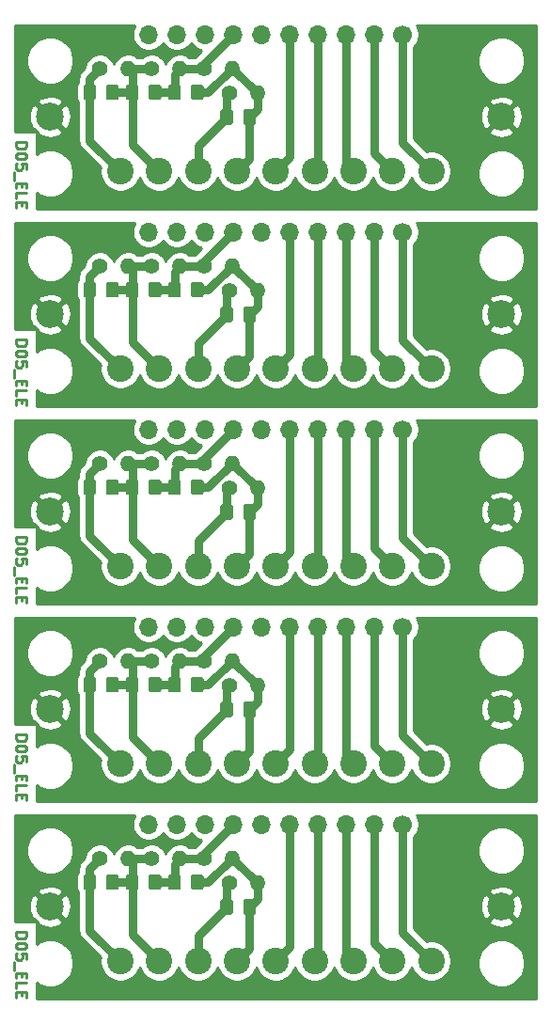
<source format=gbr>
G04 #@! TF.GenerationSoftware,KiCad,Pcbnew,5.1.5-52549c5~86~ubuntu18.04.1*
G04 #@! TF.CreationDate,2020-09-30T18:05:49-05:00*
G04 #@! TF.ProjectId,,58585858-5858-4585-9858-585858585858,rev?*
G04 #@! TF.SameCoordinates,Original*
G04 #@! TF.FileFunction,Copper,L1,Top*
G04 #@! TF.FilePolarity,Positive*
%FSLAX46Y46*%
G04 Gerber Fmt 4.6, Leading zero omitted, Abs format (unit mm)*
G04 Created by KiCad (PCBNEW 5.1.5-52549c5~86~ubuntu18.04.1) date 2020-09-30 18:05:49*
%MOMM*%
%LPD*%
G04 APERTURE LIST*
%ADD10C,0.250000*%
%ADD11C,2.400000*%
%ADD12C,2.499360*%
%ADD13C,1.400000*%
%ADD14O,1.400000X1.400000*%
%ADD15C,1.700000*%
%ADD16O,1.700000X1.700000*%
%ADD17C,0.100000*%
%ADD18C,0.750000*%
%ADD19C,0.254000*%
G04 APERTURE END LIST*
D10*
X91241619Y-117669038D02*
X92241619Y-117669038D01*
X92241619Y-117907133D01*
X92194000Y-118049990D01*
X92098761Y-118145228D01*
X92003523Y-118192847D01*
X91813047Y-118240466D01*
X91670190Y-118240466D01*
X91479714Y-118192847D01*
X91384476Y-118145228D01*
X91289238Y-118049990D01*
X91241619Y-117907133D01*
X91241619Y-117669038D01*
X92241619Y-118859514D02*
X92241619Y-118954752D01*
X92194000Y-119049990D01*
X92146380Y-119097609D01*
X92051142Y-119145228D01*
X91860666Y-119192847D01*
X91622571Y-119192847D01*
X91432095Y-119145228D01*
X91336857Y-119097609D01*
X91289238Y-119049990D01*
X91241619Y-118954752D01*
X91241619Y-118859514D01*
X91289238Y-118764276D01*
X91336857Y-118716657D01*
X91432095Y-118669038D01*
X91622571Y-118621419D01*
X91860666Y-118621419D01*
X92051142Y-118669038D01*
X92146380Y-118716657D01*
X92194000Y-118764276D01*
X92241619Y-118859514D01*
X92241619Y-120097609D02*
X92241619Y-119621419D01*
X91765428Y-119573800D01*
X91813047Y-119621419D01*
X91860666Y-119716657D01*
X91860666Y-119954752D01*
X91813047Y-120049990D01*
X91765428Y-120097609D01*
X91670190Y-120145228D01*
X91432095Y-120145228D01*
X91336857Y-120097609D01*
X91289238Y-120049990D01*
X91241619Y-119954752D01*
X91241619Y-119716657D01*
X91289238Y-119621419D01*
X91336857Y-119573800D01*
X91146380Y-120335704D02*
X91146380Y-121097609D01*
X91765428Y-121335704D02*
X91765428Y-121669038D01*
X91241619Y-121811895D02*
X91241619Y-121335704D01*
X92241619Y-121335704D01*
X92241619Y-121811895D01*
X91241619Y-122716657D02*
X91241619Y-122240466D01*
X92241619Y-122240466D01*
X91765428Y-123049990D02*
X91765428Y-123383323D01*
X91241619Y-123526180D02*
X91241619Y-123049990D01*
X92241619Y-123049990D01*
X92241619Y-123526180D01*
X91241619Y-99889038D02*
X92241619Y-99889038D01*
X92241619Y-100127133D01*
X92194000Y-100269990D01*
X92098761Y-100365228D01*
X92003523Y-100412847D01*
X91813047Y-100460466D01*
X91670190Y-100460466D01*
X91479714Y-100412847D01*
X91384476Y-100365228D01*
X91289238Y-100269990D01*
X91241619Y-100127133D01*
X91241619Y-99889038D01*
X92241619Y-101079514D02*
X92241619Y-101174752D01*
X92194000Y-101269990D01*
X92146380Y-101317609D01*
X92051142Y-101365228D01*
X91860666Y-101412847D01*
X91622571Y-101412847D01*
X91432095Y-101365228D01*
X91336857Y-101317609D01*
X91289238Y-101269990D01*
X91241619Y-101174752D01*
X91241619Y-101079514D01*
X91289238Y-100984276D01*
X91336857Y-100936657D01*
X91432095Y-100889038D01*
X91622571Y-100841419D01*
X91860666Y-100841419D01*
X92051142Y-100889038D01*
X92146380Y-100936657D01*
X92194000Y-100984276D01*
X92241619Y-101079514D01*
X92241619Y-102317609D02*
X92241619Y-101841419D01*
X91765428Y-101793800D01*
X91813047Y-101841419D01*
X91860666Y-101936657D01*
X91860666Y-102174752D01*
X91813047Y-102269990D01*
X91765428Y-102317609D01*
X91670190Y-102365228D01*
X91432095Y-102365228D01*
X91336857Y-102317609D01*
X91289238Y-102269990D01*
X91241619Y-102174752D01*
X91241619Y-101936657D01*
X91289238Y-101841419D01*
X91336857Y-101793800D01*
X91146380Y-102555704D02*
X91146380Y-103317609D01*
X91765428Y-103555704D02*
X91765428Y-103889038D01*
X91241619Y-104031895D02*
X91241619Y-103555704D01*
X92241619Y-103555704D01*
X92241619Y-104031895D01*
X91241619Y-104936657D02*
X91241619Y-104460466D01*
X92241619Y-104460466D01*
X91765428Y-105269990D02*
X91765428Y-105603323D01*
X91241619Y-105746180D02*
X91241619Y-105269990D01*
X92241619Y-105269990D01*
X92241619Y-105746180D01*
X91241619Y-82109038D02*
X92241619Y-82109038D01*
X92241619Y-82347133D01*
X92194000Y-82489990D01*
X92098761Y-82585228D01*
X92003523Y-82632847D01*
X91813047Y-82680466D01*
X91670190Y-82680466D01*
X91479714Y-82632847D01*
X91384476Y-82585228D01*
X91289238Y-82489990D01*
X91241619Y-82347133D01*
X91241619Y-82109038D01*
X92241619Y-83299514D02*
X92241619Y-83394752D01*
X92194000Y-83489990D01*
X92146380Y-83537609D01*
X92051142Y-83585228D01*
X91860666Y-83632847D01*
X91622571Y-83632847D01*
X91432095Y-83585228D01*
X91336857Y-83537609D01*
X91289238Y-83489990D01*
X91241619Y-83394752D01*
X91241619Y-83299514D01*
X91289238Y-83204276D01*
X91336857Y-83156657D01*
X91432095Y-83109038D01*
X91622571Y-83061419D01*
X91860666Y-83061419D01*
X92051142Y-83109038D01*
X92146380Y-83156657D01*
X92194000Y-83204276D01*
X92241619Y-83299514D01*
X92241619Y-84537609D02*
X92241619Y-84061419D01*
X91765428Y-84013800D01*
X91813047Y-84061419D01*
X91860666Y-84156657D01*
X91860666Y-84394752D01*
X91813047Y-84489990D01*
X91765428Y-84537609D01*
X91670190Y-84585228D01*
X91432095Y-84585228D01*
X91336857Y-84537609D01*
X91289238Y-84489990D01*
X91241619Y-84394752D01*
X91241619Y-84156657D01*
X91289238Y-84061419D01*
X91336857Y-84013800D01*
X91146380Y-84775704D02*
X91146380Y-85537609D01*
X91765428Y-85775704D02*
X91765428Y-86109038D01*
X91241619Y-86251895D02*
X91241619Y-85775704D01*
X92241619Y-85775704D01*
X92241619Y-86251895D01*
X91241619Y-87156657D02*
X91241619Y-86680466D01*
X92241619Y-86680466D01*
X91765428Y-87489990D02*
X91765428Y-87823323D01*
X91241619Y-87966180D02*
X91241619Y-87489990D01*
X92241619Y-87489990D01*
X92241619Y-87966180D01*
X91241619Y-64329038D02*
X92241619Y-64329038D01*
X92241619Y-64567133D01*
X92194000Y-64709990D01*
X92098761Y-64805228D01*
X92003523Y-64852847D01*
X91813047Y-64900466D01*
X91670190Y-64900466D01*
X91479714Y-64852847D01*
X91384476Y-64805228D01*
X91289238Y-64709990D01*
X91241619Y-64567133D01*
X91241619Y-64329038D01*
X92241619Y-65519514D02*
X92241619Y-65614752D01*
X92194000Y-65709990D01*
X92146380Y-65757609D01*
X92051142Y-65805228D01*
X91860666Y-65852847D01*
X91622571Y-65852847D01*
X91432095Y-65805228D01*
X91336857Y-65757609D01*
X91289238Y-65709990D01*
X91241619Y-65614752D01*
X91241619Y-65519514D01*
X91289238Y-65424276D01*
X91336857Y-65376657D01*
X91432095Y-65329038D01*
X91622571Y-65281419D01*
X91860666Y-65281419D01*
X92051142Y-65329038D01*
X92146380Y-65376657D01*
X92194000Y-65424276D01*
X92241619Y-65519514D01*
X92241619Y-66757609D02*
X92241619Y-66281419D01*
X91765428Y-66233800D01*
X91813047Y-66281419D01*
X91860666Y-66376657D01*
X91860666Y-66614752D01*
X91813047Y-66709990D01*
X91765428Y-66757609D01*
X91670190Y-66805228D01*
X91432095Y-66805228D01*
X91336857Y-66757609D01*
X91289238Y-66709990D01*
X91241619Y-66614752D01*
X91241619Y-66376657D01*
X91289238Y-66281419D01*
X91336857Y-66233800D01*
X91146380Y-66995704D02*
X91146380Y-67757609D01*
X91765428Y-67995704D02*
X91765428Y-68329038D01*
X91241619Y-68471895D02*
X91241619Y-67995704D01*
X92241619Y-67995704D01*
X92241619Y-68471895D01*
X91241619Y-69376657D02*
X91241619Y-68900466D01*
X92241619Y-68900466D01*
X91765428Y-69709990D02*
X91765428Y-70043323D01*
X91241619Y-70186180D02*
X91241619Y-69709990D01*
X92241619Y-69709990D01*
X92241619Y-70186180D01*
X91241619Y-46549038D02*
X92241619Y-46549038D01*
X92241619Y-46787133D01*
X92194000Y-46929990D01*
X92098761Y-47025228D01*
X92003523Y-47072847D01*
X91813047Y-47120466D01*
X91670190Y-47120466D01*
X91479714Y-47072847D01*
X91384476Y-47025228D01*
X91289238Y-46929990D01*
X91241619Y-46787133D01*
X91241619Y-46549038D01*
X92241619Y-47739514D02*
X92241619Y-47834752D01*
X92194000Y-47929990D01*
X92146380Y-47977609D01*
X92051142Y-48025228D01*
X91860666Y-48072847D01*
X91622571Y-48072847D01*
X91432095Y-48025228D01*
X91336857Y-47977609D01*
X91289238Y-47929990D01*
X91241619Y-47834752D01*
X91241619Y-47739514D01*
X91289238Y-47644276D01*
X91336857Y-47596657D01*
X91432095Y-47549038D01*
X91622571Y-47501419D01*
X91860666Y-47501419D01*
X92051142Y-47549038D01*
X92146380Y-47596657D01*
X92194000Y-47644276D01*
X92241619Y-47739514D01*
X92241619Y-48977609D02*
X92241619Y-48501419D01*
X91765428Y-48453800D01*
X91813047Y-48501419D01*
X91860666Y-48596657D01*
X91860666Y-48834752D01*
X91813047Y-48929990D01*
X91765428Y-48977609D01*
X91670190Y-49025228D01*
X91432095Y-49025228D01*
X91336857Y-48977609D01*
X91289238Y-48929990D01*
X91241619Y-48834752D01*
X91241619Y-48596657D01*
X91289238Y-48501419D01*
X91336857Y-48453800D01*
X91146380Y-49215704D02*
X91146380Y-49977609D01*
X91765428Y-50215704D02*
X91765428Y-50549038D01*
X91241619Y-50691895D02*
X91241619Y-50215704D01*
X92241619Y-50215704D01*
X92241619Y-50691895D01*
X91241619Y-51596657D02*
X91241619Y-51120466D01*
X92241619Y-51120466D01*
X91765428Y-51929990D02*
X91765428Y-52263323D01*
X91241619Y-52406180D02*
X91241619Y-51929990D01*
X92241619Y-51929990D01*
X92241619Y-52406180D01*
D11*
X100665800Y-120269000D03*
X104165800Y-120269000D03*
X107665800Y-120269000D03*
X111165800Y-120269000D03*
X114665800Y-120269000D03*
X118165800Y-120269000D03*
X121665800Y-120269000D03*
X125165800Y-120269000D03*
X128665800Y-120269000D03*
X100665800Y-102489000D03*
X104165800Y-102489000D03*
X107665800Y-102489000D03*
X111165800Y-102489000D03*
X114665800Y-102489000D03*
X118165800Y-102489000D03*
X121665800Y-102489000D03*
X125165800Y-102489000D03*
X128665800Y-102489000D03*
X100665800Y-84709000D03*
X104165800Y-84709000D03*
X107665800Y-84709000D03*
X111165800Y-84709000D03*
X114665800Y-84709000D03*
X118165800Y-84709000D03*
X121665800Y-84709000D03*
X125165800Y-84709000D03*
X128665800Y-84709000D03*
X100665800Y-66929000D03*
X104165800Y-66929000D03*
X107665800Y-66929000D03*
X111165800Y-66929000D03*
X114665800Y-66929000D03*
X118165800Y-66929000D03*
X121665800Y-66929000D03*
X125165800Y-66929000D03*
X128665800Y-66929000D03*
D12*
X134985800Y-115377000D03*
X134985800Y-97597000D03*
X134985800Y-79817000D03*
X134985800Y-62037000D03*
D13*
X110464600Y-113258600D03*
D14*
X113004600Y-113258600D03*
D13*
X110464600Y-95478600D03*
D14*
X113004600Y-95478600D03*
D13*
X110464600Y-77698600D03*
D14*
X113004600Y-77698600D03*
D13*
X110464600Y-59918600D03*
D14*
X113004600Y-59918600D03*
D13*
X98831400Y-111023400D03*
D14*
X101371400Y-111023400D03*
D13*
X98831400Y-93243400D03*
D14*
X101371400Y-93243400D03*
D13*
X98831400Y-75463400D03*
D14*
X101371400Y-75463400D03*
D13*
X98831400Y-57683400D03*
D14*
X101371400Y-57683400D03*
D12*
X94345800Y-115377000D03*
X94345800Y-97597000D03*
X94345800Y-79817000D03*
X94345800Y-62037000D03*
D13*
X103505000Y-111023400D03*
D14*
X106045000Y-111023400D03*
D13*
X103505000Y-93243400D03*
D14*
X106045000Y-93243400D03*
D13*
X103505000Y-75463400D03*
D14*
X106045000Y-75463400D03*
D13*
X103505000Y-57683400D03*
D14*
X106045000Y-57683400D03*
D15*
X126095800Y-107950000D03*
D16*
X123555800Y-107950000D03*
X121015800Y-107950000D03*
X118475800Y-107950000D03*
X115935800Y-107950000D03*
X113395800Y-107950000D03*
X110855800Y-107950000D03*
X108315800Y-107950000D03*
X105775800Y-107950000D03*
X103235800Y-107950000D03*
D15*
X126095800Y-90170000D03*
D16*
X123555800Y-90170000D03*
X121015800Y-90170000D03*
X118475800Y-90170000D03*
X115935800Y-90170000D03*
X113395800Y-90170000D03*
X110855800Y-90170000D03*
X108315800Y-90170000D03*
X105775800Y-90170000D03*
X103235800Y-90170000D03*
D15*
X126095800Y-72390000D03*
D16*
X123555800Y-72390000D03*
X121015800Y-72390000D03*
X118475800Y-72390000D03*
X115935800Y-72390000D03*
X113395800Y-72390000D03*
X110855800Y-72390000D03*
X108315800Y-72390000D03*
X105775800Y-72390000D03*
X103235800Y-72390000D03*
D15*
X126095800Y-54610000D03*
D16*
X123555800Y-54610000D03*
X121015800Y-54610000D03*
X118475800Y-54610000D03*
X115935800Y-54610000D03*
X113395800Y-54610000D03*
X110855800Y-54610000D03*
X108315800Y-54610000D03*
X105775800Y-54610000D03*
X103235800Y-54610000D03*
D13*
X108178600Y-111023400D03*
D14*
X110718600Y-111023400D03*
D13*
X108178600Y-93243400D03*
D14*
X110718600Y-93243400D03*
D13*
X108178600Y-75463400D03*
D14*
X110718600Y-75463400D03*
D13*
X108178600Y-57683400D03*
D14*
X110718600Y-57683400D03*
G04 #@! TA.AperFunction,SMDPad,CuDef*
D17*
G36*
X102092905Y-112458204D02*
G01*
X102117173Y-112461804D01*
X102140972Y-112467765D01*
X102164071Y-112476030D01*
X102186250Y-112486520D01*
X102207293Y-112499132D01*
X102226999Y-112513747D01*
X102245177Y-112530223D01*
X102261653Y-112548401D01*
X102276268Y-112568107D01*
X102288880Y-112589150D01*
X102299370Y-112611329D01*
X102307635Y-112634428D01*
X102313596Y-112658227D01*
X102317196Y-112682495D01*
X102318400Y-112706999D01*
X102318400Y-113607001D01*
X102317196Y-113631505D01*
X102313596Y-113655773D01*
X102307635Y-113679572D01*
X102299370Y-113702671D01*
X102288880Y-113724850D01*
X102276268Y-113745893D01*
X102261653Y-113765599D01*
X102245177Y-113783777D01*
X102226999Y-113800253D01*
X102207293Y-113814868D01*
X102186250Y-113827480D01*
X102164071Y-113837970D01*
X102140972Y-113846235D01*
X102117173Y-113852196D01*
X102092905Y-113855796D01*
X102068401Y-113857000D01*
X101418399Y-113857000D01*
X101393895Y-113855796D01*
X101369627Y-113852196D01*
X101345828Y-113846235D01*
X101322729Y-113837970D01*
X101300550Y-113827480D01*
X101279507Y-113814868D01*
X101259801Y-113800253D01*
X101241623Y-113783777D01*
X101225147Y-113765599D01*
X101210532Y-113745893D01*
X101197920Y-113724850D01*
X101187430Y-113702671D01*
X101179165Y-113679572D01*
X101173204Y-113655773D01*
X101169604Y-113631505D01*
X101168400Y-113607001D01*
X101168400Y-112706999D01*
X101169604Y-112682495D01*
X101173204Y-112658227D01*
X101179165Y-112634428D01*
X101187430Y-112611329D01*
X101197920Y-112589150D01*
X101210532Y-112568107D01*
X101225147Y-112548401D01*
X101241623Y-112530223D01*
X101259801Y-112513747D01*
X101279507Y-112499132D01*
X101300550Y-112486520D01*
X101322729Y-112476030D01*
X101345828Y-112467765D01*
X101369627Y-112461804D01*
X101393895Y-112458204D01*
X101418399Y-112457000D01*
X102068401Y-112457000D01*
X102092905Y-112458204D01*
G37*
G04 #@! TD.AperFunction*
G04 #@! TA.AperFunction,SMDPad,CuDef*
G36*
X104142905Y-112458204D02*
G01*
X104167173Y-112461804D01*
X104190972Y-112467765D01*
X104214071Y-112476030D01*
X104236250Y-112486520D01*
X104257293Y-112499132D01*
X104276999Y-112513747D01*
X104295177Y-112530223D01*
X104311653Y-112548401D01*
X104326268Y-112568107D01*
X104338880Y-112589150D01*
X104349370Y-112611329D01*
X104357635Y-112634428D01*
X104363596Y-112658227D01*
X104367196Y-112682495D01*
X104368400Y-112706999D01*
X104368400Y-113607001D01*
X104367196Y-113631505D01*
X104363596Y-113655773D01*
X104357635Y-113679572D01*
X104349370Y-113702671D01*
X104338880Y-113724850D01*
X104326268Y-113745893D01*
X104311653Y-113765599D01*
X104295177Y-113783777D01*
X104276999Y-113800253D01*
X104257293Y-113814868D01*
X104236250Y-113827480D01*
X104214071Y-113837970D01*
X104190972Y-113846235D01*
X104167173Y-113852196D01*
X104142905Y-113855796D01*
X104118401Y-113857000D01*
X103468399Y-113857000D01*
X103443895Y-113855796D01*
X103419627Y-113852196D01*
X103395828Y-113846235D01*
X103372729Y-113837970D01*
X103350550Y-113827480D01*
X103329507Y-113814868D01*
X103309801Y-113800253D01*
X103291623Y-113783777D01*
X103275147Y-113765599D01*
X103260532Y-113745893D01*
X103247920Y-113724850D01*
X103237430Y-113702671D01*
X103229165Y-113679572D01*
X103223204Y-113655773D01*
X103219604Y-113631505D01*
X103218400Y-113607001D01*
X103218400Y-112706999D01*
X103219604Y-112682495D01*
X103223204Y-112658227D01*
X103229165Y-112634428D01*
X103237430Y-112611329D01*
X103247920Y-112589150D01*
X103260532Y-112568107D01*
X103275147Y-112548401D01*
X103291623Y-112530223D01*
X103309801Y-112513747D01*
X103329507Y-112499132D01*
X103350550Y-112486520D01*
X103372729Y-112476030D01*
X103395828Y-112467765D01*
X103419627Y-112461804D01*
X103443895Y-112458204D01*
X103468399Y-112457000D01*
X104118401Y-112457000D01*
X104142905Y-112458204D01*
G37*
G04 #@! TD.AperFunction*
G04 #@! TA.AperFunction,SMDPad,CuDef*
G36*
X102092905Y-94678204D02*
G01*
X102117173Y-94681804D01*
X102140972Y-94687765D01*
X102164071Y-94696030D01*
X102186250Y-94706520D01*
X102207293Y-94719132D01*
X102226999Y-94733747D01*
X102245177Y-94750223D01*
X102261653Y-94768401D01*
X102276268Y-94788107D01*
X102288880Y-94809150D01*
X102299370Y-94831329D01*
X102307635Y-94854428D01*
X102313596Y-94878227D01*
X102317196Y-94902495D01*
X102318400Y-94926999D01*
X102318400Y-95827001D01*
X102317196Y-95851505D01*
X102313596Y-95875773D01*
X102307635Y-95899572D01*
X102299370Y-95922671D01*
X102288880Y-95944850D01*
X102276268Y-95965893D01*
X102261653Y-95985599D01*
X102245177Y-96003777D01*
X102226999Y-96020253D01*
X102207293Y-96034868D01*
X102186250Y-96047480D01*
X102164071Y-96057970D01*
X102140972Y-96066235D01*
X102117173Y-96072196D01*
X102092905Y-96075796D01*
X102068401Y-96077000D01*
X101418399Y-96077000D01*
X101393895Y-96075796D01*
X101369627Y-96072196D01*
X101345828Y-96066235D01*
X101322729Y-96057970D01*
X101300550Y-96047480D01*
X101279507Y-96034868D01*
X101259801Y-96020253D01*
X101241623Y-96003777D01*
X101225147Y-95985599D01*
X101210532Y-95965893D01*
X101197920Y-95944850D01*
X101187430Y-95922671D01*
X101179165Y-95899572D01*
X101173204Y-95875773D01*
X101169604Y-95851505D01*
X101168400Y-95827001D01*
X101168400Y-94926999D01*
X101169604Y-94902495D01*
X101173204Y-94878227D01*
X101179165Y-94854428D01*
X101187430Y-94831329D01*
X101197920Y-94809150D01*
X101210532Y-94788107D01*
X101225147Y-94768401D01*
X101241623Y-94750223D01*
X101259801Y-94733747D01*
X101279507Y-94719132D01*
X101300550Y-94706520D01*
X101322729Y-94696030D01*
X101345828Y-94687765D01*
X101369627Y-94681804D01*
X101393895Y-94678204D01*
X101418399Y-94677000D01*
X102068401Y-94677000D01*
X102092905Y-94678204D01*
G37*
G04 #@! TD.AperFunction*
G04 #@! TA.AperFunction,SMDPad,CuDef*
G36*
X104142905Y-94678204D02*
G01*
X104167173Y-94681804D01*
X104190972Y-94687765D01*
X104214071Y-94696030D01*
X104236250Y-94706520D01*
X104257293Y-94719132D01*
X104276999Y-94733747D01*
X104295177Y-94750223D01*
X104311653Y-94768401D01*
X104326268Y-94788107D01*
X104338880Y-94809150D01*
X104349370Y-94831329D01*
X104357635Y-94854428D01*
X104363596Y-94878227D01*
X104367196Y-94902495D01*
X104368400Y-94926999D01*
X104368400Y-95827001D01*
X104367196Y-95851505D01*
X104363596Y-95875773D01*
X104357635Y-95899572D01*
X104349370Y-95922671D01*
X104338880Y-95944850D01*
X104326268Y-95965893D01*
X104311653Y-95985599D01*
X104295177Y-96003777D01*
X104276999Y-96020253D01*
X104257293Y-96034868D01*
X104236250Y-96047480D01*
X104214071Y-96057970D01*
X104190972Y-96066235D01*
X104167173Y-96072196D01*
X104142905Y-96075796D01*
X104118401Y-96077000D01*
X103468399Y-96077000D01*
X103443895Y-96075796D01*
X103419627Y-96072196D01*
X103395828Y-96066235D01*
X103372729Y-96057970D01*
X103350550Y-96047480D01*
X103329507Y-96034868D01*
X103309801Y-96020253D01*
X103291623Y-96003777D01*
X103275147Y-95985599D01*
X103260532Y-95965893D01*
X103247920Y-95944850D01*
X103237430Y-95922671D01*
X103229165Y-95899572D01*
X103223204Y-95875773D01*
X103219604Y-95851505D01*
X103218400Y-95827001D01*
X103218400Y-94926999D01*
X103219604Y-94902495D01*
X103223204Y-94878227D01*
X103229165Y-94854428D01*
X103237430Y-94831329D01*
X103247920Y-94809150D01*
X103260532Y-94788107D01*
X103275147Y-94768401D01*
X103291623Y-94750223D01*
X103309801Y-94733747D01*
X103329507Y-94719132D01*
X103350550Y-94706520D01*
X103372729Y-94696030D01*
X103395828Y-94687765D01*
X103419627Y-94681804D01*
X103443895Y-94678204D01*
X103468399Y-94677000D01*
X104118401Y-94677000D01*
X104142905Y-94678204D01*
G37*
G04 #@! TD.AperFunction*
G04 #@! TA.AperFunction,SMDPad,CuDef*
G36*
X102092905Y-76898204D02*
G01*
X102117173Y-76901804D01*
X102140972Y-76907765D01*
X102164071Y-76916030D01*
X102186250Y-76926520D01*
X102207293Y-76939132D01*
X102226999Y-76953747D01*
X102245177Y-76970223D01*
X102261653Y-76988401D01*
X102276268Y-77008107D01*
X102288880Y-77029150D01*
X102299370Y-77051329D01*
X102307635Y-77074428D01*
X102313596Y-77098227D01*
X102317196Y-77122495D01*
X102318400Y-77146999D01*
X102318400Y-78047001D01*
X102317196Y-78071505D01*
X102313596Y-78095773D01*
X102307635Y-78119572D01*
X102299370Y-78142671D01*
X102288880Y-78164850D01*
X102276268Y-78185893D01*
X102261653Y-78205599D01*
X102245177Y-78223777D01*
X102226999Y-78240253D01*
X102207293Y-78254868D01*
X102186250Y-78267480D01*
X102164071Y-78277970D01*
X102140972Y-78286235D01*
X102117173Y-78292196D01*
X102092905Y-78295796D01*
X102068401Y-78297000D01*
X101418399Y-78297000D01*
X101393895Y-78295796D01*
X101369627Y-78292196D01*
X101345828Y-78286235D01*
X101322729Y-78277970D01*
X101300550Y-78267480D01*
X101279507Y-78254868D01*
X101259801Y-78240253D01*
X101241623Y-78223777D01*
X101225147Y-78205599D01*
X101210532Y-78185893D01*
X101197920Y-78164850D01*
X101187430Y-78142671D01*
X101179165Y-78119572D01*
X101173204Y-78095773D01*
X101169604Y-78071505D01*
X101168400Y-78047001D01*
X101168400Y-77146999D01*
X101169604Y-77122495D01*
X101173204Y-77098227D01*
X101179165Y-77074428D01*
X101187430Y-77051329D01*
X101197920Y-77029150D01*
X101210532Y-77008107D01*
X101225147Y-76988401D01*
X101241623Y-76970223D01*
X101259801Y-76953747D01*
X101279507Y-76939132D01*
X101300550Y-76926520D01*
X101322729Y-76916030D01*
X101345828Y-76907765D01*
X101369627Y-76901804D01*
X101393895Y-76898204D01*
X101418399Y-76897000D01*
X102068401Y-76897000D01*
X102092905Y-76898204D01*
G37*
G04 #@! TD.AperFunction*
G04 #@! TA.AperFunction,SMDPad,CuDef*
G36*
X104142905Y-76898204D02*
G01*
X104167173Y-76901804D01*
X104190972Y-76907765D01*
X104214071Y-76916030D01*
X104236250Y-76926520D01*
X104257293Y-76939132D01*
X104276999Y-76953747D01*
X104295177Y-76970223D01*
X104311653Y-76988401D01*
X104326268Y-77008107D01*
X104338880Y-77029150D01*
X104349370Y-77051329D01*
X104357635Y-77074428D01*
X104363596Y-77098227D01*
X104367196Y-77122495D01*
X104368400Y-77146999D01*
X104368400Y-78047001D01*
X104367196Y-78071505D01*
X104363596Y-78095773D01*
X104357635Y-78119572D01*
X104349370Y-78142671D01*
X104338880Y-78164850D01*
X104326268Y-78185893D01*
X104311653Y-78205599D01*
X104295177Y-78223777D01*
X104276999Y-78240253D01*
X104257293Y-78254868D01*
X104236250Y-78267480D01*
X104214071Y-78277970D01*
X104190972Y-78286235D01*
X104167173Y-78292196D01*
X104142905Y-78295796D01*
X104118401Y-78297000D01*
X103468399Y-78297000D01*
X103443895Y-78295796D01*
X103419627Y-78292196D01*
X103395828Y-78286235D01*
X103372729Y-78277970D01*
X103350550Y-78267480D01*
X103329507Y-78254868D01*
X103309801Y-78240253D01*
X103291623Y-78223777D01*
X103275147Y-78205599D01*
X103260532Y-78185893D01*
X103247920Y-78164850D01*
X103237430Y-78142671D01*
X103229165Y-78119572D01*
X103223204Y-78095773D01*
X103219604Y-78071505D01*
X103218400Y-78047001D01*
X103218400Y-77146999D01*
X103219604Y-77122495D01*
X103223204Y-77098227D01*
X103229165Y-77074428D01*
X103237430Y-77051329D01*
X103247920Y-77029150D01*
X103260532Y-77008107D01*
X103275147Y-76988401D01*
X103291623Y-76970223D01*
X103309801Y-76953747D01*
X103329507Y-76939132D01*
X103350550Y-76926520D01*
X103372729Y-76916030D01*
X103395828Y-76907765D01*
X103419627Y-76901804D01*
X103443895Y-76898204D01*
X103468399Y-76897000D01*
X104118401Y-76897000D01*
X104142905Y-76898204D01*
G37*
G04 #@! TD.AperFunction*
G04 #@! TA.AperFunction,SMDPad,CuDef*
G36*
X102092905Y-59118204D02*
G01*
X102117173Y-59121804D01*
X102140972Y-59127765D01*
X102164071Y-59136030D01*
X102186250Y-59146520D01*
X102207293Y-59159132D01*
X102226999Y-59173747D01*
X102245177Y-59190223D01*
X102261653Y-59208401D01*
X102276268Y-59228107D01*
X102288880Y-59249150D01*
X102299370Y-59271329D01*
X102307635Y-59294428D01*
X102313596Y-59318227D01*
X102317196Y-59342495D01*
X102318400Y-59366999D01*
X102318400Y-60267001D01*
X102317196Y-60291505D01*
X102313596Y-60315773D01*
X102307635Y-60339572D01*
X102299370Y-60362671D01*
X102288880Y-60384850D01*
X102276268Y-60405893D01*
X102261653Y-60425599D01*
X102245177Y-60443777D01*
X102226999Y-60460253D01*
X102207293Y-60474868D01*
X102186250Y-60487480D01*
X102164071Y-60497970D01*
X102140972Y-60506235D01*
X102117173Y-60512196D01*
X102092905Y-60515796D01*
X102068401Y-60517000D01*
X101418399Y-60517000D01*
X101393895Y-60515796D01*
X101369627Y-60512196D01*
X101345828Y-60506235D01*
X101322729Y-60497970D01*
X101300550Y-60487480D01*
X101279507Y-60474868D01*
X101259801Y-60460253D01*
X101241623Y-60443777D01*
X101225147Y-60425599D01*
X101210532Y-60405893D01*
X101197920Y-60384850D01*
X101187430Y-60362671D01*
X101179165Y-60339572D01*
X101173204Y-60315773D01*
X101169604Y-60291505D01*
X101168400Y-60267001D01*
X101168400Y-59366999D01*
X101169604Y-59342495D01*
X101173204Y-59318227D01*
X101179165Y-59294428D01*
X101187430Y-59271329D01*
X101197920Y-59249150D01*
X101210532Y-59228107D01*
X101225147Y-59208401D01*
X101241623Y-59190223D01*
X101259801Y-59173747D01*
X101279507Y-59159132D01*
X101300550Y-59146520D01*
X101322729Y-59136030D01*
X101345828Y-59127765D01*
X101369627Y-59121804D01*
X101393895Y-59118204D01*
X101418399Y-59117000D01*
X102068401Y-59117000D01*
X102092905Y-59118204D01*
G37*
G04 #@! TD.AperFunction*
G04 #@! TA.AperFunction,SMDPad,CuDef*
G36*
X104142905Y-59118204D02*
G01*
X104167173Y-59121804D01*
X104190972Y-59127765D01*
X104214071Y-59136030D01*
X104236250Y-59146520D01*
X104257293Y-59159132D01*
X104276999Y-59173747D01*
X104295177Y-59190223D01*
X104311653Y-59208401D01*
X104326268Y-59228107D01*
X104338880Y-59249150D01*
X104349370Y-59271329D01*
X104357635Y-59294428D01*
X104363596Y-59318227D01*
X104367196Y-59342495D01*
X104368400Y-59366999D01*
X104368400Y-60267001D01*
X104367196Y-60291505D01*
X104363596Y-60315773D01*
X104357635Y-60339572D01*
X104349370Y-60362671D01*
X104338880Y-60384850D01*
X104326268Y-60405893D01*
X104311653Y-60425599D01*
X104295177Y-60443777D01*
X104276999Y-60460253D01*
X104257293Y-60474868D01*
X104236250Y-60487480D01*
X104214071Y-60497970D01*
X104190972Y-60506235D01*
X104167173Y-60512196D01*
X104142905Y-60515796D01*
X104118401Y-60517000D01*
X103468399Y-60517000D01*
X103443895Y-60515796D01*
X103419627Y-60512196D01*
X103395828Y-60506235D01*
X103372729Y-60497970D01*
X103350550Y-60487480D01*
X103329507Y-60474868D01*
X103309801Y-60460253D01*
X103291623Y-60443777D01*
X103275147Y-60425599D01*
X103260532Y-60405893D01*
X103247920Y-60384850D01*
X103237430Y-60362671D01*
X103229165Y-60339572D01*
X103223204Y-60315773D01*
X103219604Y-60291505D01*
X103218400Y-60267001D01*
X103218400Y-59366999D01*
X103219604Y-59342495D01*
X103223204Y-59318227D01*
X103229165Y-59294428D01*
X103237430Y-59271329D01*
X103247920Y-59249150D01*
X103260532Y-59228107D01*
X103275147Y-59208401D01*
X103291623Y-59190223D01*
X103309801Y-59173747D01*
X103329507Y-59159132D01*
X103350550Y-59146520D01*
X103372729Y-59136030D01*
X103395828Y-59127765D01*
X103419627Y-59121804D01*
X103443895Y-59118204D01*
X103468399Y-59117000D01*
X104118401Y-59117000D01*
X104142905Y-59118204D01*
G37*
G04 #@! TD.AperFunction*
G04 #@! TA.AperFunction,SMDPad,CuDef*
G36*
X110601905Y-114693404D02*
G01*
X110626173Y-114697004D01*
X110649972Y-114702965D01*
X110673071Y-114711230D01*
X110695250Y-114721720D01*
X110716293Y-114734332D01*
X110735999Y-114748947D01*
X110754177Y-114765423D01*
X110770653Y-114783601D01*
X110785268Y-114803307D01*
X110797880Y-114824350D01*
X110808370Y-114846529D01*
X110816635Y-114869628D01*
X110822596Y-114893427D01*
X110826196Y-114917695D01*
X110827400Y-114942199D01*
X110827400Y-115842201D01*
X110826196Y-115866705D01*
X110822596Y-115890973D01*
X110816635Y-115914772D01*
X110808370Y-115937871D01*
X110797880Y-115960050D01*
X110785268Y-115981093D01*
X110770653Y-116000799D01*
X110754177Y-116018977D01*
X110735999Y-116035453D01*
X110716293Y-116050068D01*
X110695250Y-116062680D01*
X110673071Y-116073170D01*
X110649972Y-116081435D01*
X110626173Y-116087396D01*
X110601905Y-116090996D01*
X110577401Y-116092200D01*
X109927399Y-116092200D01*
X109902895Y-116090996D01*
X109878627Y-116087396D01*
X109854828Y-116081435D01*
X109831729Y-116073170D01*
X109809550Y-116062680D01*
X109788507Y-116050068D01*
X109768801Y-116035453D01*
X109750623Y-116018977D01*
X109734147Y-116000799D01*
X109719532Y-115981093D01*
X109706920Y-115960050D01*
X109696430Y-115937871D01*
X109688165Y-115914772D01*
X109682204Y-115890973D01*
X109678604Y-115866705D01*
X109677400Y-115842201D01*
X109677400Y-114942199D01*
X109678604Y-114917695D01*
X109682204Y-114893427D01*
X109688165Y-114869628D01*
X109696430Y-114846529D01*
X109706920Y-114824350D01*
X109719532Y-114803307D01*
X109734147Y-114783601D01*
X109750623Y-114765423D01*
X109768801Y-114748947D01*
X109788507Y-114734332D01*
X109809550Y-114721720D01*
X109831729Y-114711230D01*
X109854828Y-114702965D01*
X109878627Y-114697004D01*
X109902895Y-114693404D01*
X109927399Y-114692200D01*
X110577401Y-114692200D01*
X110601905Y-114693404D01*
G37*
G04 #@! TD.AperFunction*
G04 #@! TA.AperFunction,SMDPad,CuDef*
G36*
X112651905Y-114693404D02*
G01*
X112676173Y-114697004D01*
X112699972Y-114702965D01*
X112723071Y-114711230D01*
X112745250Y-114721720D01*
X112766293Y-114734332D01*
X112785999Y-114748947D01*
X112804177Y-114765423D01*
X112820653Y-114783601D01*
X112835268Y-114803307D01*
X112847880Y-114824350D01*
X112858370Y-114846529D01*
X112866635Y-114869628D01*
X112872596Y-114893427D01*
X112876196Y-114917695D01*
X112877400Y-114942199D01*
X112877400Y-115842201D01*
X112876196Y-115866705D01*
X112872596Y-115890973D01*
X112866635Y-115914772D01*
X112858370Y-115937871D01*
X112847880Y-115960050D01*
X112835268Y-115981093D01*
X112820653Y-116000799D01*
X112804177Y-116018977D01*
X112785999Y-116035453D01*
X112766293Y-116050068D01*
X112745250Y-116062680D01*
X112723071Y-116073170D01*
X112699972Y-116081435D01*
X112676173Y-116087396D01*
X112651905Y-116090996D01*
X112627401Y-116092200D01*
X111977399Y-116092200D01*
X111952895Y-116090996D01*
X111928627Y-116087396D01*
X111904828Y-116081435D01*
X111881729Y-116073170D01*
X111859550Y-116062680D01*
X111838507Y-116050068D01*
X111818801Y-116035453D01*
X111800623Y-116018977D01*
X111784147Y-116000799D01*
X111769532Y-115981093D01*
X111756920Y-115960050D01*
X111746430Y-115937871D01*
X111738165Y-115914772D01*
X111732204Y-115890973D01*
X111728604Y-115866705D01*
X111727400Y-115842201D01*
X111727400Y-114942199D01*
X111728604Y-114917695D01*
X111732204Y-114893427D01*
X111738165Y-114869628D01*
X111746430Y-114846529D01*
X111756920Y-114824350D01*
X111769532Y-114803307D01*
X111784147Y-114783601D01*
X111800623Y-114765423D01*
X111818801Y-114748947D01*
X111838507Y-114734332D01*
X111859550Y-114721720D01*
X111881729Y-114711230D01*
X111904828Y-114702965D01*
X111928627Y-114697004D01*
X111952895Y-114693404D01*
X111977399Y-114692200D01*
X112627401Y-114692200D01*
X112651905Y-114693404D01*
G37*
G04 #@! TD.AperFunction*
G04 #@! TA.AperFunction,SMDPad,CuDef*
G36*
X110601905Y-96913404D02*
G01*
X110626173Y-96917004D01*
X110649972Y-96922965D01*
X110673071Y-96931230D01*
X110695250Y-96941720D01*
X110716293Y-96954332D01*
X110735999Y-96968947D01*
X110754177Y-96985423D01*
X110770653Y-97003601D01*
X110785268Y-97023307D01*
X110797880Y-97044350D01*
X110808370Y-97066529D01*
X110816635Y-97089628D01*
X110822596Y-97113427D01*
X110826196Y-97137695D01*
X110827400Y-97162199D01*
X110827400Y-98062201D01*
X110826196Y-98086705D01*
X110822596Y-98110973D01*
X110816635Y-98134772D01*
X110808370Y-98157871D01*
X110797880Y-98180050D01*
X110785268Y-98201093D01*
X110770653Y-98220799D01*
X110754177Y-98238977D01*
X110735999Y-98255453D01*
X110716293Y-98270068D01*
X110695250Y-98282680D01*
X110673071Y-98293170D01*
X110649972Y-98301435D01*
X110626173Y-98307396D01*
X110601905Y-98310996D01*
X110577401Y-98312200D01*
X109927399Y-98312200D01*
X109902895Y-98310996D01*
X109878627Y-98307396D01*
X109854828Y-98301435D01*
X109831729Y-98293170D01*
X109809550Y-98282680D01*
X109788507Y-98270068D01*
X109768801Y-98255453D01*
X109750623Y-98238977D01*
X109734147Y-98220799D01*
X109719532Y-98201093D01*
X109706920Y-98180050D01*
X109696430Y-98157871D01*
X109688165Y-98134772D01*
X109682204Y-98110973D01*
X109678604Y-98086705D01*
X109677400Y-98062201D01*
X109677400Y-97162199D01*
X109678604Y-97137695D01*
X109682204Y-97113427D01*
X109688165Y-97089628D01*
X109696430Y-97066529D01*
X109706920Y-97044350D01*
X109719532Y-97023307D01*
X109734147Y-97003601D01*
X109750623Y-96985423D01*
X109768801Y-96968947D01*
X109788507Y-96954332D01*
X109809550Y-96941720D01*
X109831729Y-96931230D01*
X109854828Y-96922965D01*
X109878627Y-96917004D01*
X109902895Y-96913404D01*
X109927399Y-96912200D01*
X110577401Y-96912200D01*
X110601905Y-96913404D01*
G37*
G04 #@! TD.AperFunction*
G04 #@! TA.AperFunction,SMDPad,CuDef*
G36*
X112651905Y-96913404D02*
G01*
X112676173Y-96917004D01*
X112699972Y-96922965D01*
X112723071Y-96931230D01*
X112745250Y-96941720D01*
X112766293Y-96954332D01*
X112785999Y-96968947D01*
X112804177Y-96985423D01*
X112820653Y-97003601D01*
X112835268Y-97023307D01*
X112847880Y-97044350D01*
X112858370Y-97066529D01*
X112866635Y-97089628D01*
X112872596Y-97113427D01*
X112876196Y-97137695D01*
X112877400Y-97162199D01*
X112877400Y-98062201D01*
X112876196Y-98086705D01*
X112872596Y-98110973D01*
X112866635Y-98134772D01*
X112858370Y-98157871D01*
X112847880Y-98180050D01*
X112835268Y-98201093D01*
X112820653Y-98220799D01*
X112804177Y-98238977D01*
X112785999Y-98255453D01*
X112766293Y-98270068D01*
X112745250Y-98282680D01*
X112723071Y-98293170D01*
X112699972Y-98301435D01*
X112676173Y-98307396D01*
X112651905Y-98310996D01*
X112627401Y-98312200D01*
X111977399Y-98312200D01*
X111952895Y-98310996D01*
X111928627Y-98307396D01*
X111904828Y-98301435D01*
X111881729Y-98293170D01*
X111859550Y-98282680D01*
X111838507Y-98270068D01*
X111818801Y-98255453D01*
X111800623Y-98238977D01*
X111784147Y-98220799D01*
X111769532Y-98201093D01*
X111756920Y-98180050D01*
X111746430Y-98157871D01*
X111738165Y-98134772D01*
X111732204Y-98110973D01*
X111728604Y-98086705D01*
X111727400Y-98062201D01*
X111727400Y-97162199D01*
X111728604Y-97137695D01*
X111732204Y-97113427D01*
X111738165Y-97089628D01*
X111746430Y-97066529D01*
X111756920Y-97044350D01*
X111769532Y-97023307D01*
X111784147Y-97003601D01*
X111800623Y-96985423D01*
X111818801Y-96968947D01*
X111838507Y-96954332D01*
X111859550Y-96941720D01*
X111881729Y-96931230D01*
X111904828Y-96922965D01*
X111928627Y-96917004D01*
X111952895Y-96913404D01*
X111977399Y-96912200D01*
X112627401Y-96912200D01*
X112651905Y-96913404D01*
G37*
G04 #@! TD.AperFunction*
G04 #@! TA.AperFunction,SMDPad,CuDef*
G36*
X110601905Y-79133404D02*
G01*
X110626173Y-79137004D01*
X110649972Y-79142965D01*
X110673071Y-79151230D01*
X110695250Y-79161720D01*
X110716293Y-79174332D01*
X110735999Y-79188947D01*
X110754177Y-79205423D01*
X110770653Y-79223601D01*
X110785268Y-79243307D01*
X110797880Y-79264350D01*
X110808370Y-79286529D01*
X110816635Y-79309628D01*
X110822596Y-79333427D01*
X110826196Y-79357695D01*
X110827400Y-79382199D01*
X110827400Y-80282201D01*
X110826196Y-80306705D01*
X110822596Y-80330973D01*
X110816635Y-80354772D01*
X110808370Y-80377871D01*
X110797880Y-80400050D01*
X110785268Y-80421093D01*
X110770653Y-80440799D01*
X110754177Y-80458977D01*
X110735999Y-80475453D01*
X110716293Y-80490068D01*
X110695250Y-80502680D01*
X110673071Y-80513170D01*
X110649972Y-80521435D01*
X110626173Y-80527396D01*
X110601905Y-80530996D01*
X110577401Y-80532200D01*
X109927399Y-80532200D01*
X109902895Y-80530996D01*
X109878627Y-80527396D01*
X109854828Y-80521435D01*
X109831729Y-80513170D01*
X109809550Y-80502680D01*
X109788507Y-80490068D01*
X109768801Y-80475453D01*
X109750623Y-80458977D01*
X109734147Y-80440799D01*
X109719532Y-80421093D01*
X109706920Y-80400050D01*
X109696430Y-80377871D01*
X109688165Y-80354772D01*
X109682204Y-80330973D01*
X109678604Y-80306705D01*
X109677400Y-80282201D01*
X109677400Y-79382199D01*
X109678604Y-79357695D01*
X109682204Y-79333427D01*
X109688165Y-79309628D01*
X109696430Y-79286529D01*
X109706920Y-79264350D01*
X109719532Y-79243307D01*
X109734147Y-79223601D01*
X109750623Y-79205423D01*
X109768801Y-79188947D01*
X109788507Y-79174332D01*
X109809550Y-79161720D01*
X109831729Y-79151230D01*
X109854828Y-79142965D01*
X109878627Y-79137004D01*
X109902895Y-79133404D01*
X109927399Y-79132200D01*
X110577401Y-79132200D01*
X110601905Y-79133404D01*
G37*
G04 #@! TD.AperFunction*
G04 #@! TA.AperFunction,SMDPad,CuDef*
G36*
X112651905Y-79133404D02*
G01*
X112676173Y-79137004D01*
X112699972Y-79142965D01*
X112723071Y-79151230D01*
X112745250Y-79161720D01*
X112766293Y-79174332D01*
X112785999Y-79188947D01*
X112804177Y-79205423D01*
X112820653Y-79223601D01*
X112835268Y-79243307D01*
X112847880Y-79264350D01*
X112858370Y-79286529D01*
X112866635Y-79309628D01*
X112872596Y-79333427D01*
X112876196Y-79357695D01*
X112877400Y-79382199D01*
X112877400Y-80282201D01*
X112876196Y-80306705D01*
X112872596Y-80330973D01*
X112866635Y-80354772D01*
X112858370Y-80377871D01*
X112847880Y-80400050D01*
X112835268Y-80421093D01*
X112820653Y-80440799D01*
X112804177Y-80458977D01*
X112785999Y-80475453D01*
X112766293Y-80490068D01*
X112745250Y-80502680D01*
X112723071Y-80513170D01*
X112699972Y-80521435D01*
X112676173Y-80527396D01*
X112651905Y-80530996D01*
X112627401Y-80532200D01*
X111977399Y-80532200D01*
X111952895Y-80530996D01*
X111928627Y-80527396D01*
X111904828Y-80521435D01*
X111881729Y-80513170D01*
X111859550Y-80502680D01*
X111838507Y-80490068D01*
X111818801Y-80475453D01*
X111800623Y-80458977D01*
X111784147Y-80440799D01*
X111769532Y-80421093D01*
X111756920Y-80400050D01*
X111746430Y-80377871D01*
X111738165Y-80354772D01*
X111732204Y-80330973D01*
X111728604Y-80306705D01*
X111727400Y-80282201D01*
X111727400Y-79382199D01*
X111728604Y-79357695D01*
X111732204Y-79333427D01*
X111738165Y-79309628D01*
X111746430Y-79286529D01*
X111756920Y-79264350D01*
X111769532Y-79243307D01*
X111784147Y-79223601D01*
X111800623Y-79205423D01*
X111818801Y-79188947D01*
X111838507Y-79174332D01*
X111859550Y-79161720D01*
X111881729Y-79151230D01*
X111904828Y-79142965D01*
X111928627Y-79137004D01*
X111952895Y-79133404D01*
X111977399Y-79132200D01*
X112627401Y-79132200D01*
X112651905Y-79133404D01*
G37*
G04 #@! TD.AperFunction*
G04 #@! TA.AperFunction,SMDPad,CuDef*
G36*
X110601905Y-61353404D02*
G01*
X110626173Y-61357004D01*
X110649972Y-61362965D01*
X110673071Y-61371230D01*
X110695250Y-61381720D01*
X110716293Y-61394332D01*
X110735999Y-61408947D01*
X110754177Y-61425423D01*
X110770653Y-61443601D01*
X110785268Y-61463307D01*
X110797880Y-61484350D01*
X110808370Y-61506529D01*
X110816635Y-61529628D01*
X110822596Y-61553427D01*
X110826196Y-61577695D01*
X110827400Y-61602199D01*
X110827400Y-62502201D01*
X110826196Y-62526705D01*
X110822596Y-62550973D01*
X110816635Y-62574772D01*
X110808370Y-62597871D01*
X110797880Y-62620050D01*
X110785268Y-62641093D01*
X110770653Y-62660799D01*
X110754177Y-62678977D01*
X110735999Y-62695453D01*
X110716293Y-62710068D01*
X110695250Y-62722680D01*
X110673071Y-62733170D01*
X110649972Y-62741435D01*
X110626173Y-62747396D01*
X110601905Y-62750996D01*
X110577401Y-62752200D01*
X109927399Y-62752200D01*
X109902895Y-62750996D01*
X109878627Y-62747396D01*
X109854828Y-62741435D01*
X109831729Y-62733170D01*
X109809550Y-62722680D01*
X109788507Y-62710068D01*
X109768801Y-62695453D01*
X109750623Y-62678977D01*
X109734147Y-62660799D01*
X109719532Y-62641093D01*
X109706920Y-62620050D01*
X109696430Y-62597871D01*
X109688165Y-62574772D01*
X109682204Y-62550973D01*
X109678604Y-62526705D01*
X109677400Y-62502201D01*
X109677400Y-61602199D01*
X109678604Y-61577695D01*
X109682204Y-61553427D01*
X109688165Y-61529628D01*
X109696430Y-61506529D01*
X109706920Y-61484350D01*
X109719532Y-61463307D01*
X109734147Y-61443601D01*
X109750623Y-61425423D01*
X109768801Y-61408947D01*
X109788507Y-61394332D01*
X109809550Y-61381720D01*
X109831729Y-61371230D01*
X109854828Y-61362965D01*
X109878627Y-61357004D01*
X109902895Y-61353404D01*
X109927399Y-61352200D01*
X110577401Y-61352200D01*
X110601905Y-61353404D01*
G37*
G04 #@! TD.AperFunction*
G04 #@! TA.AperFunction,SMDPad,CuDef*
G36*
X112651905Y-61353404D02*
G01*
X112676173Y-61357004D01*
X112699972Y-61362965D01*
X112723071Y-61371230D01*
X112745250Y-61381720D01*
X112766293Y-61394332D01*
X112785999Y-61408947D01*
X112804177Y-61425423D01*
X112820653Y-61443601D01*
X112835268Y-61463307D01*
X112847880Y-61484350D01*
X112858370Y-61506529D01*
X112866635Y-61529628D01*
X112872596Y-61553427D01*
X112876196Y-61577695D01*
X112877400Y-61602199D01*
X112877400Y-62502201D01*
X112876196Y-62526705D01*
X112872596Y-62550973D01*
X112866635Y-62574772D01*
X112858370Y-62597871D01*
X112847880Y-62620050D01*
X112835268Y-62641093D01*
X112820653Y-62660799D01*
X112804177Y-62678977D01*
X112785999Y-62695453D01*
X112766293Y-62710068D01*
X112745250Y-62722680D01*
X112723071Y-62733170D01*
X112699972Y-62741435D01*
X112676173Y-62747396D01*
X112651905Y-62750996D01*
X112627401Y-62752200D01*
X111977399Y-62752200D01*
X111952895Y-62750996D01*
X111928627Y-62747396D01*
X111904828Y-62741435D01*
X111881729Y-62733170D01*
X111859550Y-62722680D01*
X111838507Y-62710068D01*
X111818801Y-62695453D01*
X111800623Y-62678977D01*
X111784147Y-62660799D01*
X111769532Y-62641093D01*
X111756920Y-62620050D01*
X111746430Y-62597871D01*
X111738165Y-62574772D01*
X111732204Y-62550973D01*
X111728604Y-62526705D01*
X111727400Y-62502201D01*
X111727400Y-61602199D01*
X111728604Y-61577695D01*
X111732204Y-61553427D01*
X111738165Y-61529628D01*
X111746430Y-61506529D01*
X111756920Y-61484350D01*
X111769532Y-61463307D01*
X111784147Y-61443601D01*
X111800623Y-61425423D01*
X111818801Y-61408947D01*
X111838507Y-61394332D01*
X111859550Y-61381720D01*
X111881729Y-61371230D01*
X111904828Y-61362965D01*
X111928627Y-61357004D01*
X111952895Y-61353404D01*
X111977399Y-61352200D01*
X112627401Y-61352200D01*
X112651905Y-61353404D01*
G37*
G04 #@! TD.AperFunction*
G04 #@! TA.AperFunction,SMDPad,CuDef*
G36*
X98257505Y-112458204D02*
G01*
X98281773Y-112461804D01*
X98305572Y-112467765D01*
X98328671Y-112476030D01*
X98350850Y-112486520D01*
X98371893Y-112499132D01*
X98391599Y-112513747D01*
X98409777Y-112530223D01*
X98426253Y-112548401D01*
X98440868Y-112568107D01*
X98453480Y-112589150D01*
X98463970Y-112611329D01*
X98472235Y-112634428D01*
X98478196Y-112658227D01*
X98481796Y-112682495D01*
X98483000Y-112706999D01*
X98483000Y-113607001D01*
X98481796Y-113631505D01*
X98478196Y-113655773D01*
X98472235Y-113679572D01*
X98463970Y-113702671D01*
X98453480Y-113724850D01*
X98440868Y-113745893D01*
X98426253Y-113765599D01*
X98409777Y-113783777D01*
X98391599Y-113800253D01*
X98371893Y-113814868D01*
X98350850Y-113827480D01*
X98328671Y-113837970D01*
X98305572Y-113846235D01*
X98281773Y-113852196D01*
X98257505Y-113855796D01*
X98233001Y-113857000D01*
X97582999Y-113857000D01*
X97558495Y-113855796D01*
X97534227Y-113852196D01*
X97510428Y-113846235D01*
X97487329Y-113837970D01*
X97465150Y-113827480D01*
X97444107Y-113814868D01*
X97424401Y-113800253D01*
X97406223Y-113783777D01*
X97389747Y-113765599D01*
X97375132Y-113745893D01*
X97362520Y-113724850D01*
X97352030Y-113702671D01*
X97343765Y-113679572D01*
X97337804Y-113655773D01*
X97334204Y-113631505D01*
X97333000Y-113607001D01*
X97333000Y-112706999D01*
X97334204Y-112682495D01*
X97337804Y-112658227D01*
X97343765Y-112634428D01*
X97352030Y-112611329D01*
X97362520Y-112589150D01*
X97375132Y-112568107D01*
X97389747Y-112548401D01*
X97406223Y-112530223D01*
X97424401Y-112513747D01*
X97444107Y-112499132D01*
X97465150Y-112486520D01*
X97487329Y-112476030D01*
X97510428Y-112467765D01*
X97534227Y-112461804D01*
X97558495Y-112458204D01*
X97582999Y-112457000D01*
X98233001Y-112457000D01*
X98257505Y-112458204D01*
G37*
G04 #@! TD.AperFunction*
G04 #@! TA.AperFunction,SMDPad,CuDef*
G36*
X100307505Y-112458204D02*
G01*
X100331773Y-112461804D01*
X100355572Y-112467765D01*
X100378671Y-112476030D01*
X100400850Y-112486520D01*
X100421893Y-112499132D01*
X100441599Y-112513747D01*
X100459777Y-112530223D01*
X100476253Y-112548401D01*
X100490868Y-112568107D01*
X100503480Y-112589150D01*
X100513970Y-112611329D01*
X100522235Y-112634428D01*
X100528196Y-112658227D01*
X100531796Y-112682495D01*
X100533000Y-112706999D01*
X100533000Y-113607001D01*
X100531796Y-113631505D01*
X100528196Y-113655773D01*
X100522235Y-113679572D01*
X100513970Y-113702671D01*
X100503480Y-113724850D01*
X100490868Y-113745893D01*
X100476253Y-113765599D01*
X100459777Y-113783777D01*
X100441599Y-113800253D01*
X100421893Y-113814868D01*
X100400850Y-113827480D01*
X100378671Y-113837970D01*
X100355572Y-113846235D01*
X100331773Y-113852196D01*
X100307505Y-113855796D01*
X100283001Y-113857000D01*
X99632999Y-113857000D01*
X99608495Y-113855796D01*
X99584227Y-113852196D01*
X99560428Y-113846235D01*
X99537329Y-113837970D01*
X99515150Y-113827480D01*
X99494107Y-113814868D01*
X99474401Y-113800253D01*
X99456223Y-113783777D01*
X99439747Y-113765599D01*
X99425132Y-113745893D01*
X99412520Y-113724850D01*
X99402030Y-113702671D01*
X99393765Y-113679572D01*
X99387804Y-113655773D01*
X99384204Y-113631505D01*
X99383000Y-113607001D01*
X99383000Y-112706999D01*
X99384204Y-112682495D01*
X99387804Y-112658227D01*
X99393765Y-112634428D01*
X99402030Y-112611329D01*
X99412520Y-112589150D01*
X99425132Y-112568107D01*
X99439747Y-112548401D01*
X99456223Y-112530223D01*
X99474401Y-112513747D01*
X99494107Y-112499132D01*
X99515150Y-112486520D01*
X99537329Y-112476030D01*
X99560428Y-112467765D01*
X99584227Y-112461804D01*
X99608495Y-112458204D01*
X99632999Y-112457000D01*
X100283001Y-112457000D01*
X100307505Y-112458204D01*
G37*
G04 #@! TD.AperFunction*
G04 #@! TA.AperFunction,SMDPad,CuDef*
G36*
X98257505Y-94678204D02*
G01*
X98281773Y-94681804D01*
X98305572Y-94687765D01*
X98328671Y-94696030D01*
X98350850Y-94706520D01*
X98371893Y-94719132D01*
X98391599Y-94733747D01*
X98409777Y-94750223D01*
X98426253Y-94768401D01*
X98440868Y-94788107D01*
X98453480Y-94809150D01*
X98463970Y-94831329D01*
X98472235Y-94854428D01*
X98478196Y-94878227D01*
X98481796Y-94902495D01*
X98483000Y-94926999D01*
X98483000Y-95827001D01*
X98481796Y-95851505D01*
X98478196Y-95875773D01*
X98472235Y-95899572D01*
X98463970Y-95922671D01*
X98453480Y-95944850D01*
X98440868Y-95965893D01*
X98426253Y-95985599D01*
X98409777Y-96003777D01*
X98391599Y-96020253D01*
X98371893Y-96034868D01*
X98350850Y-96047480D01*
X98328671Y-96057970D01*
X98305572Y-96066235D01*
X98281773Y-96072196D01*
X98257505Y-96075796D01*
X98233001Y-96077000D01*
X97582999Y-96077000D01*
X97558495Y-96075796D01*
X97534227Y-96072196D01*
X97510428Y-96066235D01*
X97487329Y-96057970D01*
X97465150Y-96047480D01*
X97444107Y-96034868D01*
X97424401Y-96020253D01*
X97406223Y-96003777D01*
X97389747Y-95985599D01*
X97375132Y-95965893D01*
X97362520Y-95944850D01*
X97352030Y-95922671D01*
X97343765Y-95899572D01*
X97337804Y-95875773D01*
X97334204Y-95851505D01*
X97333000Y-95827001D01*
X97333000Y-94926999D01*
X97334204Y-94902495D01*
X97337804Y-94878227D01*
X97343765Y-94854428D01*
X97352030Y-94831329D01*
X97362520Y-94809150D01*
X97375132Y-94788107D01*
X97389747Y-94768401D01*
X97406223Y-94750223D01*
X97424401Y-94733747D01*
X97444107Y-94719132D01*
X97465150Y-94706520D01*
X97487329Y-94696030D01*
X97510428Y-94687765D01*
X97534227Y-94681804D01*
X97558495Y-94678204D01*
X97582999Y-94677000D01*
X98233001Y-94677000D01*
X98257505Y-94678204D01*
G37*
G04 #@! TD.AperFunction*
G04 #@! TA.AperFunction,SMDPad,CuDef*
G36*
X100307505Y-94678204D02*
G01*
X100331773Y-94681804D01*
X100355572Y-94687765D01*
X100378671Y-94696030D01*
X100400850Y-94706520D01*
X100421893Y-94719132D01*
X100441599Y-94733747D01*
X100459777Y-94750223D01*
X100476253Y-94768401D01*
X100490868Y-94788107D01*
X100503480Y-94809150D01*
X100513970Y-94831329D01*
X100522235Y-94854428D01*
X100528196Y-94878227D01*
X100531796Y-94902495D01*
X100533000Y-94926999D01*
X100533000Y-95827001D01*
X100531796Y-95851505D01*
X100528196Y-95875773D01*
X100522235Y-95899572D01*
X100513970Y-95922671D01*
X100503480Y-95944850D01*
X100490868Y-95965893D01*
X100476253Y-95985599D01*
X100459777Y-96003777D01*
X100441599Y-96020253D01*
X100421893Y-96034868D01*
X100400850Y-96047480D01*
X100378671Y-96057970D01*
X100355572Y-96066235D01*
X100331773Y-96072196D01*
X100307505Y-96075796D01*
X100283001Y-96077000D01*
X99632999Y-96077000D01*
X99608495Y-96075796D01*
X99584227Y-96072196D01*
X99560428Y-96066235D01*
X99537329Y-96057970D01*
X99515150Y-96047480D01*
X99494107Y-96034868D01*
X99474401Y-96020253D01*
X99456223Y-96003777D01*
X99439747Y-95985599D01*
X99425132Y-95965893D01*
X99412520Y-95944850D01*
X99402030Y-95922671D01*
X99393765Y-95899572D01*
X99387804Y-95875773D01*
X99384204Y-95851505D01*
X99383000Y-95827001D01*
X99383000Y-94926999D01*
X99384204Y-94902495D01*
X99387804Y-94878227D01*
X99393765Y-94854428D01*
X99402030Y-94831329D01*
X99412520Y-94809150D01*
X99425132Y-94788107D01*
X99439747Y-94768401D01*
X99456223Y-94750223D01*
X99474401Y-94733747D01*
X99494107Y-94719132D01*
X99515150Y-94706520D01*
X99537329Y-94696030D01*
X99560428Y-94687765D01*
X99584227Y-94681804D01*
X99608495Y-94678204D01*
X99632999Y-94677000D01*
X100283001Y-94677000D01*
X100307505Y-94678204D01*
G37*
G04 #@! TD.AperFunction*
G04 #@! TA.AperFunction,SMDPad,CuDef*
G36*
X98257505Y-76898204D02*
G01*
X98281773Y-76901804D01*
X98305572Y-76907765D01*
X98328671Y-76916030D01*
X98350850Y-76926520D01*
X98371893Y-76939132D01*
X98391599Y-76953747D01*
X98409777Y-76970223D01*
X98426253Y-76988401D01*
X98440868Y-77008107D01*
X98453480Y-77029150D01*
X98463970Y-77051329D01*
X98472235Y-77074428D01*
X98478196Y-77098227D01*
X98481796Y-77122495D01*
X98483000Y-77146999D01*
X98483000Y-78047001D01*
X98481796Y-78071505D01*
X98478196Y-78095773D01*
X98472235Y-78119572D01*
X98463970Y-78142671D01*
X98453480Y-78164850D01*
X98440868Y-78185893D01*
X98426253Y-78205599D01*
X98409777Y-78223777D01*
X98391599Y-78240253D01*
X98371893Y-78254868D01*
X98350850Y-78267480D01*
X98328671Y-78277970D01*
X98305572Y-78286235D01*
X98281773Y-78292196D01*
X98257505Y-78295796D01*
X98233001Y-78297000D01*
X97582999Y-78297000D01*
X97558495Y-78295796D01*
X97534227Y-78292196D01*
X97510428Y-78286235D01*
X97487329Y-78277970D01*
X97465150Y-78267480D01*
X97444107Y-78254868D01*
X97424401Y-78240253D01*
X97406223Y-78223777D01*
X97389747Y-78205599D01*
X97375132Y-78185893D01*
X97362520Y-78164850D01*
X97352030Y-78142671D01*
X97343765Y-78119572D01*
X97337804Y-78095773D01*
X97334204Y-78071505D01*
X97333000Y-78047001D01*
X97333000Y-77146999D01*
X97334204Y-77122495D01*
X97337804Y-77098227D01*
X97343765Y-77074428D01*
X97352030Y-77051329D01*
X97362520Y-77029150D01*
X97375132Y-77008107D01*
X97389747Y-76988401D01*
X97406223Y-76970223D01*
X97424401Y-76953747D01*
X97444107Y-76939132D01*
X97465150Y-76926520D01*
X97487329Y-76916030D01*
X97510428Y-76907765D01*
X97534227Y-76901804D01*
X97558495Y-76898204D01*
X97582999Y-76897000D01*
X98233001Y-76897000D01*
X98257505Y-76898204D01*
G37*
G04 #@! TD.AperFunction*
G04 #@! TA.AperFunction,SMDPad,CuDef*
G36*
X100307505Y-76898204D02*
G01*
X100331773Y-76901804D01*
X100355572Y-76907765D01*
X100378671Y-76916030D01*
X100400850Y-76926520D01*
X100421893Y-76939132D01*
X100441599Y-76953747D01*
X100459777Y-76970223D01*
X100476253Y-76988401D01*
X100490868Y-77008107D01*
X100503480Y-77029150D01*
X100513970Y-77051329D01*
X100522235Y-77074428D01*
X100528196Y-77098227D01*
X100531796Y-77122495D01*
X100533000Y-77146999D01*
X100533000Y-78047001D01*
X100531796Y-78071505D01*
X100528196Y-78095773D01*
X100522235Y-78119572D01*
X100513970Y-78142671D01*
X100503480Y-78164850D01*
X100490868Y-78185893D01*
X100476253Y-78205599D01*
X100459777Y-78223777D01*
X100441599Y-78240253D01*
X100421893Y-78254868D01*
X100400850Y-78267480D01*
X100378671Y-78277970D01*
X100355572Y-78286235D01*
X100331773Y-78292196D01*
X100307505Y-78295796D01*
X100283001Y-78297000D01*
X99632999Y-78297000D01*
X99608495Y-78295796D01*
X99584227Y-78292196D01*
X99560428Y-78286235D01*
X99537329Y-78277970D01*
X99515150Y-78267480D01*
X99494107Y-78254868D01*
X99474401Y-78240253D01*
X99456223Y-78223777D01*
X99439747Y-78205599D01*
X99425132Y-78185893D01*
X99412520Y-78164850D01*
X99402030Y-78142671D01*
X99393765Y-78119572D01*
X99387804Y-78095773D01*
X99384204Y-78071505D01*
X99383000Y-78047001D01*
X99383000Y-77146999D01*
X99384204Y-77122495D01*
X99387804Y-77098227D01*
X99393765Y-77074428D01*
X99402030Y-77051329D01*
X99412520Y-77029150D01*
X99425132Y-77008107D01*
X99439747Y-76988401D01*
X99456223Y-76970223D01*
X99474401Y-76953747D01*
X99494107Y-76939132D01*
X99515150Y-76926520D01*
X99537329Y-76916030D01*
X99560428Y-76907765D01*
X99584227Y-76901804D01*
X99608495Y-76898204D01*
X99632999Y-76897000D01*
X100283001Y-76897000D01*
X100307505Y-76898204D01*
G37*
G04 #@! TD.AperFunction*
G04 #@! TA.AperFunction,SMDPad,CuDef*
G36*
X98257505Y-59118204D02*
G01*
X98281773Y-59121804D01*
X98305572Y-59127765D01*
X98328671Y-59136030D01*
X98350850Y-59146520D01*
X98371893Y-59159132D01*
X98391599Y-59173747D01*
X98409777Y-59190223D01*
X98426253Y-59208401D01*
X98440868Y-59228107D01*
X98453480Y-59249150D01*
X98463970Y-59271329D01*
X98472235Y-59294428D01*
X98478196Y-59318227D01*
X98481796Y-59342495D01*
X98483000Y-59366999D01*
X98483000Y-60267001D01*
X98481796Y-60291505D01*
X98478196Y-60315773D01*
X98472235Y-60339572D01*
X98463970Y-60362671D01*
X98453480Y-60384850D01*
X98440868Y-60405893D01*
X98426253Y-60425599D01*
X98409777Y-60443777D01*
X98391599Y-60460253D01*
X98371893Y-60474868D01*
X98350850Y-60487480D01*
X98328671Y-60497970D01*
X98305572Y-60506235D01*
X98281773Y-60512196D01*
X98257505Y-60515796D01*
X98233001Y-60517000D01*
X97582999Y-60517000D01*
X97558495Y-60515796D01*
X97534227Y-60512196D01*
X97510428Y-60506235D01*
X97487329Y-60497970D01*
X97465150Y-60487480D01*
X97444107Y-60474868D01*
X97424401Y-60460253D01*
X97406223Y-60443777D01*
X97389747Y-60425599D01*
X97375132Y-60405893D01*
X97362520Y-60384850D01*
X97352030Y-60362671D01*
X97343765Y-60339572D01*
X97337804Y-60315773D01*
X97334204Y-60291505D01*
X97333000Y-60267001D01*
X97333000Y-59366999D01*
X97334204Y-59342495D01*
X97337804Y-59318227D01*
X97343765Y-59294428D01*
X97352030Y-59271329D01*
X97362520Y-59249150D01*
X97375132Y-59228107D01*
X97389747Y-59208401D01*
X97406223Y-59190223D01*
X97424401Y-59173747D01*
X97444107Y-59159132D01*
X97465150Y-59146520D01*
X97487329Y-59136030D01*
X97510428Y-59127765D01*
X97534227Y-59121804D01*
X97558495Y-59118204D01*
X97582999Y-59117000D01*
X98233001Y-59117000D01*
X98257505Y-59118204D01*
G37*
G04 #@! TD.AperFunction*
G04 #@! TA.AperFunction,SMDPad,CuDef*
G36*
X100307505Y-59118204D02*
G01*
X100331773Y-59121804D01*
X100355572Y-59127765D01*
X100378671Y-59136030D01*
X100400850Y-59146520D01*
X100421893Y-59159132D01*
X100441599Y-59173747D01*
X100459777Y-59190223D01*
X100476253Y-59208401D01*
X100490868Y-59228107D01*
X100503480Y-59249150D01*
X100513970Y-59271329D01*
X100522235Y-59294428D01*
X100528196Y-59318227D01*
X100531796Y-59342495D01*
X100533000Y-59366999D01*
X100533000Y-60267001D01*
X100531796Y-60291505D01*
X100528196Y-60315773D01*
X100522235Y-60339572D01*
X100513970Y-60362671D01*
X100503480Y-60384850D01*
X100490868Y-60405893D01*
X100476253Y-60425599D01*
X100459777Y-60443777D01*
X100441599Y-60460253D01*
X100421893Y-60474868D01*
X100400850Y-60487480D01*
X100378671Y-60497970D01*
X100355572Y-60506235D01*
X100331773Y-60512196D01*
X100307505Y-60515796D01*
X100283001Y-60517000D01*
X99632999Y-60517000D01*
X99608495Y-60515796D01*
X99584227Y-60512196D01*
X99560428Y-60506235D01*
X99537329Y-60497970D01*
X99515150Y-60487480D01*
X99494107Y-60474868D01*
X99474401Y-60460253D01*
X99456223Y-60443777D01*
X99439747Y-60425599D01*
X99425132Y-60405893D01*
X99412520Y-60384850D01*
X99402030Y-60362671D01*
X99393765Y-60339572D01*
X99387804Y-60315773D01*
X99384204Y-60291505D01*
X99383000Y-60267001D01*
X99383000Y-59366999D01*
X99384204Y-59342495D01*
X99387804Y-59318227D01*
X99393765Y-59294428D01*
X99402030Y-59271329D01*
X99412520Y-59249150D01*
X99425132Y-59228107D01*
X99439747Y-59208401D01*
X99456223Y-59190223D01*
X99474401Y-59173747D01*
X99494107Y-59159132D01*
X99515150Y-59146520D01*
X99537329Y-59136030D01*
X99560428Y-59127765D01*
X99584227Y-59121804D01*
X99608495Y-59118204D01*
X99632999Y-59117000D01*
X100283001Y-59117000D01*
X100307505Y-59118204D01*
G37*
G04 #@! TD.AperFunction*
G04 #@! TA.AperFunction,SMDPad,CuDef*
G36*
X105902905Y-112458204D02*
G01*
X105927173Y-112461804D01*
X105950972Y-112467765D01*
X105974071Y-112476030D01*
X105996250Y-112486520D01*
X106017293Y-112499132D01*
X106036999Y-112513747D01*
X106055177Y-112530223D01*
X106071653Y-112548401D01*
X106086268Y-112568107D01*
X106098880Y-112589150D01*
X106109370Y-112611329D01*
X106117635Y-112634428D01*
X106123596Y-112658227D01*
X106127196Y-112682495D01*
X106128400Y-112706999D01*
X106128400Y-113607001D01*
X106127196Y-113631505D01*
X106123596Y-113655773D01*
X106117635Y-113679572D01*
X106109370Y-113702671D01*
X106098880Y-113724850D01*
X106086268Y-113745893D01*
X106071653Y-113765599D01*
X106055177Y-113783777D01*
X106036999Y-113800253D01*
X106017293Y-113814868D01*
X105996250Y-113827480D01*
X105974071Y-113837970D01*
X105950972Y-113846235D01*
X105927173Y-113852196D01*
X105902905Y-113855796D01*
X105878401Y-113857000D01*
X105228399Y-113857000D01*
X105203895Y-113855796D01*
X105179627Y-113852196D01*
X105155828Y-113846235D01*
X105132729Y-113837970D01*
X105110550Y-113827480D01*
X105089507Y-113814868D01*
X105069801Y-113800253D01*
X105051623Y-113783777D01*
X105035147Y-113765599D01*
X105020532Y-113745893D01*
X105007920Y-113724850D01*
X104997430Y-113702671D01*
X104989165Y-113679572D01*
X104983204Y-113655773D01*
X104979604Y-113631505D01*
X104978400Y-113607001D01*
X104978400Y-112706999D01*
X104979604Y-112682495D01*
X104983204Y-112658227D01*
X104989165Y-112634428D01*
X104997430Y-112611329D01*
X105007920Y-112589150D01*
X105020532Y-112568107D01*
X105035147Y-112548401D01*
X105051623Y-112530223D01*
X105069801Y-112513747D01*
X105089507Y-112499132D01*
X105110550Y-112486520D01*
X105132729Y-112476030D01*
X105155828Y-112467765D01*
X105179627Y-112461804D01*
X105203895Y-112458204D01*
X105228399Y-112457000D01*
X105878401Y-112457000D01*
X105902905Y-112458204D01*
G37*
G04 #@! TD.AperFunction*
G04 #@! TA.AperFunction,SMDPad,CuDef*
G36*
X107952905Y-112458204D02*
G01*
X107977173Y-112461804D01*
X108000972Y-112467765D01*
X108024071Y-112476030D01*
X108046250Y-112486520D01*
X108067293Y-112499132D01*
X108086999Y-112513747D01*
X108105177Y-112530223D01*
X108121653Y-112548401D01*
X108136268Y-112568107D01*
X108148880Y-112589150D01*
X108159370Y-112611329D01*
X108167635Y-112634428D01*
X108173596Y-112658227D01*
X108177196Y-112682495D01*
X108178400Y-112706999D01*
X108178400Y-113607001D01*
X108177196Y-113631505D01*
X108173596Y-113655773D01*
X108167635Y-113679572D01*
X108159370Y-113702671D01*
X108148880Y-113724850D01*
X108136268Y-113745893D01*
X108121653Y-113765599D01*
X108105177Y-113783777D01*
X108086999Y-113800253D01*
X108067293Y-113814868D01*
X108046250Y-113827480D01*
X108024071Y-113837970D01*
X108000972Y-113846235D01*
X107977173Y-113852196D01*
X107952905Y-113855796D01*
X107928401Y-113857000D01*
X107278399Y-113857000D01*
X107253895Y-113855796D01*
X107229627Y-113852196D01*
X107205828Y-113846235D01*
X107182729Y-113837970D01*
X107160550Y-113827480D01*
X107139507Y-113814868D01*
X107119801Y-113800253D01*
X107101623Y-113783777D01*
X107085147Y-113765599D01*
X107070532Y-113745893D01*
X107057920Y-113724850D01*
X107047430Y-113702671D01*
X107039165Y-113679572D01*
X107033204Y-113655773D01*
X107029604Y-113631505D01*
X107028400Y-113607001D01*
X107028400Y-112706999D01*
X107029604Y-112682495D01*
X107033204Y-112658227D01*
X107039165Y-112634428D01*
X107047430Y-112611329D01*
X107057920Y-112589150D01*
X107070532Y-112568107D01*
X107085147Y-112548401D01*
X107101623Y-112530223D01*
X107119801Y-112513747D01*
X107139507Y-112499132D01*
X107160550Y-112486520D01*
X107182729Y-112476030D01*
X107205828Y-112467765D01*
X107229627Y-112461804D01*
X107253895Y-112458204D01*
X107278399Y-112457000D01*
X107928401Y-112457000D01*
X107952905Y-112458204D01*
G37*
G04 #@! TD.AperFunction*
G04 #@! TA.AperFunction,SMDPad,CuDef*
G36*
X105902905Y-94678204D02*
G01*
X105927173Y-94681804D01*
X105950972Y-94687765D01*
X105974071Y-94696030D01*
X105996250Y-94706520D01*
X106017293Y-94719132D01*
X106036999Y-94733747D01*
X106055177Y-94750223D01*
X106071653Y-94768401D01*
X106086268Y-94788107D01*
X106098880Y-94809150D01*
X106109370Y-94831329D01*
X106117635Y-94854428D01*
X106123596Y-94878227D01*
X106127196Y-94902495D01*
X106128400Y-94926999D01*
X106128400Y-95827001D01*
X106127196Y-95851505D01*
X106123596Y-95875773D01*
X106117635Y-95899572D01*
X106109370Y-95922671D01*
X106098880Y-95944850D01*
X106086268Y-95965893D01*
X106071653Y-95985599D01*
X106055177Y-96003777D01*
X106036999Y-96020253D01*
X106017293Y-96034868D01*
X105996250Y-96047480D01*
X105974071Y-96057970D01*
X105950972Y-96066235D01*
X105927173Y-96072196D01*
X105902905Y-96075796D01*
X105878401Y-96077000D01*
X105228399Y-96077000D01*
X105203895Y-96075796D01*
X105179627Y-96072196D01*
X105155828Y-96066235D01*
X105132729Y-96057970D01*
X105110550Y-96047480D01*
X105089507Y-96034868D01*
X105069801Y-96020253D01*
X105051623Y-96003777D01*
X105035147Y-95985599D01*
X105020532Y-95965893D01*
X105007920Y-95944850D01*
X104997430Y-95922671D01*
X104989165Y-95899572D01*
X104983204Y-95875773D01*
X104979604Y-95851505D01*
X104978400Y-95827001D01*
X104978400Y-94926999D01*
X104979604Y-94902495D01*
X104983204Y-94878227D01*
X104989165Y-94854428D01*
X104997430Y-94831329D01*
X105007920Y-94809150D01*
X105020532Y-94788107D01*
X105035147Y-94768401D01*
X105051623Y-94750223D01*
X105069801Y-94733747D01*
X105089507Y-94719132D01*
X105110550Y-94706520D01*
X105132729Y-94696030D01*
X105155828Y-94687765D01*
X105179627Y-94681804D01*
X105203895Y-94678204D01*
X105228399Y-94677000D01*
X105878401Y-94677000D01*
X105902905Y-94678204D01*
G37*
G04 #@! TD.AperFunction*
G04 #@! TA.AperFunction,SMDPad,CuDef*
G36*
X107952905Y-94678204D02*
G01*
X107977173Y-94681804D01*
X108000972Y-94687765D01*
X108024071Y-94696030D01*
X108046250Y-94706520D01*
X108067293Y-94719132D01*
X108086999Y-94733747D01*
X108105177Y-94750223D01*
X108121653Y-94768401D01*
X108136268Y-94788107D01*
X108148880Y-94809150D01*
X108159370Y-94831329D01*
X108167635Y-94854428D01*
X108173596Y-94878227D01*
X108177196Y-94902495D01*
X108178400Y-94926999D01*
X108178400Y-95827001D01*
X108177196Y-95851505D01*
X108173596Y-95875773D01*
X108167635Y-95899572D01*
X108159370Y-95922671D01*
X108148880Y-95944850D01*
X108136268Y-95965893D01*
X108121653Y-95985599D01*
X108105177Y-96003777D01*
X108086999Y-96020253D01*
X108067293Y-96034868D01*
X108046250Y-96047480D01*
X108024071Y-96057970D01*
X108000972Y-96066235D01*
X107977173Y-96072196D01*
X107952905Y-96075796D01*
X107928401Y-96077000D01*
X107278399Y-96077000D01*
X107253895Y-96075796D01*
X107229627Y-96072196D01*
X107205828Y-96066235D01*
X107182729Y-96057970D01*
X107160550Y-96047480D01*
X107139507Y-96034868D01*
X107119801Y-96020253D01*
X107101623Y-96003777D01*
X107085147Y-95985599D01*
X107070532Y-95965893D01*
X107057920Y-95944850D01*
X107047430Y-95922671D01*
X107039165Y-95899572D01*
X107033204Y-95875773D01*
X107029604Y-95851505D01*
X107028400Y-95827001D01*
X107028400Y-94926999D01*
X107029604Y-94902495D01*
X107033204Y-94878227D01*
X107039165Y-94854428D01*
X107047430Y-94831329D01*
X107057920Y-94809150D01*
X107070532Y-94788107D01*
X107085147Y-94768401D01*
X107101623Y-94750223D01*
X107119801Y-94733747D01*
X107139507Y-94719132D01*
X107160550Y-94706520D01*
X107182729Y-94696030D01*
X107205828Y-94687765D01*
X107229627Y-94681804D01*
X107253895Y-94678204D01*
X107278399Y-94677000D01*
X107928401Y-94677000D01*
X107952905Y-94678204D01*
G37*
G04 #@! TD.AperFunction*
G04 #@! TA.AperFunction,SMDPad,CuDef*
G36*
X105902905Y-76898204D02*
G01*
X105927173Y-76901804D01*
X105950972Y-76907765D01*
X105974071Y-76916030D01*
X105996250Y-76926520D01*
X106017293Y-76939132D01*
X106036999Y-76953747D01*
X106055177Y-76970223D01*
X106071653Y-76988401D01*
X106086268Y-77008107D01*
X106098880Y-77029150D01*
X106109370Y-77051329D01*
X106117635Y-77074428D01*
X106123596Y-77098227D01*
X106127196Y-77122495D01*
X106128400Y-77146999D01*
X106128400Y-78047001D01*
X106127196Y-78071505D01*
X106123596Y-78095773D01*
X106117635Y-78119572D01*
X106109370Y-78142671D01*
X106098880Y-78164850D01*
X106086268Y-78185893D01*
X106071653Y-78205599D01*
X106055177Y-78223777D01*
X106036999Y-78240253D01*
X106017293Y-78254868D01*
X105996250Y-78267480D01*
X105974071Y-78277970D01*
X105950972Y-78286235D01*
X105927173Y-78292196D01*
X105902905Y-78295796D01*
X105878401Y-78297000D01*
X105228399Y-78297000D01*
X105203895Y-78295796D01*
X105179627Y-78292196D01*
X105155828Y-78286235D01*
X105132729Y-78277970D01*
X105110550Y-78267480D01*
X105089507Y-78254868D01*
X105069801Y-78240253D01*
X105051623Y-78223777D01*
X105035147Y-78205599D01*
X105020532Y-78185893D01*
X105007920Y-78164850D01*
X104997430Y-78142671D01*
X104989165Y-78119572D01*
X104983204Y-78095773D01*
X104979604Y-78071505D01*
X104978400Y-78047001D01*
X104978400Y-77146999D01*
X104979604Y-77122495D01*
X104983204Y-77098227D01*
X104989165Y-77074428D01*
X104997430Y-77051329D01*
X105007920Y-77029150D01*
X105020532Y-77008107D01*
X105035147Y-76988401D01*
X105051623Y-76970223D01*
X105069801Y-76953747D01*
X105089507Y-76939132D01*
X105110550Y-76926520D01*
X105132729Y-76916030D01*
X105155828Y-76907765D01*
X105179627Y-76901804D01*
X105203895Y-76898204D01*
X105228399Y-76897000D01*
X105878401Y-76897000D01*
X105902905Y-76898204D01*
G37*
G04 #@! TD.AperFunction*
G04 #@! TA.AperFunction,SMDPad,CuDef*
G36*
X107952905Y-76898204D02*
G01*
X107977173Y-76901804D01*
X108000972Y-76907765D01*
X108024071Y-76916030D01*
X108046250Y-76926520D01*
X108067293Y-76939132D01*
X108086999Y-76953747D01*
X108105177Y-76970223D01*
X108121653Y-76988401D01*
X108136268Y-77008107D01*
X108148880Y-77029150D01*
X108159370Y-77051329D01*
X108167635Y-77074428D01*
X108173596Y-77098227D01*
X108177196Y-77122495D01*
X108178400Y-77146999D01*
X108178400Y-78047001D01*
X108177196Y-78071505D01*
X108173596Y-78095773D01*
X108167635Y-78119572D01*
X108159370Y-78142671D01*
X108148880Y-78164850D01*
X108136268Y-78185893D01*
X108121653Y-78205599D01*
X108105177Y-78223777D01*
X108086999Y-78240253D01*
X108067293Y-78254868D01*
X108046250Y-78267480D01*
X108024071Y-78277970D01*
X108000972Y-78286235D01*
X107977173Y-78292196D01*
X107952905Y-78295796D01*
X107928401Y-78297000D01*
X107278399Y-78297000D01*
X107253895Y-78295796D01*
X107229627Y-78292196D01*
X107205828Y-78286235D01*
X107182729Y-78277970D01*
X107160550Y-78267480D01*
X107139507Y-78254868D01*
X107119801Y-78240253D01*
X107101623Y-78223777D01*
X107085147Y-78205599D01*
X107070532Y-78185893D01*
X107057920Y-78164850D01*
X107047430Y-78142671D01*
X107039165Y-78119572D01*
X107033204Y-78095773D01*
X107029604Y-78071505D01*
X107028400Y-78047001D01*
X107028400Y-77146999D01*
X107029604Y-77122495D01*
X107033204Y-77098227D01*
X107039165Y-77074428D01*
X107047430Y-77051329D01*
X107057920Y-77029150D01*
X107070532Y-77008107D01*
X107085147Y-76988401D01*
X107101623Y-76970223D01*
X107119801Y-76953747D01*
X107139507Y-76939132D01*
X107160550Y-76926520D01*
X107182729Y-76916030D01*
X107205828Y-76907765D01*
X107229627Y-76901804D01*
X107253895Y-76898204D01*
X107278399Y-76897000D01*
X107928401Y-76897000D01*
X107952905Y-76898204D01*
G37*
G04 #@! TD.AperFunction*
G04 #@! TA.AperFunction,SMDPad,CuDef*
G36*
X105902905Y-59118204D02*
G01*
X105927173Y-59121804D01*
X105950972Y-59127765D01*
X105974071Y-59136030D01*
X105996250Y-59146520D01*
X106017293Y-59159132D01*
X106036999Y-59173747D01*
X106055177Y-59190223D01*
X106071653Y-59208401D01*
X106086268Y-59228107D01*
X106098880Y-59249150D01*
X106109370Y-59271329D01*
X106117635Y-59294428D01*
X106123596Y-59318227D01*
X106127196Y-59342495D01*
X106128400Y-59366999D01*
X106128400Y-60267001D01*
X106127196Y-60291505D01*
X106123596Y-60315773D01*
X106117635Y-60339572D01*
X106109370Y-60362671D01*
X106098880Y-60384850D01*
X106086268Y-60405893D01*
X106071653Y-60425599D01*
X106055177Y-60443777D01*
X106036999Y-60460253D01*
X106017293Y-60474868D01*
X105996250Y-60487480D01*
X105974071Y-60497970D01*
X105950972Y-60506235D01*
X105927173Y-60512196D01*
X105902905Y-60515796D01*
X105878401Y-60517000D01*
X105228399Y-60517000D01*
X105203895Y-60515796D01*
X105179627Y-60512196D01*
X105155828Y-60506235D01*
X105132729Y-60497970D01*
X105110550Y-60487480D01*
X105089507Y-60474868D01*
X105069801Y-60460253D01*
X105051623Y-60443777D01*
X105035147Y-60425599D01*
X105020532Y-60405893D01*
X105007920Y-60384850D01*
X104997430Y-60362671D01*
X104989165Y-60339572D01*
X104983204Y-60315773D01*
X104979604Y-60291505D01*
X104978400Y-60267001D01*
X104978400Y-59366999D01*
X104979604Y-59342495D01*
X104983204Y-59318227D01*
X104989165Y-59294428D01*
X104997430Y-59271329D01*
X105007920Y-59249150D01*
X105020532Y-59228107D01*
X105035147Y-59208401D01*
X105051623Y-59190223D01*
X105069801Y-59173747D01*
X105089507Y-59159132D01*
X105110550Y-59146520D01*
X105132729Y-59136030D01*
X105155828Y-59127765D01*
X105179627Y-59121804D01*
X105203895Y-59118204D01*
X105228399Y-59117000D01*
X105878401Y-59117000D01*
X105902905Y-59118204D01*
G37*
G04 #@! TD.AperFunction*
G04 #@! TA.AperFunction,SMDPad,CuDef*
G36*
X107952905Y-59118204D02*
G01*
X107977173Y-59121804D01*
X108000972Y-59127765D01*
X108024071Y-59136030D01*
X108046250Y-59146520D01*
X108067293Y-59159132D01*
X108086999Y-59173747D01*
X108105177Y-59190223D01*
X108121653Y-59208401D01*
X108136268Y-59228107D01*
X108148880Y-59249150D01*
X108159370Y-59271329D01*
X108167635Y-59294428D01*
X108173596Y-59318227D01*
X108177196Y-59342495D01*
X108178400Y-59366999D01*
X108178400Y-60267001D01*
X108177196Y-60291505D01*
X108173596Y-60315773D01*
X108167635Y-60339572D01*
X108159370Y-60362671D01*
X108148880Y-60384850D01*
X108136268Y-60405893D01*
X108121653Y-60425599D01*
X108105177Y-60443777D01*
X108086999Y-60460253D01*
X108067293Y-60474868D01*
X108046250Y-60487480D01*
X108024071Y-60497970D01*
X108000972Y-60506235D01*
X107977173Y-60512196D01*
X107952905Y-60515796D01*
X107928401Y-60517000D01*
X107278399Y-60517000D01*
X107253895Y-60515796D01*
X107229627Y-60512196D01*
X107205828Y-60506235D01*
X107182729Y-60497970D01*
X107160550Y-60487480D01*
X107139507Y-60474868D01*
X107119801Y-60460253D01*
X107101623Y-60443777D01*
X107085147Y-60425599D01*
X107070532Y-60405893D01*
X107057920Y-60384850D01*
X107047430Y-60362671D01*
X107039165Y-60339572D01*
X107033204Y-60315773D01*
X107029604Y-60291505D01*
X107028400Y-60267001D01*
X107028400Y-59366999D01*
X107029604Y-59342495D01*
X107033204Y-59318227D01*
X107039165Y-59294428D01*
X107047430Y-59271329D01*
X107057920Y-59249150D01*
X107070532Y-59228107D01*
X107085147Y-59208401D01*
X107101623Y-59190223D01*
X107119801Y-59173747D01*
X107139507Y-59159132D01*
X107160550Y-59146520D01*
X107182729Y-59136030D01*
X107205828Y-59127765D01*
X107229627Y-59121804D01*
X107253895Y-59118204D01*
X107278399Y-59117000D01*
X107928401Y-59117000D01*
X107952905Y-59118204D01*
G37*
G04 #@! TD.AperFunction*
G04 #@! TA.AperFunction,SMDPad,CuDef*
G36*
X107952905Y-41338204D02*
G01*
X107977173Y-41341804D01*
X108000972Y-41347765D01*
X108024071Y-41356030D01*
X108046250Y-41366520D01*
X108067293Y-41379132D01*
X108086999Y-41393747D01*
X108105177Y-41410223D01*
X108121653Y-41428401D01*
X108136268Y-41448107D01*
X108148880Y-41469150D01*
X108159370Y-41491329D01*
X108167635Y-41514428D01*
X108173596Y-41538227D01*
X108177196Y-41562495D01*
X108178400Y-41586999D01*
X108178400Y-42487001D01*
X108177196Y-42511505D01*
X108173596Y-42535773D01*
X108167635Y-42559572D01*
X108159370Y-42582671D01*
X108148880Y-42604850D01*
X108136268Y-42625893D01*
X108121653Y-42645599D01*
X108105177Y-42663777D01*
X108086999Y-42680253D01*
X108067293Y-42694868D01*
X108046250Y-42707480D01*
X108024071Y-42717970D01*
X108000972Y-42726235D01*
X107977173Y-42732196D01*
X107952905Y-42735796D01*
X107928401Y-42737000D01*
X107278399Y-42737000D01*
X107253895Y-42735796D01*
X107229627Y-42732196D01*
X107205828Y-42726235D01*
X107182729Y-42717970D01*
X107160550Y-42707480D01*
X107139507Y-42694868D01*
X107119801Y-42680253D01*
X107101623Y-42663777D01*
X107085147Y-42645599D01*
X107070532Y-42625893D01*
X107057920Y-42604850D01*
X107047430Y-42582671D01*
X107039165Y-42559572D01*
X107033204Y-42535773D01*
X107029604Y-42511505D01*
X107028400Y-42487001D01*
X107028400Y-41586999D01*
X107029604Y-41562495D01*
X107033204Y-41538227D01*
X107039165Y-41514428D01*
X107047430Y-41491329D01*
X107057920Y-41469150D01*
X107070532Y-41448107D01*
X107085147Y-41428401D01*
X107101623Y-41410223D01*
X107119801Y-41393747D01*
X107139507Y-41379132D01*
X107160550Y-41366520D01*
X107182729Y-41356030D01*
X107205828Y-41347765D01*
X107229627Y-41341804D01*
X107253895Y-41338204D01*
X107278399Y-41337000D01*
X107928401Y-41337000D01*
X107952905Y-41338204D01*
G37*
G04 #@! TD.AperFunction*
G04 #@! TA.AperFunction,SMDPad,CuDef*
G36*
X105902905Y-41338204D02*
G01*
X105927173Y-41341804D01*
X105950972Y-41347765D01*
X105974071Y-41356030D01*
X105996250Y-41366520D01*
X106017293Y-41379132D01*
X106036999Y-41393747D01*
X106055177Y-41410223D01*
X106071653Y-41428401D01*
X106086268Y-41448107D01*
X106098880Y-41469150D01*
X106109370Y-41491329D01*
X106117635Y-41514428D01*
X106123596Y-41538227D01*
X106127196Y-41562495D01*
X106128400Y-41586999D01*
X106128400Y-42487001D01*
X106127196Y-42511505D01*
X106123596Y-42535773D01*
X106117635Y-42559572D01*
X106109370Y-42582671D01*
X106098880Y-42604850D01*
X106086268Y-42625893D01*
X106071653Y-42645599D01*
X106055177Y-42663777D01*
X106036999Y-42680253D01*
X106017293Y-42694868D01*
X105996250Y-42707480D01*
X105974071Y-42717970D01*
X105950972Y-42726235D01*
X105927173Y-42732196D01*
X105902905Y-42735796D01*
X105878401Y-42737000D01*
X105228399Y-42737000D01*
X105203895Y-42735796D01*
X105179627Y-42732196D01*
X105155828Y-42726235D01*
X105132729Y-42717970D01*
X105110550Y-42707480D01*
X105089507Y-42694868D01*
X105069801Y-42680253D01*
X105051623Y-42663777D01*
X105035147Y-42645599D01*
X105020532Y-42625893D01*
X105007920Y-42604850D01*
X104997430Y-42582671D01*
X104989165Y-42559572D01*
X104983204Y-42535773D01*
X104979604Y-42511505D01*
X104978400Y-42487001D01*
X104978400Y-41586999D01*
X104979604Y-41562495D01*
X104983204Y-41538227D01*
X104989165Y-41514428D01*
X104997430Y-41491329D01*
X105007920Y-41469150D01*
X105020532Y-41448107D01*
X105035147Y-41428401D01*
X105051623Y-41410223D01*
X105069801Y-41393747D01*
X105089507Y-41379132D01*
X105110550Y-41366520D01*
X105132729Y-41356030D01*
X105155828Y-41347765D01*
X105179627Y-41341804D01*
X105203895Y-41338204D01*
X105228399Y-41337000D01*
X105878401Y-41337000D01*
X105902905Y-41338204D01*
G37*
G04 #@! TD.AperFunction*
G04 #@! TA.AperFunction,SMDPad,CuDef*
G36*
X104142905Y-41338204D02*
G01*
X104167173Y-41341804D01*
X104190972Y-41347765D01*
X104214071Y-41356030D01*
X104236250Y-41366520D01*
X104257293Y-41379132D01*
X104276999Y-41393747D01*
X104295177Y-41410223D01*
X104311653Y-41428401D01*
X104326268Y-41448107D01*
X104338880Y-41469150D01*
X104349370Y-41491329D01*
X104357635Y-41514428D01*
X104363596Y-41538227D01*
X104367196Y-41562495D01*
X104368400Y-41586999D01*
X104368400Y-42487001D01*
X104367196Y-42511505D01*
X104363596Y-42535773D01*
X104357635Y-42559572D01*
X104349370Y-42582671D01*
X104338880Y-42604850D01*
X104326268Y-42625893D01*
X104311653Y-42645599D01*
X104295177Y-42663777D01*
X104276999Y-42680253D01*
X104257293Y-42694868D01*
X104236250Y-42707480D01*
X104214071Y-42717970D01*
X104190972Y-42726235D01*
X104167173Y-42732196D01*
X104142905Y-42735796D01*
X104118401Y-42737000D01*
X103468399Y-42737000D01*
X103443895Y-42735796D01*
X103419627Y-42732196D01*
X103395828Y-42726235D01*
X103372729Y-42717970D01*
X103350550Y-42707480D01*
X103329507Y-42694868D01*
X103309801Y-42680253D01*
X103291623Y-42663777D01*
X103275147Y-42645599D01*
X103260532Y-42625893D01*
X103247920Y-42604850D01*
X103237430Y-42582671D01*
X103229165Y-42559572D01*
X103223204Y-42535773D01*
X103219604Y-42511505D01*
X103218400Y-42487001D01*
X103218400Y-41586999D01*
X103219604Y-41562495D01*
X103223204Y-41538227D01*
X103229165Y-41514428D01*
X103237430Y-41491329D01*
X103247920Y-41469150D01*
X103260532Y-41448107D01*
X103275147Y-41428401D01*
X103291623Y-41410223D01*
X103309801Y-41393747D01*
X103329507Y-41379132D01*
X103350550Y-41366520D01*
X103372729Y-41356030D01*
X103395828Y-41347765D01*
X103419627Y-41341804D01*
X103443895Y-41338204D01*
X103468399Y-41337000D01*
X104118401Y-41337000D01*
X104142905Y-41338204D01*
G37*
G04 #@! TD.AperFunction*
G04 #@! TA.AperFunction,SMDPad,CuDef*
G36*
X102092905Y-41338204D02*
G01*
X102117173Y-41341804D01*
X102140972Y-41347765D01*
X102164071Y-41356030D01*
X102186250Y-41366520D01*
X102207293Y-41379132D01*
X102226999Y-41393747D01*
X102245177Y-41410223D01*
X102261653Y-41428401D01*
X102276268Y-41448107D01*
X102288880Y-41469150D01*
X102299370Y-41491329D01*
X102307635Y-41514428D01*
X102313596Y-41538227D01*
X102317196Y-41562495D01*
X102318400Y-41586999D01*
X102318400Y-42487001D01*
X102317196Y-42511505D01*
X102313596Y-42535773D01*
X102307635Y-42559572D01*
X102299370Y-42582671D01*
X102288880Y-42604850D01*
X102276268Y-42625893D01*
X102261653Y-42645599D01*
X102245177Y-42663777D01*
X102226999Y-42680253D01*
X102207293Y-42694868D01*
X102186250Y-42707480D01*
X102164071Y-42717970D01*
X102140972Y-42726235D01*
X102117173Y-42732196D01*
X102092905Y-42735796D01*
X102068401Y-42737000D01*
X101418399Y-42737000D01*
X101393895Y-42735796D01*
X101369627Y-42732196D01*
X101345828Y-42726235D01*
X101322729Y-42717970D01*
X101300550Y-42707480D01*
X101279507Y-42694868D01*
X101259801Y-42680253D01*
X101241623Y-42663777D01*
X101225147Y-42645599D01*
X101210532Y-42625893D01*
X101197920Y-42604850D01*
X101187430Y-42582671D01*
X101179165Y-42559572D01*
X101173204Y-42535773D01*
X101169604Y-42511505D01*
X101168400Y-42487001D01*
X101168400Y-41586999D01*
X101169604Y-41562495D01*
X101173204Y-41538227D01*
X101179165Y-41514428D01*
X101187430Y-41491329D01*
X101197920Y-41469150D01*
X101210532Y-41448107D01*
X101225147Y-41428401D01*
X101241623Y-41410223D01*
X101259801Y-41393747D01*
X101279507Y-41379132D01*
X101300550Y-41366520D01*
X101322729Y-41356030D01*
X101345828Y-41347765D01*
X101369627Y-41341804D01*
X101393895Y-41338204D01*
X101418399Y-41337000D01*
X102068401Y-41337000D01*
X102092905Y-41338204D01*
G37*
G04 #@! TD.AperFunction*
G04 #@! TA.AperFunction,SMDPad,CuDef*
G36*
X100307505Y-41338204D02*
G01*
X100331773Y-41341804D01*
X100355572Y-41347765D01*
X100378671Y-41356030D01*
X100400850Y-41366520D01*
X100421893Y-41379132D01*
X100441599Y-41393747D01*
X100459777Y-41410223D01*
X100476253Y-41428401D01*
X100490868Y-41448107D01*
X100503480Y-41469150D01*
X100513970Y-41491329D01*
X100522235Y-41514428D01*
X100528196Y-41538227D01*
X100531796Y-41562495D01*
X100533000Y-41586999D01*
X100533000Y-42487001D01*
X100531796Y-42511505D01*
X100528196Y-42535773D01*
X100522235Y-42559572D01*
X100513970Y-42582671D01*
X100503480Y-42604850D01*
X100490868Y-42625893D01*
X100476253Y-42645599D01*
X100459777Y-42663777D01*
X100441599Y-42680253D01*
X100421893Y-42694868D01*
X100400850Y-42707480D01*
X100378671Y-42717970D01*
X100355572Y-42726235D01*
X100331773Y-42732196D01*
X100307505Y-42735796D01*
X100283001Y-42737000D01*
X99632999Y-42737000D01*
X99608495Y-42735796D01*
X99584227Y-42732196D01*
X99560428Y-42726235D01*
X99537329Y-42717970D01*
X99515150Y-42707480D01*
X99494107Y-42694868D01*
X99474401Y-42680253D01*
X99456223Y-42663777D01*
X99439747Y-42645599D01*
X99425132Y-42625893D01*
X99412520Y-42604850D01*
X99402030Y-42582671D01*
X99393765Y-42559572D01*
X99387804Y-42535773D01*
X99384204Y-42511505D01*
X99383000Y-42487001D01*
X99383000Y-41586999D01*
X99384204Y-41562495D01*
X99387804Y-41538227D01*
X99393765Y-41514428D01*
X99402030Y-41491329D01*
X99412520Y-41469150D01*
X99425132Y-41448107D01*
X99439747Y-41428401D01*
X99456223Y-41410223D01*
X99474401Y-41393747D01*
X99494107Y-41379132D01*
X99515150Y-41366520D01*
X99537329Y-41356030D01*
X99560428Y-41347765D01*
X99584227Y-41341804D01*
X99608495Y-41338204D01*
X99632999Y-41337000D01*
X100283001Y-41337000D01*
X100307505Y-41338204D01*
G37*
G04 #@! TD.AperFunction*
G04 #@! TA.AperFunction,SMDPad,CuDef*
G36*
X98257505Y-41338204D02*
G01*
X98281773Y-41341804D01*
X98305572Y-41347765D01*
X98328671Y-41356030D01*
X98350850Y-41366520D01*
X98371893Y-41379132D01*
X98391599Y-41393747D01*
X98409777Y-41410223D01*
X98426253Y-41428401D01*
X98440868Y-41448107D01*
X98453480Y-41469150D01*
X98463970Y-41491329D01*
X98472235Y-41514428D01*
X98478196Y-41538227D01*
X98481796Y-41562495D01*
X98483000Y-41586999D01*
X98483000Y-42487001D01*
X98481796Y-42511505D01*
X98478196Y-42535773D01*
X98472235Y-42559572D01*
X98463970Y-42582671D01*
X98453480Y-42604850D01*
X98440868Y-42625893D01*
X98426253Y-42645599D01*
X98409777Y-42663777D01*
X98391599Y-42680253D01*
X98371893Y-42694868D01*
X98350850Y-42707480D01*
X98328671Y-42717970D01*
X98305572Y-42726235D01*
X98281773Y-42732196D01*
X98257505Y-42735796D01*
X98233001Y-42737000D01*
X97582999Y-42737000D01*
X97558495Y-42735796D01*
X97534227Y-42732196D01*
X97510428Y-42726235D01*
X97487329Y-42717970D01*
X97465150Y-42707480D01*
X97444107Y-42694868D01*
X97424401Y-42680253D01*
X97406223Y-42663777D01*
X97389747Y-42645599D01*
X97375132Y-42625893D01*
X97362520Y-42604850D01*
X97352030Y-42582671D01*
X97343765Y-42559572D01*
X97337804Y-42535773D01*
X97334204Y-42511505D01*
X97333000Y-42487001D01*
X97333000Y-41586999D01*
X97334204Y-41562495D01*
X97337804Y-41538227D01*
X97343765Y-41514428D01*
X97352030Y-41491329D01*
X97362520Y-41469150D01*
X97375132Y-41448107D01*
X97389747Y-41428401D01*
X97406223Y-41410223D01*
X97424401Y-41393747D01*
X97444107Y-41379132D01*
X97465150Y-41366520D01*
X97487329Y-41356030D01*
X97510428Y-41347765D01*
X97534227Y-41341804D01*
X97558495Y-41338204D01*
X97582999Y-41337000D01*
X98233001Y-41337000D01*
X98257505Y-41338204D01*
G37*
G04 #@! TD.AperFunction*
G04 #@! TA.AperFunction,SMDPad,CuDef*
G36*
X112651905Y-43573404D02*
G01*
X112676173Y-43577004D01*
X112699972Y-43582965D01*
X112723071Y-43591230D01*
X112745250Y-43601720D01*
X112766293Y-43614332D01*
X112785999Y-43628947D01*
X112804177Y-43645423D01*
X112820653Y-43663601D01*
X112835268Y-43683307D01*
X112847880Y-43704350D01*
X112858370Y-43726529D01*
X112866635Y-43749628D01*
X112872596Y-43773427D01*
X112876196Y-43797695D01*
X112877400Y-43822199D01*
X112877400Y-44722201D01*
X112876196Y-44746705D01*
X112872596Y-44770973D01*
X112866635Y-44794772D01*
X112858370Y-44817871D01*
X112847880Y-44840050D01*
X112835268Y-44861093D01*
X112820653Y-44880799D01*
X112804177Y-44898977D01*
X112785999Y-44915453D01*
X112766293Y-44930068D01*
X112745250Y-44942680D01*
X112723071Y-44953170D01*
X112699972Y-44961435D01*
X112676173Y-44967396D01*
X112651905Y-44970996D01*
X112627401Y-44972200D01*
X111977399Y-44972200D01*
X111952895Y-44970996D01*
X111928627Y-44967396D01*
X111904828Y-44961435D01*
X111881729Y-44953170D01*
X111859550Y-44942680D01*
X111838507Y-44930068D01*
X111818801Y-44915453D01*
X111800623Y-44898977D01*
X111784147Y-44880799D01*
X111769532Y-44861093D01*
X111756920Y-44840050D01*
X111746430Y-44817871D01*
X111738165Y-44794772D01*
X111732204Y-44770973D01*
X111728604Y-44746705D01*
X111727400Y-44722201D01*
X111727400Y-43822199D01*
X111728604Y-43797695D01*
X111732204Y-43773427D01*
X111738165Y-43749628D01*
X111746430Y-43726529D01*
X111756920Y-43704350D01*
X111769532Y-43683307D01*
X111784147Y-43663601D01*
X111800623Y-43645423D01*
X111818801Y-43628947D01*
X111838507Y-43614332D01*
X111859550Y-43601720D01*
X111881729Y-43591230D01*
X111904828Y-43582965D01*
X111928627Y-43577004D01*
X111952895Y-43573404D01*
X111977399Y-43572200D01*
X112627401Y-43572200D01*
X112651905Y-43573404D01*
G37*
G04 #@! TD.AperFunction*
G04 #@! TA.AperFunction,SMDPad,CuDef*
G36*
X110601905Y-43573404D02*
G01*
X110626173Y-43577004D01*
X110649972Y-43582965D01*
X110673071Y-43591230D01*
X110695250Y-43601720D01*
X110716293Y-43614332D01*
X110735999Y-43628947D01*
X110754177Y-43645423D01*
X110770653Y-43663601D01*
X110785268Y-43683307D01*
X110797880Y-43704350D01*
X110808370Y-43726529D01*
X110816635Y-43749628D01*
X110822596Y-43773427D01*
X110826196Y-43797695D01*
X110827400Y-43822199D01*
X110827400Y-44722201D01*
X110826196Y-44746705D01*
X110822596Y-44770973D01*
X110816635Y-44794772D01*
X110808370Y-44817871D01*
X110797880Y-44840050D01*
X110785268Y-44861093D01*
X110770653Y-44880799D01*
X110754177Y-44898977D01*
X110735999Y-44915453D01*
X110716293Y-44930068D01*
X110695250Y-44942680D01*
X110673071Y-44953170D01*
X110649972Y-44961435D01*
X110626173Y-44967396D01*
X110601905Y-44970996D01*
X110577401Y-44972200D01*
X109927399Y-44972200D01*
X109902895Y-44970996D01*
X109878627Y-44967396D01*
X109854828Y-44961435D01*
X109831729Y-44953170D01*
X109809550Y-44942680D01*
X109788507Y-44930068D01*
X109768801Y-44915453D01*
X109750623Y-44898977D01*
X109734147Y-44880799D01*
X109719532Y-44861093D01*
X109706920Y-44840050D01*
X109696430Y-44817871D01*
X109688165Y-44794772D01*
X109682204Y-44770973D01*
X109678604Y-44746705D01*
X109677400Y-44722201D01*
X109677400Y-43822199D01*
X109678604Y-43797695D01*
X109682204Y-43773427D01*
X109688165Y-43749628D01*
X109696430Y-43726529D01*
X109706920Y-43704350D01*
X109719532Y-43683307D01*
X109734147Y-43663601D01*
X109750623Y-43645423D01*
X109768801Y-43628947D01*
X109788507Y-43614332D01*
X109809550Y-43601720D01*
X109831729Y-43591230D01*
X109854828Y-43582965D01*
X109878627Y-43577004D01*
X109902895Y-43573404D01*
X109927399Y-43572200D01*
X110577401Y-43572200D01*
X110601905Y-43573404D01*
G37*
G04 #@! TD.AperFunction*
D14*
X110718600Y-39903400D03*
D13*
X108178600Y-39903400D03*
D14*
X106045000Y-39903400D03*
D13*
X103505000Y-39903400D03*
D14*
X101371400Y-39903400D03*
D13*
X98831400Y-39903400D03*
D14*
X113004600Y-42138600D03*
D13*
X110464600Y-42138600D03*
D11*
X128665800Y-49149000D03*
X125165800Y-49149000D03*
X121665800Y-49149000D03*
X118165800Y-49149000D03*
X114665800Y-49149000D03*
X111165800Y-49149000D03*
X107665800Y-49149000D03*
X104165800Y-49149000D03*
X100665800Y-49149000D03*
D16*
X103235800Y-36830000D03*
X105775800Y-36830000D03*
X108315800Y-36830000D03*
X110855800Y-36830000D03*
X113395800Y-36830000D03*
X115935800Y-36830000D03*
X118475800Y-36830000D03*
X121015800Y-36830000D03*
X123555800Y-36830000D03*
D15*
X126095800Y-36830000D03*
D12*
X134985800Y-44257000D03*
X94345800Y-44257000D03*
D18*
X108585000Y-42037000D02*
X107603400Y-42037000D01*
X110718600Y-39903400D02*
X108585000Y-42037000D01*
X113004600Y-43570000D02*
X112302400Y-44272200D01*
X113004600Y-42138600D02*
X113004600Y-43570000D01*
X108315800Y-36830000D02*
X108315800Y-37099200D01*
X110769400Y-39903400D02*
X113004600Y-42138600D01*
X110718600Y-39903400D02*
X110769400Y-39903400D01*
X112302400Y-48012400D02*
X111165800Y-49149000D01*
X112302400Y-44272200D02*
X112302400Y-48012400D01*
X112302400Y-62052200D02*
X112302400Y-65792400D01*
X112302400Y-79832200D02*
X112302400Y-83572400D01*
X112302400Y-97612200D02*
X112302400Y-101352400D01*
X112302400Y-115392200D02*
X112302400Y-119132400D01*
X110718600Y-57683400D02*
X108585000Y-59817000D01*
X110718600Y-75463400D02*
X108585000Y-77597000D01*
X110718600Y-93243400D02*
X108585000Y-95377000D01*
X110718600Y-111023400D02*
X108585000Y-113157000D01*
X108585000Y-59817000D02*
X107603400Y-59817000D01*
X108585000Y-77597000D02*
X107603400Y-77597000D01*
X108585000Y-95377000D02*
X107603400Y-95377000D01*
X108585000Y-113157000D02*
X107603400Y-113157000D01*
X108315800Y-54610000D02*
X108315800Y-54879200D01*
X108315800Y-72390000D02*
X108315800Y-72659200D01*
X108315800Y-90170000D02*
X108315800Y-90439200D01*
X108315800Y-107950000D02*
X108315800Y-108219200D01*
X112302400Y-65792400D02*
X111165800Y-66929000D01*
X112302400Y-83572400D02*
X111165800Y-84709000D01*
X112302400Y-101352400D02*
X111165800Y-102489000D01*
X112302400Y-119132400D02*
X111165800Y-120269000D01*
X110769400Y-57683400D02*
X113004600Y-59918600D01*
X110769400Y-75463400D02*
X113004600Y-77698600D01*
X110769400Y-93243400D02*
X113004600Y-95478600D01*
X110769400Y-111023400D02*
X113004600Y-113258600D01*
X110718600Y-57683400D02*
X110769400Y-57683400D01*
X110718600Y-75463400D02*
X110769400Y-75463400D01*
X110718600Y-93243400D02*
X110769400Y-93243400D01*
X110718600Y-111023400D02*
X110769400Y-111023400D01*
X113004600Y-59918600D02*
X113004600Y-61350000D01*
X113004600Y-77698600D02*
X113004600Y-79130000D01*
X113004600Y-95478600D02*
X113004600Y-96910000D01*
X113004600Y-113258600D02*
X113004600Y-114690000D01*
X113004600Y-61350000D02*
X112302400Y-62052200D01*
X113004600Y-79130000D02*
X112302400Y-79832200D01*
X113004600Y-96910000D02*
X112302400Y-97612200D01*
X113004600Y-114690000D02*
X112302400Y-115392200D01*
X108178600Y-39507200D02*
X110855800Y-36830000D01*
X108178600Y-39903400D02*
X108178600Y-39507200D01*
X103793400Y-42037000D02*
X105553400Y-42037000D01*
X105553400Y-40395000D02*
X106045000Y-39903400D01*
X105553400Y-42037000D02*
X105553400Y-40395000D01*
X106045000Y-39903400D02*
X108178600Y-39903400D01*
X105553400Y-59817000D02*
X105553400Y-58175000D01*
X105553400Y-77597000D02*
X105553400Y-75955000D01*
X105553400Y-95377000D02*
X105553400Y-93735000D01*
X105553400Y-113157000D02*
X105553400Y-111515000D01*
X106045000Y-57683400D02*
X108178600Y-57683400D01*
X106045000Y-75463400D02*
X108178600Y-75463400D01*
X106045000Y-93243400D02*
X108178600Y-93243400D01*
X106045000Y-111023400D02*
X108178600Y-111023400D01*
X108178600Y-57683400D02*
X108178600Y-57287200D01*
X108178600Y-75463400D02*
X108178600Y-75067200D01*
X108178600Y-93243400D02*
X108178600Y-92847200D01*
X108178600Y-111023400D02*
X108178600Y-110627200D01*
X105553400Y-58175000D02*
X106045000Y-57683400D01*
X105553400Y-75955000D02*
X106045000Y-75463400D01*
X105553400Y-93735000D02*
X106045000Y-93243400D01*
X105553400Y-111515000D02*
X106045000Y-111023400D01*
X108178600Y-57287200D02*
X110855800Y-54610000D01*
X108178600Y-75067200D02*
X110855800Y-72390000D01*
X108178600Y-92847200D02*
X110855800Y-90170000D01*
X108178600Y-110627200D02*
X110855800Y-107950000D01*
X103793400Y-59817000D02*
X105553400Y-59817000D01*
X103793400Y-77597000D02*
X105553400Y-77597000D01*
X103793400Y-95377000D02*
X105553400Y-95377000D01*
X103793400Y-113157000D02*
X105553400Y-113157000D01*
X115935800Y-47879000D02*
X115935800Y-36830000D01*
X114665800Y-49149000D02*
X115935800Y-47879000D01*
X115935800Y-65659000D02*
X115935800Y-54610000D01*
X115935800Y-83439000D02*
X115935800Y-72390000D01*
X115935800Y-101219000D02*
X115935800Y-90170000D01*
X115935800Y-118999000D02*
X115935800Y-107950000D01*
X114665800Y-66929000D02*
X115935800Y-65659000D01*
X114665800Y-84709000D02*
X115935800Y-83439000D01*
X114665800Y-102489000D02*
X115935800Y-101219000D01*
X114665800Y-120269000D02*
X115935800Y-118999000D01*
X118475800Y-48839000D02*
X118165800Y-49149000D01*
X118475800Y-36830000D02*
X118475800Y-48839000D01*
X118475800Y-54610000D02*
X118475800Y-66619000D01*
X118475800Y-72390000D02*
X118475800Y-84399000D01*
X118475800Y-90170000D02*
X118475800Y-102179000D01*
X118475800Y-107950000D02*
X118475800Y-119959000D01*
X118475800Y-66619000D02*
X118165800Y-66929000D01*
X118475800Y-84399000D02*
X118165800Y-84709000D01*
X118475800Y-102179000D02*
X118165800Y-102489000D01*
X118475800Y-119959000D02*
X118165800Y-120269000D01*
X121015800Y-48499000D02*
X121665800Y-49149000D01*
X121015800Y-36830000D02*
X121015800Y-48499000D01*
X121015800Y-66279000D02*
X121665800Y-66929000D01*
X121015800Y-84059000D02*
X121665800Y-84709000D01*
X121015800Y-101839000D02*
X121665800Y-102489000D01*
X121015800Y-119619000D02*
X121665800Y-120269000D01*
X121015800Y-54610000D02*
X121015800Y-66279000D01*
X121015800Y-72390000D02*
X121015800Y-84059000D01*
X121015800Y-90170000D02*
X121015800Y-101839000D01*
X121015800Y-107950000D02*
X121015800Y-119619000D01*
X123555800Y-47539000D02*
X125165800Y-49149000D01*
X123555800Y-36830000D02*
X123555800Y-47539000D01*
X123555800Y-54610000D02*
X123555800Y-65319000D01*
X123555800Y-72390000D02*
X123555800Y-83099000D01*
X123555800Y-90170000D02*
X123555800Y-100879000D01*
X123555800Y-107950000D02*
X123555800Y-118659000D01*
X123555800Y-65319000D02*
X125165800Y-66929000D01*
X123555800Y-83099000D02*
X125165800Y-84709000D01*
X123555800Y-100879000D02*
X125165800Y-102489000D01*
X123555800Y-118659000D02*
X125165800Y-120269000D01*
X126095800Y-46579000D02*
X128665800Y-49149000D01*
X126095800Y-36830000D02*
X126095800Y-46579000D01*
X126095800Y-54610000D02*
X126095800Y-64359000D01*
X126095800Y-72390000D02*
X126095800Y-82139000D01*
X126095800Y-90170000D02*
X126095800Y-99919000D01*
X126095800Y-107950000D02*
X126095800Y-117699000D01*
X126095800Y-64359000D02*
X128665800Y-66929000D01*
X126095800Y-82139000D02*
X128665800Y-84709000D01*
X126095800Y-99919000D02*
X128665800Y-102489000D01*
X126095800Y-117699000D02*
X128665800Y-120269000D01*
X110252400Y-42350800D02*
X110464600Y-42138600D01*
X110252400Y-44272200D02*
X110252400Y-42350800D01*
X107665800Y-46858800D02*
X110252400Y-44272200D01*
X107665800Y-49149000D02*
X107665800Y-46858800D01*
X107665800Y-66929000D02*
X107665800Y-64638800D01*
X107665800Y-84709000D02*
X107665800Y-82418800D01*
X107665800Y-102489000D02*
X107665800Y-100198800D01*
X107665800Y-120269000D02*
X107665800Y-117978800D01*
X110252400Y-62052200D02*
X110252400Y-60130800D01*
X110252400Y-79832200D02*
X110252400Y-77910800D01*
X110252400Y-97612200D02*
X110252400Y-95690800D01*
X110252400Y-115392200D02*
X110252400Y-113470800D01*
X110252400Y-60130800D02*
X110464600Y-59918600D01*
X110252400Y-77910800D02*
X110464600Y-77698600D01*
X110252400Y-95690800D02*
X110464600Y-95478600D01*
X110252400Y-113470800D02*
X110464600Y-113258600D01*
X107665800Y-64638800D02*
X110252400Y-62052200D01*
X107665800Y-82418800D02*
X110252400Y-79832200D01*
X107665800Y-100198800D02*
X110252400Y-97612200D01*
X107665800Y-117978800D02*
X110252400Y-115392200D01*
X101743400Y-40275400D02*
X101371400Y-39903400D01*
X101743400Y-42037000D02*
X101743400Y-40275400D01*
X99958000Y-42037000D02*
X101743400Y-42037000D01*
X103505000Y-39903400D02*
X101371400Y-39903400D01*
X101743400Y-46726600D02*
X104165800Y-49149000D01*
X101743400Y-42037000D02*
X101743400Y-46726600D01*
X103505000Y-57683400D02*
X101371400Y-57683400D01*
X103505000Y-75463400D02*
X101371400Y-75463400D01*
X103505000Y-93243400D02*
X101371400Y-93243400D01*
X103505000Y-111023400D02*
X101371400Y-111023400D01*
X101743400Y-59817000D02*
X101743400Y-64506600D01*
X101743400Y-77597000D02*
X101743400Y-82286600D01*
X101743400Y-95377000D02*
X101743400Y-100066600D01*
X101743400Y-113157000D02*
X101743400Y-117846600D01*
X101743400Y-59817000D02*
X101743400Y-58055400D01*
X101743400Y-77597000D02*
X101743400Y-75835400D01*
X101743400Y-95377000D02*
X101743400Y-93615400D01*
X101743400Y-113157000D02*
X101743400Y-111395400D01*
X99958000Y-59817000D02*
X101743400Y-59817000D01*
X99958000Y-77597000D02*
X101743400Y-77597000D01*
X99958000Y-95377000D02*
X101743400Y-95377000D01*
X99958000Y-113157000D02*
X101743400Y-113157000D01*
X101743400Y-58055400D02*
X101371400Y-57683400D01*
X101743400Y-75835400D02*
X101371400Y-75463400D01*
X101743400Y-93615400D02*
X101371400Y-93243400D01*
X101743400Y-111395400D02*
X101371400Y-111023400D01*
X101743400Y-64506600D02*
X104165800Y-66929000D01*
X101743400Y-82286600D02*
X104165800Y-84709000D01*
X101743400Y-100066600D02*
X104165800Y-102489000D01*
X101743400Y-117846600D02*
X104165800Y-120269000D01*
X97908000Y-40826800D02*
X98831400Y-39903400D01*
X97908000Y-42037000D02*
X97908000Y-40826800D01*
X97908000Y-46391200D02*
X97908000Y-42037000D01*
X100665800Y-49149000D02*
X97908000Y-46391200D01*
X97908000Y-58606800D02*
X98831400Y-57683400D01*
X97908000Y-76386800D02*
X98831400Y-75463400D01*
X97908000Y-94166800D02*
X98831400Y-93243400D01*
X97908000Y-111946800D02*
X98831400Y-111023400D01*
X97908000Y-59817000D02*
X97908000Y-58606800D01*
X97908000Y-77597000D02*
X97908000Y-76386800D01*
X97908000Y-95377000D02*
X97908000Y-94166800D01*
X97908000Y-113157000D02*
X97908000Y-111946800D01*
X97908000Y-64171200D02*
X97908000Y-59817000D01*
X97908000Y-81951200D02*
X97908000Y-77597000D01*
X97908000Y-99731200D02*
X97908000Y-95377000D01*
X97908000Y-117511200D02*
X97908000Y-113157000D01*
X100665800Y-66929000D02*
X97908000Y-64171200D01*
X100665800Y-84709000D02*
X97908000Y-81951200D01*
X100665800Y-102489000D02*
X97908000Y-99731200D01*
X100665800Y-120269000D02*
X97908000Y-117511200D01*
D19*
G36*
X101919810Y-36126589D02*
G01*
X101807868Y-36396842D01*
X101750800Y-36683740D01*
X101750800Y-36976260D01*
X101807868Y-37263158D01*
X101919810Y-37533411D01*
X102082325Y-37776632D01*
X102289168Y-37983475D01*
X102532389Y-38145990D01*
X102802642Y-38257932D01*
X103089540Y-38315000D01*
X103382060Y-38315000D01*
X103668958Y-38257932D01*
X103939211Y-38145990D01*
X104182432Y-37983475D01*
X104389275Y-37776632D01*
X104505800Y-37602240D01*
X104622325Y-37776632D01*
X104829168Y-37983475D01*
X105072389Y-38145990D01*
X105342642Y-38257932D01*
X105629540Y-38315000D01*
X105922060Y-38315000D01*
X106208958Y-38257932D01*
X106479211Y-38145990D01*
X106722432Y-37983475D01*
X106929275Y-37776632D01*
X107045800Y-37602240D01*
X107162325Y-37776632D01*
X107369168Y-37983475D01*
X107612389Y-38145990D01*
X107882642Y-38257932D01*
X107980123Y-38277322D01*
X107518711Y-38738734D01*
X107327587Y-38866438D01*
X107300625Y-38893400D01*
X106922975Y-38893400D01*
X106896013Y-38866438D01*
X106677359Y-38720339D01*
X106434405Y-38619704D01*
X106176486Y-38568400D01*
X105913514Y-38568400D01*
X105655595Y-38619704D01*
X105412641Y-38720339D01*
X105193987Y-38866438D01*
X105008038Y-39052387D01*
X104861939Y-39271041D01*
X104775000Y-39480930D01*
X104688061Y-39271041D01*
X104541962Y-39052387D01*
X104356013Y-38866438D01*
X104137359Y-38720339D01*
X103894405Y-38619704D01*
X103636486Y-38568400D01*
X103373514Y-38568400D01*
X103115595Y-38619704D01*
X102872641Y-38720339D01*
X102653987Y-38866438D01*
X102627025Y-38893400D01*
X102249375Y-38893400D01*
X102222413Y-38866438D01*
X102003759Y-38720339D01*
X101760805Y-38619704D01*
X101502886Y-38568400D01*
X101239914Y-38568400D01*
X100981995Y-38619704D01*
X100739041Y-38720339D01*
X100520387Y-38866438D01*
X100334438Y-39052387D01*
X100188339Y-39271041D01*
X100101400Y-39480930D01*
X100014461Y-39271041D01*
X99868362Y-39052387D01*
X99682413Y-38866438D01*
X99463759Y-38720339D01*
X99220805Y-38619704D01*
X98962886Y-38568400D01*
X98699914Y-38568400D01*
X98441995Y-38619704D01*
X98199041Y-38720339D01*
X97980387Y-38866438D01*
X97794438Y-39052387D01*
X97648339Y-39271041D01*
X97547704Y-39513995D01*
X97496400Y-39771914D01*
X97496400Y-39810045D01*
X97228901Y-40077544D01*
X97190368Y-40109167D01*
X97158745Y-40147700D01*
X97158744Y-40147701D01*
X97064154Y-40262960D01*
X96970368Y-40438421D01*
X96912615Y-40628806D01*
X96893114Y-40826800D01*
X96898001Y-40876417D01*
X96898001Y-41028538D01*
X96844595Y-41093613D01*
X96762528Y-41247149D01*
X96711992Y-41413745D01*
X96694928Y-41586999D01*
X96694928Y-42487001D01*
X96711992Y-42660255D01*
X96762528Y-42826851D01*
X96844595Y-42980387D01*
X96898001Y-43045462D01*
X96898000Y-46341592D01*
X96893114Y-46391200D01*
X96912615Y-46589194D01*
X96944758Y-46695154D01*
X96970368Y-46779579D01*
X97064153Y-46955040D01*
X97190367Y-47108833D01*
X97228906Y-47140461D01*
X98868281Y-48779836D01*
X98830800Y-48968268D01*
X98830800Y-49329732D01*
X98901318Y-49684250D01*
X99039644Y-50018199D01*
X99240462Y-50318744D01*
X99496056Y-50574338D01*
X99796601Y-50775156D01*
X100130550Y-50913482D01*
X100485068Y-50984000D01*
X100846532Y-50984000D01*
X101201050Y-50913482D01*
X101534999Y-50775156D01*
X101835544Y-50574338D01*
X102091138Y-50318744D01*
X102291956Y-50018199D01*
X102415800Y-49719213D01*
X102539644Y-50018199D01*
X102740462Y-50318744D01*
X102996056Y-50574338D01*
X103296601Y-50775156D01*
X103630550Y-50913482D01*
X103985068Y-50984000D01*
X104346532Y-50984000D01*
X104701050Y-50913482D01*
X105034999Y-50775156D01*
X105335544Y-50574338D01*
X105591138Y-50318744D01*
X105791956Y-50018199D01*
X105915800Y-49719213D01*
X106039644Y-50018199D01*
X106240462Y-50318744D01*
X106496056Y-50574338D01*
X106796601Y-50775156D01*
X107130550Y-50913482D01*
X107485068Y-50984000D01*
X107846532Y-50984000D01*
X108201050Y-50913482D01*
X108534999Y-50775156D01*
X108835544Y-50574338D01*
X109091138Y-50318744D01*
X109291956Y-50018199D01*
X109415800Y-49719213D01*
X109539644Y-50018199D01*
X109740462Y-50318744D01*
X109996056Y-50574338D01*
X110296601Y-50775156D01*
X110630550Y-50913482D01*
X110985068Y-50984000D01*
X111346532Y-50984000D01*
X111701050Y-50913482D01*
X112034999Y-50775156D01*
X112335544Y-50574338D01*
X112591138Y-50318744D01*
X112791956Y-50018199D01*
X112915800Y-49719213D01*
X113039644Y-50018199D01*
X113240462Y-50318744D01*
X113496056Y-50574338D01*
X113796601Y-50775156D01*
X114130550Y-50913482D01*
X114485068Y-50984000D01*
X114846532Y-50984000D01*
X115201050Y-50913482D01*
X115534999Y-50775156D01*
X115835544Y-50574338D01*
X116091138Y-50318744D01*
X116291956Y-50018199D01*
X116415800Y-49719213D01*
X116539644Y-50018199D01*
X116740462Y-50318744D01*
X116996056Y-50574338D01*
X117296601Y-50775156D01*
X117630550Y-50913482D01*
X117985068Y-50984000D01*
X118346532Y-50984000D01*
X118701050Y-50913482D01*
X119034999Y-50775156D01*
X119335544Y-50574338D01*
X119591138Y-50318744D01*
X119791956Y-50018199D01*
X119915800Y-49719213D01*
X120039644Y-50018199D01*
X120240462Y-50318744D01*
X120496056Y-50574338D01*
X120796601Y-50775156D01*
X121130550Y-50913482D01*
X121485068Y-50984000D01*
X121846532Y-50984000D01*
X122201050Y-50913482D01*
X122534999Y-50775156D01*
X122835544Y-50574338D01*
X123091138Y-50318744D01*
X123291956Y-50018199D01*
X123415800Y-49719213D01*
X123539644Y-50018199D01*
X123740462Y-50318744D01*
X123996056Y-50574338D01*
X124296601Y-50775156D01*
X124630550Y-50913482D01*
X124985068Y-50984000D01*
X125346532Y-50984000D01*
X125701050Y-50913482D01*
X126034999Y-50775156D01*
X126335544Y-50574338D01*
X126591138Y-50318744D01*
X126791956Y-50018199D01*
X126915800Y-49719213D01*
X127039644Y-50018199D01*
X127240462Y-50318744D01*
X127496056Y-50574338D01*
X127796601Y-50775156D01*
X128130550Y-50913482D01*
X128485068Y-50984000D01*
X128846532Y-50984000D01*
X129201050Y-50913482D01*
X129534999Y-50775156D01*
X129835544Y-50574338D01*
X130091138Y-50318744D01*
X130291956Y-50018199D01*
X130430282Y-49684250D01*
X130500800Y-49329732D01*
X130500800Y-49126721D01*
X132850800Y-49126721D01*
X132850800Y-49547279D01*
X132932847Y-49959756D01*
X133093788Y-50348302D01*
X133327437Y-50697983D01*
X133624817Y-50995363D01*
X133974498Y-51229012D01*
X134363044Y-51389953D01*
X134775521Y-51472000D01*
X135196079Y-51472000D01*
X135608556Y-51389953D01*
X135997102Y-51229012D01*
X136346783Y-50995363D01*
X136644163Y-50697983D01*
X136877812Y-50348302D01*
X137038753Y-49959756D01*
X137120800Y-49547279D01*
X137120800Y-49126721D01*
X137038753Y-48714244D01*
X136877812Y-48325698D01*
X136644163Y-47976017D01*
X136346783Y-47678637D01*
X135997102Y-47444988D01*
X135608556Y-47284047D01*
X135196079Y-47202000D01*
X134775521Y-47202000D01*
X134363044Y-47284047D01*
X133974498Y-47444988D01*
X133624817Y-47678637D01*
X133327437Y-47976017D01*
X133093788Y-48325698D01*
X132932847Y-48714244D01*
X132850800Y-49126721D01*
X130500800Y-49126721D01*
X130500800Y-48968268D01*
X130430282Y-48613750D01*
X130291956Y-48279801D01*
X130091138Y-47979256D01*
X129835544Y-47723662D01*
X129534999Y-47522844D01*
X129201050Y-47384518D01*
X128846532Y-47314000D01*
X128485068Y-47314000D01*
X128296637Y-47351481D01*
X127105800Y-46160645D01*
X127105800Y-45570377D01*
X133852029Y-45570377D01*
X133977904Y-45860315D01*
X134310062Y-46026139D01*
X134668187Y-46123975D01*
X135038519Y-46150065D01*
X135406825Y-46103405D01*
X135758951Y-45985789D01*
X135993696Y-45860315D01*
X136119571Y-45570377D01*
X134985800Y-44436605D01*
X133852029Y-45570377D01*
X127105800Y-45570377D01*
X127105800Y-44309719D01*
X133092735Y-44309719D01*
X133139395Y-44678025D01*
X133257011Y-45030151D01*
X133382485Y-45264896D01*
X133672423Y-45390771D01*
X134806195Y-44257000D01*
X135165405Y-44257000D01*
X136299177Y-45390771D01*
X136589115Y-45264896D01*
X136754939Y-44932738D01*
X136852775Y-44574613D01*
X136878865Y-44204281D01*
X136832205Y-43835975D01*
X136714589Y-43483849D01*
X136589115Y-43249104D01*
X136299177Y-43123229D01*
X135165405Y-44257000D01*
X134806195Y-44257000D01*
X133672423Y-43123229D01*
X133382485Y-43249104D01*
X133216661Y-43581262D01*
X133118825Y-43939387D01*
X133092735Y-44309719D01*
X127105800Y-44309719D01*
X127105800Y-42943623D01*
X133852029Y-42943623D01*
X134985800Y-44077395D01*
X136119571Y-42943623D01*
X135993696Y-42653685D01*
X135661538Y-42487861D01*
X135303413Y-42390025D01*
X134933081Y-42363935D01*
X134564775Y-42410595D01*
X134212649Y-42528211D01*
X133977904Y-42653685D01*
X133852029Y-42943623D01*
X127105800Y-42943623D01*
X127105800Y-38966721D01*
X132850800Y-38966721D01*
X132850800Y-39387279D01*
X132932847Y-39799756D01*
X133093788Y-40188302D01*
X133327437Y-40537983D01*
X133624817Y-40835363D01*
X133974498Y-41069012D01*
X134363044Y-41229953D01*
X134775521Y-41312000D01*
X135196079Y-41312000D01*
X135608556Y-41229953D01*
X135997102Y-41069012D01*
X136346783Y-40835363D01*
X136644163Y-40537983D01*
X136877812Y-40188302D01*
X137038753Y-39799756D01*
X137120800Y-39387279D01*
X137120800Y-38966721D01*
X137038753Y-38554244D01*
X136877812Y-38165698D01*
X136644163Y-37816017D01*
X136346783Y-37518637D01*
X135997102Y-37284988D01*
X135608556Y-37124047D01*
X135196079Y-37042000D01*
X134775521Y-37042000D01*
X134363044Y-37124047D01*
X133974498Y-37284988D01*
X133624817Y-37518637D01*
X133327437Y-37816017D01*
X133093788Y-38165698D01*
X132932847Y-38554244D01*
X132850800Y-38966721D01*
X127105800Y-38966721D01*
X127105800Y-37920107D01*
X127249275Y-37776632D01*
X127411790Y-37533411D01*
X127523732Y-37263158D01*
X127580800Y-36976260D01*
X127580800Y-36683740D01*
X127523732Y-36396842D01*
X127411790Y-36126589D01*
X127345247Y-36027000D01*
X138102175Y-36027000D01*
X138135800Y-39753782D01*
X138135801Y-52487000D01*
X93111500Y-52487000D01*
X93111500Y-51080010D01*
X93334498Y-51229012D01*
X93723044Y-51389953D01*
X94135521Y-51472000D01*
X94556079Y-51472000D01*
X94968556Y-51389953D01*
X95357102Y-51229012D01*
X95706783Y-50995363D01*
X96004163Y-50697983D01*
X96237812Y-50348302D01*
X96398753Y-49959756D01*
X96480800Y-49547279D01*
X96480800Y-49126721D01*
X96398753Y-48714244D01*
X96237812Y-48325698D01*
X96004163Y-47976017D01*
X95706783Y-47678637D01*
X95357102Y-47444988D01*
X94968556Y-47284047D01*
X94556079Y-47202000D01*
X94135521Y-47202000D01*
X93723044Y-47284047D01*
X93334498Y-47444988D01*
X93111500Y-47593990D01*
X93111500Y-45670908D01*
X93212030Y-45570378D01*
X93337904Y-45860315D01*
X93670062Y-46026139D01*
X94028187Y-46123975D01*
X94398519Y-46150065D01*
X94766825Y-46103405D01*
X95118951Y-45985789D01*
X95353696Y-45860315D01*
X95479571Y-45570377D01*
X94345800Y-44436605D01*
X94331658Y-44450748D01*
X94152052Y-44271142D01*
X94166195Y-44257000D01*
X94525405Y-44257000D01*
X95659177Y-45390771D01*
X95949115Y-45264896D01*
X96114939Y-44932738D01*
X96212775Y-44574613D01*
X96238865Y-44204281D01*
X96192205Y-43835975D01*
X96074589Y-43483849D01*
X95949115Y-43249104D01*
X95659177Y-43123229D01*
X94525405Y-44257000D01*
X94166195Y-44257000D01*
X93032423Y-43123229D01*
X92742485Y-43249104D01*
X92576661Y-43581262D01*
X92478825Y-43939387D01*
X92452735Y-44309719D01*
X92499395Y-44678025D01*
X92617011Y-45030151D01*
X92742485Y-45264896D01*
X93032422Y-45390770D01*
X92917312Y-45505880D01*
X92962375Y-45550943D01*
X91195800Y-45550943D01*
X91195800Y-42943623D01*
X93212029Y-42943623D01*
X94345800Y-44077395D01*
X95479571Y-42943623D01*
X95353696Y-42653685D01*
X95021538Y-42487861D01*
X94663413Y-42390025D01*
X94293081Y-42363935D01*
X93924775Y-42410595D01*
X93572649Y-42528211D01*
X93337904Y-42653685D01*
X93212029Y-42943623D01*
X91195800Y-42943623D01*
X91195800Y-38966721D01*
X92210800Y-38966721D01*
X92210800Y-39387279D01*
X92292847Y-39799756D01*
X92453788Y-40188302D01*
X92687437Y-40537983D01*
X92984817Y-40835363D01*
X93334498Y-41069012D01*
X93723044Y-41229953D01*
X94135521Y-41312000D01*
X94556079Y-41312000D01*
X94968556Y-41229953D01*
X95357102Y-41069012D01*
X95706783Y-40835363D01*
X96004163Y-40537983D01*
X96237812Y-40188302D01*
X96398753Y-39799756D01*
X96480800Y-39387279D01*
X96480800Y-38966721D01*
X96398753Y-38554244D01*
X96237812Y-38165698D01*
X96004163Y-37816017D01*
X95706783Y-37518637D01*
X95357102Y-37284988D01*
X94968556Y-37124047D01*
X94556079Y-37042000D01*
X94135521Y-37042000D01*
X93723044Y-37124047D01*
X93334498Y-37284988D01*
X92984817Y-37518637D01*
X92687437Y-37816017D01*
X92453788Y-38165698D01*
X92292847Y-38554244D01*
X92210800Y-38966721D01*
X91195800Y-38966721D01*
X91195800Y-36027000D01*
X101986353Y-36027000D01*
X101919810Y-36126589D01*
G37*
X101919810Y-36126589D02*
X101807868Y-36396842D01*
X101750800Y-36683740D01*
X101750800Y-36976260D01*
X101807868Y-37263158D01*
X101919810Y-37533411D01*
X102082325Y-37776632D01*
X102289168Y-37983475D01*
X102532389Y-38145990D01*
X102802642Y-38257932D01*
X103089540Y-38315000D01*
X103382060Y-38315000D01*
X103668958Y-38257932D01*
X103939211Y-38145990D01*
X104182432Y-37983475D01*
X104389275Y-37776632D01*
X104505800Y-37602240D01*
X104622325Y-37776632D01*
X104829168Y-37983475D01*
X105072389Y-38145990D01*
X105342642Y-38257932D01*
X105629540Y-38315000D01*
X105922060Y-38315000D01*
X106208958Y-38257932D01*
X106479211Y-38145990D01*
X106722432Y-37983475D01*
X106929275Y-37776632D01*
X107045800Y-37602240D01*
X107162325Y-37776632D01*
X107369168Y-37983475D01*
X107612389Y-38145990D01*
X107882642Y-38257932D01*
X107980123Y-38277322D01*
X107518711Y-38738734D01*
X107327587Y-38866438D01*
X107300625Y-38893400D01*
X106922975Y-38893400D01*
X106896013Y-38866438D01*
X106677359Y-38720339D01*
X106434405Y-38619704D01*
X106176486Y-38568400D01*
X105913514Y-38568400D01*
X105655595Y-38619704D01*
X105412641Y-38720339D01*
X105193987Y-38866438D01*
X105008038Y-39052387D01*
X104861939Y-39271041D01*
X104775000Y-39480930D01*
X104688061Y-39271041D01*
X104541962Y-39052387D01*
X104356013Y-38866438D01*
X104137359Y-38720339D01*
X103894405Y-38619704D01*
X103636486Y-38568400D01*
X103373514Y-38568400D01*
X103115595Y-38619704D01*
X102872641Y-38720339D01*
X102653987Y-38866438D01*
X102627025Y-38893400D01*
X102249375Y-38893400D01*
X102222413Y-38866438D01*
X102003759Y-38720339D01*
X101760805Y-38619704D01*
X101502886Y-38568400D01*
X101239914Y-38568400D01*
X100981995Y-38619704D01*
X100739041Y-38720339D01*
X100520387Y-38866438D01*
X100334438Y-39052387D01*
X100188339Y-39271041D01*
X100101400Y-39480930D01*
X100014461Y-39271041D01*
X99868362Y-39052387D01*
X99682413Y-38866438D01*
X99463759Y-38720339D01*
X99220805Y-38619704D01*
X98962886Y-38568400D01*
X98699914Y-38568400D01*
X98441995Y-38619704D01*
X98199041Y-38720339D01*
X97980387Y-38866438D01*
X97794438Y-39052387D01*
X97648339Y-39271041D01*
X97547704Y-39513995D01*
X97496400Y-39771914D01*
X97496400Y-39810045D01*
X97228901Y-40077544D01*
X97190368Y-40109167D01*
X97158745Y-40147700D01*
X97158744Y-40147701D01*
X97064154Y-40262960D01*
X96970368Y-40438421D01*
X96912615Y-40628806D01*
X96893114Y-40826800D01*
X96898001Y-40876417D01*
X96898001Y-41028538D01*
X96844595Y-41093613D01*
X96762528Y-41247149D01*
X96711992Y-41413745D01*
X96694928Y-41586999D01*
X96694928Y-42487001D01*
X96711992Y-42660255D01*
X96762528Y-42826851D01*
X96844595Y-42980387D01*
X96898001Y-43045462D01*
X96898000Y-46341592D01*
X96893114Y-46391200D01*
X96912615Y-46589194D01*
X96944758Y-46695154D01*
X96970368Y-46779579D01*
X97064153Y-46955040D01*
X97190367Y-47108833D01*
X97228906Y-47140461D01*
X98868281Y-48779836D01*
X98830800Y-48968268D01*
X98830800Y-49329732D01*
X98901318Y-49684250D01*
X99039644Y-50018199D01*
X99240462Y-50318744D01*
X99496056Y-50574338D01*
X99796601Y-50775156D01*
X100130550Y-50913482D01*
X100485068Y-50984000D01*
X100846532Y-50984000D01*
X101201050Y-50913482D01*
X101534999Y-50775156D01*
X101835544Y-50574338D01*
X102091138Y-50318744D01*
X102291956Y-50018199D01*
X102415800Y-49719213D01*
X102539644Y-50018199D01*
X102740462Y-50318744D01*
X102996056Y-50574338D01*
X103296601Y-50775156D01*
X103630550Y-50913482D01*
X103985068Y-50984000D01*
X104346532Y-50984000D01*
X104701050Y-50913482D01*
X105034999Y-50775156D01*
X105335544Y-50574338D01*
X105591138Y-50318744D01*
X105791956Y-50018199D01*
X105915800Y-49719213D01*
X106039644Y-50018199D01*
X106240462Y-50318744D01*
X106496056Y-50574338D01*
X106796601Y-50775156D01*
X107130550Y-50913482D01*
X107485068Y-50984000D01*
X107846532Y-50984000D01*
X108201050Y-50913482D01*
X108534999Y-50775156D01*
X108835544Y-50574338D01*
X109091138Y-50318744D01*
X109291956Y-50018199D01*
X109415800Y-49719213D01*
X109539644Y-50018199D01*
X109740462Y-50318744D01*
X109996056Y-50574338D01*
X110296601Y-50775156D01*
X110630550Y-50913482D01*
X110985068Y-50984000D01*
X111346532Y-50984000D01*
X111701050Y-50913482D01*
X112034999Y-50775156D01*
X112335544Y-50574338D01*
X112591138Y-50318744D01*
X112791956Y-50018199D01*
X112915800Y-49719213D01*
X113039644Y-50018199D01*
X113240462Y-50318744D01*
X113496056Y-50574338D01*
X113796601Y-50775156D01*
X114130550Y-50913482D01*
X114485068Y-50984000D01*
X114846532Y-50984000D01*
X115201050Y-50913482D01*
X115534999Y-50775156D01*
X115835544Y-50574338D01*
X116091138Y-50318744D01*
X116291956Y-50018199D01*
X116415800Y-49719213D01*
X116539644Y-50018199D01*
X116740462Y-50318744D01*
X116996056Y-50574338D01*
X117296601Y-50775156D01*
X117630550Y-50913482D01*
X117985068Y-50984000D01*
X118346532Y-50984000D01*
X118701050Y-50913482D01*
X119034999Y-50775156D01*
X119335544Y-50574338D01*
X119591138Y-50318744D01*
X119791956Y-50018199D01*
X119915800Y-49719213D01*
X120039644Y-50018199D01*
X120240462Y-50318744D01*
X120496056Y-50574338D01*
X120796601Y-50775156D01*
X121130550Y-50913482D01*
X121485068Y-50984000D01*
X121846532Y-50984000D01*
X122201050Y-50913482D01*
X122534999Y-50775156D01*
X122835544Y-50574338D01*
X123091138Y-50318744D01*
X123291956Y-50018199D01*
X123415800Y-49719213D01*
X123539644Y-50018199D01*
X123740462Y-50318744D01*
X123996056Y-50574338D01*
X124296601Y-50775156D01*
X124630550Y-50913482D01*
X124985068Y-50984000D01*
X125346532Y-50984000D01*
X125701050Y-50913482D01*
X126034999Y-50775156D01*
X126335544Y-50574338D01*
X126591138Y-50318744D01*
X126791956Y-50018199D01*
X126915800Y-49719213D01*
X127039644Y-50018199D01*
X127240462Y-50318744D01*
X127496056Y-50574338D01*
X127796601Y-50775156D01*
X128130550Y-50913482D01*
X128485068Y-50984000D01*
X128846532Y-50984000D01*
X129201050Y-50913482D01*
X129534999Y-50775156D01*
X129835544Y-50574338D01*
X130091138Y-50318744D01*
X130291956Y-50018199D01*
X130430282Y-49684250D01*
X130500800Y-49329732D01*
X130500800Y-49126721D01*
X132850800Y-49126721D01*
X132850800Y-49547279D01*
X132932847Y-49959756D01*
X133093788Y-50348302D01*
X133327437Y-50697983D01*
X133624817Y-50995363D01*
X133974498Y-51229012D01*
X134363044Y-51389953D01*
X134775521Y-51472000D01*
X135196079Y-51472000D01*
X135608556Y-51389953D01*
X135997102Y-51229012D01*
X136346783Y-50995363D01*
X136644163Y-50697983D01*
X136877812Y-50348302D01*
X137038753Y-49959756D01*
X137120800Y-49547279D01*
X137120800Y-49126721D01*
X137038753Y-48714244D01*
X136877812Y-48325698D01*
X136644163Y-47976017D01*
X136346783Y-47678637D01*
X135997102Y-47444988D01*
X135608556Y-47284047D01*
X135196079Y-47202000D01*
X134775521Y-47202000D01*
X134363044Y-47284047D01*
X133974498Y-47444988D01*
X133624817Y-47678637D01*
X133327437Y-47976017D01*
X133093788Y-48325698D01*
X132932847Y-48714244D01*
X132850800Y-49126721D01*
X130500800Y-49126721D01*
X130500800Y-48968268D01*
X130430282Y-48613750D01*
X130291956Y-48279801D01*
X130091138Y-47979256D01*
X129835544Y-47723662D01*
X129534999Y-47522844D01*
X129201050Y-47384518D01*
X128846532Y-47314000D01*
X128485068Y-47314000D01*
X128296637Y-47351481D01*
X127105800Y-46160645D01*
X127105800Y-45570377D01*
X133852029Y-45570377D01*
X133977904Y-45860315D01*
X134310062Y-46026139D01*
X134668187Y-46123975D01*
X135038519Y-46150065D01*
X135406825Y-46103405D01*
X135758951Y-45985789D01*
X135993696Y-45860315D01*
X136119571Y-45570377D01*
X134985800Y-44436605D01*
X133852029Y-45570377D01*
X127105800Y-45570377D01*
X127105800Y-44309719D01*
X133092735Y-44309719D01*
X133139395Y-44678025D01*
X133257011Y-45030151D01*
X133382485Y-45264896D01*
X133672423Y-45390771D01*
X134806195Y-44257000D01*
X135165405Y-44257000D01*
X136299177Y-45390771D01*
X136589115Y-45264896D01*
X136754939Y-44932738D01*
X136852775Y-44574613D01*
X136878865Y-44204281D01*
X136832205Y-43835975D01*
X136714589Y-43483849D01*
X136589115Y-43249104D01*
X136299177Y-43123229D01*
X135165405Y-44257000D01*
X134806195Y-44257000D01*
X133672423Y-43123229D01*
X133382485Y-43249104D01*
X133216661Y-43581262D01*
X133118825Y-43939387D01*
X133092735Y-44309719D01*
X127105800Y-44309719D01*
X127105800Y-42943623D01*
X133852029Y-42943623D01*
X134985800Y-44077395D01*
X136119571Y-42943623D01*
X135993696Y-42653685D01*
X135661538Y-42487861D01*
X135303413Y-42390025D01*
X134933081Y-42363935D01*
X134564775Y-42410595D01*
X134212649Y-42528211D01*
X133977904Y-42653685D01*
X133852029Y-42943623D01*
X127105800Y-42943623D01*
X127105800Y-38966721D01*
X132850800Y-38966721D01*
X132850800Y-39387279D01*
X132932847Y-39799756D01*
X133093788Y-40188302D01*
X133327437Y-40537983D01*
X133624817Y-40835363D01*
X133974498Y-41069012D01*
X134363044Y-41229953D01*
X134775521Y-41312000D01*
X135196079Y-41312000D01*
X135608556Y-41229953D01*
X135997102Y-41069012D01*
X136346783Y-40835363D01*
X136644163Y-40537983D01*
X136877812Y-40188302D01*
X137038753Y-39799756D01*
X137120800Y-39387279D01*
X137120800Y-38966721D01*
X137038753Y-38554244D01*
X136877812Y-38165698D01*
X136644163Y-37816017D01*
X136346783Y-37518637D01*
X135997102Y-37284988D01*
X135608556Y-37124047D01*
X135196079Y-37042000D01*
X134775521Y-37042000D01*
X134363044Y-37124047D01*
X133974498Y-37284988D01*
X133624817Y-37518637D01*
X133327437Y-37816017D01*
X133093788Y-38165698D01*
X132932847Y-38554244D01*
X132850800Y-38966721D01*
X127105800Y-38966721D01*
X127105800Y-37920107D01*
X127249275Y-37776632D01*
X127411790Y-37533411D01*
X127523732Y-37263158D01*
X127580800Y-36976260D01*
X127580800Y-36683740D01*
X127523732Y-36396842D01*
X127411790Y-36126589D01*
X127345247Y-36027000D01*
X138102175Y-36027000D01*
X138135800Y-39753782D01*
X138135801Y-52487000D01*
X93111500Y-52487000D01*
X93111500Y-51080010D01*
X93334498Y-51229012D01*
X93723044Y-51389953D01*
X94135521Y-51472000D01*
X94556079Y-51472000D01*
X94968556Y-51389953D01*
X95357102Y-51229012D01*
X95706783Y-50995363D01*
X96004163Y-50697983D01*
X96237812Y-50348302D01*
X96398753Y-49959756D01*
X96480800Y-49547279D01*
X96480800Y-49126721D01*
X96398753Y-48714244D01*
X96237812Y-48325698D01*
X96004163Y-47976017D01*
X95706783Y-47678637D01*
X95357102Y-47444988D01*
X94968556Y-47284047D01*
X94556079Y-47202000D01*
X94135521Y-47202000D01*
X93723044Y-47284047D01*
X93334498Y-47444988D01*
X93111500Y-47593990D01*
X93111500Y-45670908D01*
X93212030Y-45570378D01*
X93337904Y-45860315D01*
X93670062Y-46026139D01*
X94028187Y-46123975D01*
X94398519Y-46150065D01*
X94766825Y-46103405D01*
X95118951Y-45985789D01*
X95353696Y-45860315D01*
X95479571Y-45570377D01*
X94345800Y-44436605D01*
X94331658Y-44450748D01*
X94152052Y-44271142D01*
X94166195Y-44257000D01*
X94525405Y-44257000D01*
X95659177Y-45390771D01*
X95949115Y-45264896D01*
X96114939Y-44932738D01*
X96212775Y-44574613D01*
X96238865Y-44204281D01*
X96192205Y-43835975D01*
X96074589Y-43483849D01*
X95949115Y-43249104D01*
X95659177Y-43123229D01*
X94525405Y-44257000D01*
X94166195Y-44257000D01*
X93032423Y-43123229D01*
X92742485Y-43249104D01*
X92576661Y-43581262D01*
X92478825Y-43939387D01*
X92452735Y-44309719D01*
X92499395Y-44678025D01*
X92617011Y-45030151D01*
X92742485Y-45264896D01*
X93032422Y-45390770D01*
X92917312Y-45505880D01*
X92962375Y-45550943D01*
X91195800Y-45550943D01*
X91195800Y-42943623D01*
X93212029Y-42943623D01*
X94345800Y-44077395D01*
X95479571Y-42943623D01*
X95353696Y-42653685D01*
X95021538Y-42487861D01*
X94663413Y-42390025D01*
X94293081Y-42363935D01*
X93924775Y-42410595D01*
X93572649Y-42528211D01*
X93337904Y-42653685D01*
X93212029Y-42943623D01*
X91195800Y-42943623D01*
X91195800Y-38966721D01*
X92210800Y-38966721D01*
X92210800Y-39387279D01*
X92292847Y-39799756D01*
X92453788Y-40188302D01*
X92687437Y-40537983D01*
X92984817Y-40835363D01*
X93334498Y-41069012D01*
X93723044Y-41229953D01*
X94135521Y-41312000D01*
X94556079Y-41312000D01*
X94968556Y-41229953D01*
X95357102Y-41069012D01*
X95706783Y-40835363D01*
X96004163Y-40537983D01*
X96237812Y-40188302D01*
X96398753Y-39799756D01*
X96480800Y-39387279D01*
X96480800Y-38966721D01*
X96398753Y-38554244D01*
X96237812Y-38165698D01*
X96004163Y-37816017D01*
X95706783Y-37518637D01*
X95357102Y-37284988D01*
X94968556Y-37124047D01*
X94556079Y-37042000D01*
X94135521Y-37042000D01*
X93723044Y-37124047D01*
X93334498Y-37284988D01*
X92984817Y-37518637D01*
X92687437Y-37816017D01*
X92453788Y-38165698D01*
X92292847Y-38554244D01*
X92210800Y-38966721D01*
X91195800Y-38966721D01*
X91195800Y-36027000D01*
X101986353Y-36027000D01*
X101919810Y-36126589D01*
G36*
X101919810Y-53906589D02*
G01*
X101807868Y-54176842D01*
X101750800Y-54463740D01*
X101750800Y-54756260D01*
X101807868Y-55043158D01*
X101919810Y-55313411D01*
X102082325Y-55556632D01*
X102289168Y-55763475D01*
X102532389Y-55925990D01*
X102802642Y-56037932D01*
X103089540Y-56095000D01*
X103382060Y-56095000D01*
X103668958Y-56037932D01*
X103939211Y-55925990D01*
X104182432Y-55763475D01*
X104389275Y-55556632D01*
X104505800Y-55382240D01*
X104622325Y-55556632D01*
X104829168Y-55763475D01*
X105072389Y-55925990D01*
X105342642Y-56037932D01*
X105629540Y-56095000D01*
X105922060Y-56095000D01*
X106208958Y-56037932D01*
X106479211Y-55925990D01*
X106722432Y-55763475D01*
X106929275Y-55556632D01*
X107045800Y-55382240D01*
X107162325Y-55556632D01*
X107369168Y-55763475D01*
X107612389Y-55925990D01*
X107882642Y-56037932D01*
X107980123Y-56057322D01*
X107518711Y-56518734D01*
X107327587Y-56646438D01*
X107300625Y-56673400D01*
X106922975Y-56673400D01*
X106896013Y-56646438D01*
X106677359Y-56500339D01*
X106434405Y-56399704D01*
X106176486Y-56348400D01*
X105913514Y-56348400D01*
X105655595Y-56399704D01*
X105412641Y-56500339D01*
X105193987Y-56646438D01*
X105008038Y-56832387D01*
X104861939Y-57051041D01*
X104775000Y-57260930D01*
X104688061Y-57051041D01*
X104541962Y-56832387D01*
X104356013Y-56646438D01*
X104137359Y-56500339D01*
X103894405Y-56399704D01*
X103636486Y-56348400D01*
X103373514Y-56348400D01*
X103115595Y-56399704D01*
X102872641Y-56500339D01*
X102653987Y-56646438D01*
X102627025Y-56673400D01*
X102249375Y-56673400D01*
X102222413Y-56646438D01*
X102003759Y-56500339D01*
X101760805Y-56399704D01*
X101502886Y-56348400D01*
X101239914Y-56348400D01*
X100981995Y-56399704D01*
X100739041Y-56500339D01*
X100520387Y-56646438D01*
X100334438Y-56832387D01*
X100188339Y-57051041D01*
X100101400Y-57260930D01*
X100014461Y-57051041D01*
X99868362Y-56832387D01*
X99682413Y-56646438D01*
X99463759Y-56500339D01*
X99220805Y-56399704D01*
X98962886Y-56348400D01*
X98699914Y-56348400D01*
X98441995Y-56399704D01*
X98199041Y-56500339D01*
X97980387Y-56646438D01*
X97794438Y-56832387D01*
X97648339Y-57051041D01*
X97547704Y-57293995D01*
X97496400Y-57551914D01*
X97496400Y-57590045D01*
X97228901Y-57857544D01*
X97190368Y-57889167D01*
X97158745Y-57927700D01*
X97158744Y-57927701D01*
X97064154Y-58042960D01*
X96970368Y-58218421D01*
X96912615Y-58408806D01*
X96893114Y-58606800D01*
X96898001Y-58656417D01*
X96898001Y-58808538D01*
X96844595Y-58873613D01*
X96762528Y-59027149D01*
X96711992Y-59193745D01*
X96694928Y-59366999D01*
X96694928Y-60267001D01*
X96711992Y-60440255D01*
X96762528Y-60606851D01*
X96844595Y-60760387D01*
X96898001Y-60825462D01*
X96898000Y-64121592D01*
X96893114Y-64171200D01*
X96912615Y-64369194D01*
X96944758Y-64475154D01*
X96970368Y-64559579D01*
X97064153Y-64735040D01*
X97190367Y-64888833D01*
X97228906Y-64920461D01*
X98868281Y-66559836D01*
X98830800Y-66748268D01*
X98830800Y-67109732D01*
X98901318Y-67464250D01*
X99039644Y-67798199D01*
X99240462Y-68098744D01*
X99496056Y-68354338D01*
X99796601Y-68555156D01*
X100130550Y-68693482D01*
X100485068Y-68764000D01*
X100846532Y-68764000D01*
X101201050Y-68693482D01*
X101534999Y-68555156D01*
X101835544Y-68354338D01*
X102091138Y-68098744D01*
X102291956Y-67798199D01*
X102415800Y-67499213D01*
X102539644Y-67798199D01*
X102740462Y-68098744D01*
X102996056Y-68354338D01*
X103296601Y-68555156D01*
X103630550Y-68693482D01*
X103985068Y-68764000D01*
X104346532Y-68764000D01*
X104701050Y-68693482D01*
X105034999Y-68555156D01*
X105335544Y-68354338D01*
X105591138Y-68098744D01*
X105791956Y-67798199D01*
X105915800Y-67499213D01*
X106039644Y-67798199D01*
X106240462Y-68098744D01*
X106496056Y-68354338D01*
X106796601Y-68555156D01*
X107130550Y-68693482D01*
X107485068Y-68764000D01*
X107846532Y-68764000D01*
X108201050Y-68693482D01*
X108534999Y-68555156D01*
X108835544Y-68354338D01*
X109091138Y-68098744D01*
X109291956Y-67798199D01*
X109415800Y-67499213D01*
X109539644Y-67798199D01*
X109740462Y-68098744D01*
X109996056Y-68354338D01*
X110296601Y-68555156D01*
X110630550Y-68693482D01*
X110985068Y-68764000D01*
X111346532Y-68764000D01*
X111701050Y-68693482D01*
X112034999Y-68555156D01*
X112335544Y-68354338D01*
X112591138Y-68098744D01*
X112791956Y-67798199D01*
X112915800Y-67499213D01*
X113039644Y-67798199D01*
X113240462Y-68098744D01*
X113496056Y-68354338D01*
X113796601Y-68555156D01*
X114130550Y-68693482D01*
X114485068Y-68764000D01*
X114846532Y-68764000D01*
X115201050Y-68693482D01*
X115534999Y-68555156D01*
X115835544Y-68354338D01*
X116091138Y-68098744D01*
X116291956Y-67798199D01*
X116415800Y-67499213D01*
X116539644Y-67798199D01*
X116740462Y-68098744D01*
X116996056Y-68354338D01*
X117296601Y-68555156D01*
X117630550Y-68693482D01*
X117985068Y-68764000D01*
X118346532Y-68764000D01*
X118701050Y-68693482D01*
X119034999Y-68555156D01*
X119335544Y-68354338D01*
X119591138Y-68098744D01*
X119791956Y-67798199D01*
X119915800Y-67499213D01*
X120039644Y-67798199D01*
X120240462Y-68098744D01*
X120496056Y-68354338D01*
X120796601Y-68555156D01*
X121130550Y-68693482D01*
X121485068Y-68764000D01*
X121846532Y-68764000D01*
X122201050Y-68693482D01*
X122534999Y-68555156D01*
X122835544Y-68354338D01*
X123091138Y-68098744D01*
X123291956Y-67798199D01*
X123415800Y-67499213D01*
X123539644Y-67798199D01*
X123740462Y-68098744D01*
X123996056Y-68354338D01*
X124296601Y-68555156D01*
X124630550Y-68693482D01*
X124985068Y-68764000D01*
X125346532Y-68764000D01*
X125701050Y-68693482D01*
X126034999Y-68555156D01*
X126335544Y-68354338D01*
X126591138Y-68098744D01*
X126791956Y-67798199D01*
X126915800Y-67499213D01*
X127039644Y-67798199D01*
X127240462Y-68098744D01*
X127496056Y-68354338D01*
X127796601Y-68555156D01*
X128130550Y-68693482D01*
X128485068Y-68764000D01*
X128846532Y-68764000D01*
X129201050Y-68693482D01*
X129534999Y-68555156D01*
X129835544Y-68354338D01*
X130091138Y-68098744D01*
X130291956Y-67798199D01*
X130430282Y-67464250D01*
X130500800Y-67109732D01*
X130500800Y-66906721D01*
X132850800Y-66906721D01*
X132850800Y-67327279D01*
X132932847Y-67739756D01*
X133093788Y-68128302D01*
X133327437Y-68477983D01*
X133624817Y-68775363D01*
X133974498Y-69009012D01*
X134363044Y-69169953D01*
X134775521Y-69252000D01*
X135196079Y-69252000D01*
X135608556Y-69169953D01*
X135997102Y-69009012D01*
X136346783Y-68775363D01*
X136644163Y-68477983D01*
X136877812Y-68128302D01*
X137038753Y-67739756D01*
X137120800Y-67327279D01*
X137120800Y-66906721D01*
X137038753Y-66494244D01*
X136877812Y-66105698D01*
X136644163Y-65756017D01*
X136346783Y-65458637D01*
X135997102Y-65224988D01*
X135608556Y-65064047D01*
X135196079Y-64982000D01*
X134775521Y-64982000D01*
X134363044Y-65064047D01*
X133974498Y-65224988D01*
X133624817Y-65458637D01*
X133327437Y-65756017D01*
X133093788Y-66105698D01*
X132932847Y-66494244D01*
X132850800Y-66906721D01*
X130500800Y-66906721D01*
X130500800Y-66748268D01*
X130430282Y-66393750D01*
X130291956Y-66059801D01*
X130091138Y-65759256D01*
X129835544Y-65503662D01*
X129534999Y-65302844D01*
X129201050Y-65164518D01*
X128846532Y-65094000D01*
X128485068Y-65094000D01*
X128296637Y-65131481D01*
X127105800Y-63940645D01*
X127105800Y-63350377D01*
X133852029Y-63350377D01*
X133977904Y-63640315D01*
X134310062Y-63806139D01*
X134668187Y-63903975D01*
X135038519Y-63930065D01*
X135406825Y-63883405D01*
X135758951Y-63765789D01*
X135993696Y-63640315D01*
X136119571Y-63350377D01*
X134985800Y-62216605D01*
X133852029Y-63350377D01*
X127105800Y-63350377D01*
X127105800Y-62089719D01*
X133092735Y-62089719D01*
X133139395Y-62458025D01*
X133257011Y-62810151D01*
X133382485Y-63044896D01*
X133672423Y-63170771D01*
X134806195Y-62037000D01*
X135165405Y-62037000D01*
X136299177Y-63170771D01*
X136589115Y-63044896D01*
X136754939Y-62712738D01*
X136852775Y-62354613D01*
X136878865Y-61984281D01*
X136832205Y-61615975D01*
X136714589Y-61263849D01*
X136589115Y-61029104D01*
X136299177Y-60903229D01*
X135165405Y-62037000D01*
X134806195Y-62037000D01*
X133672423Y-60903229D01*
X133382485Y-61029104D01*
X133216661Y-61361262D01*
X133118825Y-61719387D01*
X133092735Y-62089719D01*
X127105800Y-62089719D01*
X127105800Y-60723623D01*
X133852029Y-60723623D01*
X134985800Y-61857395D01*
X136119571Y-60723623D01*
X135993696Y-60433685D01*
X135661538Y-60267861D01*
X135303413Y-60170025D01*
X134933081Y-60143935D01*
X134564775Y-60190595D01*
X134212649Y-60308211D01*
X133977904Y-60433685D01*
X133852029Y-60723623D01*
X127105800Y-60723623D01*
X127105800Y-56746721D01*
X132850800Y-56746721D01*
X132850800Y-57167279D01*
X132932847Y-57579756D01*
X133093788Y-57968302D01*
X133327437Y-58317983D01*
X133624817Y-58615363D01*
X133974498Y-58849012D01*
X134363044Y-59009953D01*
X134775521Y-59092000D01*
X135196079Y-59092000D01*
X135608556Y-59009953D01*
X135997102Y-58849012D01*
X136346783Y-58615363D01*
X136644163Y-58317983D01*
X136877812Y-57968302D01*
X137038753Y-57579756D01*
X137120800Y-57167279D01*
X137120800Y-56746721D01*
X137038753Y-56334244D01*
X136877812Y-55945698D01*
X136644163Y-55596017D01*
X136346783Y-55298637D01*
X135997102Y-55064988D01*
X135608556Y-54904047D01*
X135196079Y-54822000D01*
X134775521Y-54822000D01*
X134363044Y-54904047D01*
X133974498Y-55064988D01*
X133624817Y-55298637D01*
X133327437Y-55596017D01*
X133093788Y-55945698D01*
X132932847Y-56334244D01*
X132850800Y-56746721D01*
X127105800Y-56746721D01*
X127105800Y-55700107D01*
X127249275Y-55556632D01*
X127411790Y-55313411D01*
X127523732Y-55043158D01*
X127580800Y-54756260D01*
X127580800Y-54463740D01*
X127523732Y-54176842D01*
X127411790Y-53906589D01*
X127345247Y-53807000D01*
X138102175Y-53807000D01*
X138135800Y-57533782D01*
X138135801Y-70267000D01*
X93111500Y-70267000D01*
X93111500Y-68860010D01*
X93334498Y-69009012D01*
X93723044Y-69169953D01*
X94135521Y-69252000D01*
X94556079Y-69252000D01*
X94968556Y-69169953D01*
X95357102Y-69009012D01*
X95706783Y-68775363D01*
X96004163Y-68477983D01*
X96237812Y-68128302D01*
X96398753Y-67739756D01*
X96480800Y-67327279D01*
X96480800Y-66906721D01*
X96398753Y-66494244D01*
X96237812Y-66105698D01*
X96004163Y-65756017D01*
X95706783Y-65458637D01*
X95357102Y-65224988D01*
X94968556Y-65064047D01*
X94556079Y-64982000D01*
X94135521Y-64982000D01*
X93723044Y-65064047D01*
X93334498Y-65224988D01*
X93111500Y-65373990D01*
X93111500Y-63450908D01*
X93212030Y-63350378D01*
X93337904Y-63640315D01*
X93670062Y-63806139D01*
X94028187Y-63903975D01*
X94398519Y-63930065D01*
X94766825Y-63883405D01*
X95118951Y-63765789D01*
X95353696Y-63640315D01*
X95479571Y-63350377D01*
X94345800Y-62216605D01*
X94331658Y-62230748D01*
X94152052Y-62051142D01*
X94166195Y-62037000D01*
X94525405Y-62037000D01*
X95659177Y-63170771D01*
X95949115Y-63044896D01*
X96114939Y-62712738D01*
X96212775Y-62354613D01*
X96238865Y-61984281D01*
X96192205Y-61615975D01*
X96074589Y-61263849D01*
X95949115Y-61029104D01*
X95659177Y-60903229D01*
X94525405Y-62037000D01*
X94166195Y-62037000D01*
X93032423Y-60903229D01*
X92742485Y-61029104D01*
X92576661Y-61361262D01*
X92478825Y-61719387D01*
X92452735Y-62089719D01*
X92499395Y-62458025D01*
X92617011Y-62810151D01*
X92742485Y-63044896D01*
X93032422Y-63170770D01*
X92917312Y-63285880D01*
X92962375Y-63330943D01*
X91195800Y-63330943D01*
X91195800Y-60723623D01*
X93212029Y-60723623D01*
X94345800Y-61857395D01*
X95479571Y-60723623D01*
X95353696Y-60433685D01*
X95021538Y-60267861D01*
X94663413Y-60170025D01*
X94293081Y-60143935D01*
X93924775Y-60190595D01*
X93572649Y-60308211D01*
X93337904Y-60433685D01*
X93212029Y-60723623D01*
X91195800Y-60723623D01*
X91195800Y-56746721D01*
X92210800Y-56746721D01*
X92210800Y-57167279D01*
X92292847Y-57579756D01*
X92453788Y-57968302D01*
X92687437Y-58317983D01*
X92984817Y-58615363D01*
X93334498Y-58849012D01*
X93723044Y-59009953D01*
X94135521Y-59092000D01*
X94556079Y-59092000D01*
X94968556Y-59009953D01*
X95357102Y-58849012D01*
X95706783Y-58615363D01*
X96004163Y-58317983D01*
X96237812Y-57968302D01*
X96398753Y-57579756D01*
X96480800Y-57167279D01*
X96480800Y-56746721D01*
X96398753Y-56334244D01*
X96237812Y-55945698D01*
X96004163Y-55596017D01*
X95706783Y-55298637D01*
X95357102Y-55064988D01*
X94968556Y-54904047D01*
X94556079Y-54822000D01*
X94135521Y-54822000D01*
X93723044Y-54904047D01*
X93334498Y-55064988D01*
X92984817Y-55298637D01*
X92687437Y-55596017D01*
X92453788Y-55945698D01*
X92292847Y-56334244D01*
X92210800Y-56746721D01*
X91195800Y-56746721D01*
X91195800Y-53807000D01*
X101986353Y-53807000D01*
X101919810Y-53906589D01*
G37*
X101919810Y-53906589D02*
X101807868Y-54176842D01*
X101750800Y-54463740D01*
X101750800Y-54756260D01*
X101807868Y-55043158D01*
X101919810Y-55313411D01*
X102082325Y-55556632D01*
X102289168Y-55763475D01*
X102532389Y-55925990D01*
X102802642Y-56037932D01*
X103089540Y-56095000D01*
X103382060Y-56095000D01*
X103668958Y-56037932D01*
X103939211Y-55925990D01*
X104182432Y-55763475D01*
X104389275Y-55556632D01*
X104505800Y-55382240D01*
X104622325Y-55556632D01*
X104829168Y-55763475D01*
X105072389Y-55925990D01*
X105342642Y-56037932D01*
X105629540Y-56095000D01*
X105922060Y-56095000D01*
X106208958Y-56037932D01*
X106479211Y-55925990D01*
X106722432Y-55763475D01*
X106929275Y-55556632D01*
X107045800Y-55382240D01*
X107162325Y-55556632D01*
X107369168Y-55763475D01*
X107612389Y-55925990D01*
X107882642Y-56037932D01*
X107980123Y-56057322D01*
X107518711Y-56518734D01*
X107327587Y-56646438D01*
X107300625Y-56673400D01*
X106922975Y-56673400D01*
X106896013Y-56646438D01*
X106677359Y-56500339D01*
X106434405Y-56399704D01*
X106176486Y-56348400D01*
X105913514Y-56348400D01*
X105655595Y-56399704D01*
X105412641Y-56500339D01*
X105193987Y-56646438D01*
X105008038Y-56832387D01*
X104861939Y-57051041D01*
X104775000Y-57260930D01*
X104688061Y-57051041D01*
X104541962Y-56832387D01*
X104356013Y-56646438D01*
X104137359Y-56500339D01*
X103894405Y-56399704D01*
X103636486Y-56348400D01*
X103373514Y-56348400D01*
X103115595Y-56399704D01*
X102872641Y-56500339D01*
X102653987Y-56646438D01*
X102627025Y-56673400D01*
X102249375Y-56673400D01*
X102222413Y-56646438D01*
X102003759Y-56500339D01*
X101760805Y-56399704D01*
X101502886Y-56348400D01*
X101239914Y-56348400D01*
X100981995Y-56399704D01*
X100739041Y-56500339D01*
X100520387Y-56646438D01*
X100334438Y-56832387D01*
X100188339Y-57051041D01*
X100101400Y-57260930D01*
X100014461Y-57051041D01*
X99868362Y-56832387D01*
X99682413Y-56646438D01*
X99463759Y-56500339D01*
X99220805Y-56399704D01*
X98962886Y-56348400D01*
X98699914Y-56348400D01*
X98441995Y-56399704D01*
X98199041Y-56500339D01*
X97980387Y-56646438D01*
X97794438Y-56832387D01*
X97648339Y-57051041D01*
X97547704Y-57293995D01*
X97496400Y-57551914D01*
X97496400Y-57590045D01*
X97228901Y-57857544D01*
X97190368Y-57889167D01*
X97158745Y-57927700D01*
X97158744Y-57927701D01*
X97064154Y-58042960D01*
X96970368Y-58218421D01*
X96912615Y-58408806D01*
X96893114Y-58606800D01*
X96898001Y-58656417D01*
X96898001Y-58808538D01*
X96844595Y-58873613D01*
X96762528Y-59027149D01*
X96711992Y-59193745D01*
X96694928Y-59366999D01*
X96694928Y-60267001D01*
X96711992Y-60440255D01*
X96762528Y-60606851D01*
X96844595Y-60760387D01*
X96898001Y-60825462D01*
X96898000Y-64121592D01*
X96893114Y-64171200D01*
X96912615Y-64369194D01*
X96944758Y-64475154D01*
X96970368Y-64559579D01*
X97064153Y-64735040D01*
X97190367Y-64888833D01*
X97228906Y-64920461D01*
X98868281Y-66559836D01*
X98830800Y-66748268D01*
X98830800Y-67109732D01*
X98901318Y-67464250D01*
X99039644Y-67798199D01*
X99240462Y-68098744D01*
X99496056Y-68354338D01*
X99796601Y-68555156D01*
X100130550Y-68693482D01*
X100485068Y-68764000D01*
X100846532Y-68764000D01*
X101201050Y-68693482D01*
X101534999Y-68555156D01*
X101835544Y-68354338D01*
X102091138Y-68098744D01*
X102291956Y-67798199D01*
X102415800Y-67499213D01*
X102539644Y-67798199D01*
X102740462Y-68098744D01*
X102996056Y-68354338D01*
X103296601Y-68555156D01*
X103630550Y-68693482D01*
X103985068Y-68764000D01*
X104346532Y-68764000D01*
X104701050Y-68693482D01*
X105034999Y-68555156D01*
X105335544Y-68354338D01*
X105591138Y-68098744D01*
X105791956Y-67798199D01*
X105915800Y-67499213D01*
X106039644Y-67798199D01*
X106240462Y-68098744D01*
X106496056Y-68354338D01*
X106796601Y-68555156D01*
X107130550Y-68693482D01*
X107485068Y-68764000D01*
X107846532Y-68764000D01*
X108201050Y-68693482D01*
X108534999Y-68555156D01*
X108835544Y-68354338D01*
X109091138Y-68098744D01*
X109291956Y-67798199D01*
X109415800Y-67499213D01*
X109539644Y-67798199D01*
X109740462Y-68098744D01*
X109996056Y-68354338D01*
X110296601Y-68555156D01*
X110630550Y-68693482D01*
X110985068Y-68764000D01*
X111346532Y-68764000D01*
X111701050Y-68693482D01*
X112034999Y-68555156D01*
X112335544Y-68354338D01*
X112591138Y-68098744D01*
X112791956Y-67798199D01*
X112915800Y-67499213D01*
X113039644Y-67798199D01*
X113240462Y-68098744D01*
X113496056Y-68354338D01*
X113796601Y-68555156D01*
X114130550Y-68693482D01*
X114485068Y-68764000D01*
X114846532Y-68764000D01*
X115201050Y-68693482D01*
X115534999Y-68555156D01*
X115835544Y-68354338D01*
X116091138Y-68098744D01*
X116291956Y-67798199D01*
X116415800Y-67499213D01*
X116539644Y-67798199D01*
X116740462Y-68098744D01*
X116996056Y-68354338D01*
X117296601Y-68555156D01*
X117630550Y-68693482D01*
X117985068Y-68764000D01*
X118346532Y-68764000D01*
X118701050Y-68693482D01*
X119034999Y-68555156D01*
X119335544Y-68354338D01*
X119591138Y-68098744D01*
X119791956Y-67798199D01*
X119915800Y-67499213D01*
X120039644Y-67798199D01*
X120240462Y-68098744D01*
X120496056Y-68354338D01*
X120796601Y-68555156D01*
X121130550Y-68693482D01*
X121485068Y-68764000D01*
X121846532Y-68764000D01*
X122201050Y-68693482D01*
X122534999Y-68555156D01*
X122835544Y-68354338D01*
X123091138Y-68098744D01*
X123291956Y-67798199D01*
X123415800Y-67499213D01*
X123539644Y-67798199D01*
X123740462Y-68098744D01*
X123996056Y-68354338D01*
X124296601Y-68555156D01*
X124630550Y-68693482D01*
X124985068Y-68764000D01*
X125346532Y-68764000D01*
X125701050Y-68693482D01*
X126034999Y-68555156D01*
X126335544Y-68354338D01*
X126591138Y-68098744D01*
X126791956Y-67798199D01*
X126915800Y-67499213D01*
X127039644Y-67798199D01*
X127240462Y-68098744D01*
X127496056Y-68354338D01*
X127796601Y-68555156D01*
X128130550Y-68693482D01*
X128485068Y-68764000D01*
X128846532Y-68764000D01*
X129201050Y-68693482D01*
X129534999Y-68555156D01*
X129835544Y-68354338D01*
X130091138Y-68098744D01*
X130291956Y-67798199D01*
X130430282Y-67464250D01*
X130500800Y-67109732D01*
X130500800Y-66906721D01*
X132850800Y-66906721D01*
X132850800Y-67327279D01*
X132932847Y-67739756D01*
X133093788Y-68128302D01*
X133327437Y-68477983D01*
X133624817Y-68775363D01*
X133974498Y-69009012D01*
X134363044Y-69169953D01*
X134775521Y-69252000D01*
X135196079Y-69252000D01*
X135608556Y-69169953D01*
X135997102Y-69009012D01*
X136346783Y-68775363D01*
X136644163Y-68477983D01*
X136877812Y-68128302D01*
X137038753Y-67739756D01*
X137120800Y-67327279D01*
X137120800Y-66906721D01*
X137038753Y-66494244D01*
X136877812Y-66105698D01*
X136644163Y-65756017D01*
X136346783Y-65458637D01*
X135997102Y-65224988D01*
X135608556Y-65064047D01*
X135196079Y-64982000D01*
X134775521Y-64982000D01*
X134363044Y-65064047D01*
X133974498Y-65224988D01*
X133624817Y-65458637D01*
X133327437Y-65756017D01*
X133093788Y-66105698D01*
X132932847Y-66494244D01*
X132850800Y-66906721D01*
X130500800Y-66906721D01*
X130500800Y-66748268D01*
X130430282Y-66393750D01*
X130291956Y-66059801D01*
X130091138Y-65759256D01*
X129835544Y-65503662D01*
X129534999Y-65302844D01*
X129201050Y-65164518D01*
X128846532Y-65094000D01*
X128485068Y-65094000D01*
X128296637Y-65131481D01*
X127105800Y-63940645D01*
X127105800Y-63350377D01*
X133852029Y-63350377D01*
X133977904Y-63640315D01*
X134310062Y-63806139D01*
X134668187Y-63903975D01*
X135038519Y-63930065D01*
X135406825Y-63883405D01*
X135758951Y-63765789D01*
X135993696Y-63640315D01*
X136119571Y-63350377D01*
X134985800Y-62216605D01*
X133852029Y-63350377D01*
X127105800Y-63350377D01*
X127105800Y-62089719D01*
X133092735Y-62089719D01*
X133139395Y-62458025D01*
X133257011Y-62810151D01*
X133382485Y-63044896D01*
X133672423Y-63170771D01*
X134806195Y-62037000D01*
X135165405Y-62037000D01*
X136299177Y-63170771D01*
X136589115Y-63044896D01*
X136754939Y-62712738D01*
X136852775Y-62354613D01*
X136878865Y-61984281D01*
X136832205Y-61615975D01*
X136714589Y-61263849D01*
X136589115Y-61029104D01*
X136299177Y-60903229D01*
X135165405Y-62037000D01*
X134806195Y-62037000D01*
X133672423Y-60903229D01*
X133382485Y-61029104D01*
X133216661Y-61361262D01*
X133118825Y-61719387D01*
X133092735Y-62089719D01*
X127105800Y-62089719D01*
X127105800Y-60723623D01*
X133852029Y-60723623D01*
X134985800Y-61857395D01*
X136119571Y-60723623D01*
X135993696Y-60433685D01*
X135661538Y-60267861D01*
X135303413Y-60170025D01*
X134933081Y-60143935D01*
X134564775Y-60190595D01*
X134212649Y-60308211D01*
X133977904Y-60433685D01*
X133852029Y-60723623D01*
X127105800Y-60723623D01*
X127105800Y-56746721D01*
X132850800Y-56746721D01*
X132850800Y-57167279D01*
X132932847Y-57579756D01*
X133093788Y-57968302D01*
X133327437Y-58317983D01*
X133624817Y-58615363D01*
X133974498Y-58849012D01*
X134363044Y-59009953D01*
X134775521Y-59092000D01*
X135196079Y-59092000D01*
X135608556Y-59009953D01*
X135997102Y-58849012D01*
X136346783Y-58615363D01*
X136644163Y-58317983D01*
X136877812Y-57968302D01*
X137038753Y-57579756D01*
X137120800Y-57167279D01*
X137120800Y-56746721D01*
X137038753Y-56334244D01*
X136877812Y-55945698D01*
X136644163Y-55596017D01*
X136346783Y-55298637D01*
X135997102Y-55064988D01*
X135608556Y-54904047D01*
X135196079Y-54822000D01*
X134775521Y-54822000D01*
X134363044Y-54904047D01*
X133974498Y-55064988D01*
X133624817Y-55298637D01*
X133327437Y-55596017D01*
X133093788Y-55945698D01*
X132932847Y-56334244D01*
X132850800Y-56746721D01*
X127105800Y-56746721D01*
X127105800Y-55700107D01*
X127249275Y-55556632D01*
X127411790Y-55313411D01*
X127523732Y-55043158D01*
X127580800Y-54756260D01*
X127580800Y-54463740D01*
X127523732Y-54176842D01*
X127411790Y-53906589D01*
X127345247Y-53807000D01*
X138102175Y-53807000D01*
X138135800Y-57533782D01*
X138135801Y-70267000D01*
X93111500Y-70267000D01*
X93111500Y-68860010D01*
X93334498Y-69009012D01*
X93723044Y-69169953D01*
X94135521Y-69252000D01*
X94556079Y-69252000D01*
X94968556Y-69169953D01*
X95357102Y-69009012D01*
X95706783Y-68775363D01*
X96004163Y-68477983D01*
X96237812Y-68128302D01*
X96398753Y-67739756D01*
X96480800Y-67327279D01*
X96480800Y-66906721D01*
X96398753Y-66494244D01*
X96237812Y-66105698D01*
X96004163Y-65756017D01*
X95706783Y-65458637D01*
X95357102Y-65224988D01*
X94968556Y-65064047D01*
X94556079Y-64982000D01*
X94135521Y-64982000D01*
X93723044Y-65064047D01*
X93334498Y-65224988D01*
X93111500Y-65373990D01*
X93111500Y-63450908D01*
X93212030Y-63350378D01*
X93337904Y-63640315D01*
X93670062Y-63806139D01*
X94028187Y-63903975D01*
X94398519Y-63930065D01*
X94766825Y-63883405D01*
X95118951Y-63765789D01*
X95353696Y-63640315D01*
X95479571Y-63350377D01*
X94345800Y-62216605D01*
X94331658Y-62230748D01*
X94152052Y-62051142D01*
X94166195Y-62037000D01*
X94525405Y-62037000D01*
X95659177Y-63170771D01*
X95949115Y-63044896D01*
X96114939Y-62712738D01*
X96212775Y-62354613D01*
X96238865Y-61984281D01*
X96192205Y-61615975D01*
X96074589Y-61263849D01*
X95949115Y-61029104D01*
X95659177Y-60903229D01*
X94525405Y-62037000D01*
X94166195Y-62037000D01*
X93032423Y-60903229D01*
X92742485Y-61029104D01*
X92576661Y-61361262D01*
X92478825Y-61719387D01*
X92452735Y-62089719D01*
X92499395Y-62458025D01*
X92617011Y-62810151D01*
X92742485Y-63044896D01*
X93032422Y-63170770D01*
X92917312Y-63285880D01*
X92962375Y-63330943D01*
X91195800Y-63330943D01*
X91195800Y-60723623D01*
X93212029Y-60723623D01*
X94345800Y-61857395D01*
X95479571Y-60723623D01*
X95353696Y-60433685D01*
X95021538Y-60267861D01*
X94663413Y-60170025D01*
X94293081Y-60143935D01*
X93924775Y-60190595D01*
X93572649Y-60308211D01*
X93337904Y-60433685D01*
X93212029Y-60723623D01*
X91195800Y-60723623D01*
X91195800Y-56746721D01*
X92210800Y-56746721D01*
X92210800Y-57167279D01*
X92292847Y-57579756D01*
X92453788Y-57968302D01*
X92687437Y-58317983D01*
X92984817Y-58615363D01*
X93334498Y-58849012D01*
X93723044Y-59009953D01*
X94135521Y-59092000D01*
X94556079Y-59092000D01*
X94968556Y-59009953D01*
X95357102Y-58849012D01*
X95706783Y-58615363D01*
X96004163Y-58317983D01*
X96237812Y-57968302D01*
X96398753Y-57579756D01*
X96480800Y-57167279D01*
X96480800Y-56746721D01*
X96398753Y-56334244D01*
X96237812Y-55945698D01*
X96004163Y-55596017D01*
X95706783Y-55298637D01*
X95357102Y-55064988D01*
X94968556Y-54904047D01*
X94556079Y-54822000D01*
X94135521Y-54822000D01*
X93723044Y-54904047D01*
X93334498Y-55064988D01*
X92984817Y-55298637D01*
X92687437Y-55596017D01*
X92453788Y-55945698D01*
X92292847Y-56334244D01*
X92210800Y-56746721D01*
X91195800Y-56746721D01*
X91195800Y-53807000D01*
X101986353Y-53807000D01*
X101919810Y-53906589D01*
G36*
X101919810Y-71686589D02*
G01*
X101807868Y-71956842D01*
X101750800Y-72243740D01*
X101750800Y-72536260D01*
X101807868Y-72823158D01*
X101919810Y-73093411D01*
X102082325Y-73336632D01*
X102289168Y-73543475D01*
X102532389Y-73705990D01*
X102802642Y-73817932D01*
X103089540Y-73875000D01*
X103382060Y-73875000D01*
X103668958Y-73817932D01*
X103939211Y-73705990D01*
X104182432Y-73543475D01*
X104389275Y-73336632D01*
X104505800Y-73162240D01*
X104622325Y-73336632D01*
X104829168Y-73543475D01*
X105072389Y-73705990D01*
X105342642Y-73817932D01*
X105629540Y-73875000D01*
X105922060Y-73875000D01*
X106208958Y-73817932D01*
X106479211Y-73705990D01*
X106722432Y-73543475D01*
X106929275Y-73336632D01*
X107045800Y-73162240D01*
X107162325Y-73336632D01*
X107369168Y-73543475D01*
X107612389Y-73705990D01*
X107882642Y-73817932D01*
X107980123Y-73837322D01*
X107518711Y-74298734D01*
X107327587Y-74426438D01*
X107300625Y-74453400D01*
X106922975Y-74453400D01*
X106896013Y-74426438D01*
X106677359Y-74280339D01*
X106434405Y-74179704D01*
X106176486Y-74128400D01*
X105913514Y-74128400D01*
X105655595Y-74179704D01*
X105412641Y-74280339D01*
X105193987Y-74426438D01*
X105008038Y-74612387D01*
X104861939Y-74831041D01*
X104775000Y-75040930D01*
X104688061Y-74831041D01*
X104541962Y-74612387D01*
X104356013Y-74426438D01*
X104137359Y-74280339D01*
X103894405Y-74179704D01*
X103636486Y-74128400D01*
X103373514Y-74128400D01*
X103115595Y-74179704D01*
X102872641Y-74280339D01*
X102653987Y-74426438D01*
X102627025Y-74453400D01*
X102249375Y-74453400D01*
X102222413Y-74426438D01*
X102003759Y-74280339D01*
X101760805Y-74179704D01*
X101502886Y-74128400D01*
X101239914Y-74128400D01*
X100981995Y-74179704D01*
X100739041Y-74280339D01*
X100520387Y-74426438D01*
X100334438Y-74612387D01*
X100188339Y-74831041D01*
X100101400Y-75040930D01*
X100014461Y-74831041D01*
X99868362Y-74612387D01*
X99682413Y-74426438D01*
X99463759Y-74280339D01*
X99220805Y-74179704D01*
X98962886Y-74128400D01*
X98699914Y-74128400D01*
X98441995Y-74179704D01*
X98199041Y-74280339D01*
X97980387Y-74426438D01*
X97794438Y-74612387D01*
X97648339Y-74831041D01*
X97547704Y-75073995D01*
X97496400Y-75331914D01*
X97496400Y-75370045D01*
X97228901Y-75637544D01*
X97190368Y-75669167D01*
X97158745Y-75707700D01*
X97158744Y-75707701D01*
X97064154Y-75822960D01*
X96970368Y-75998421D01*
X96912615Y-76188806D01*
X96893114Y-76386800D01*
X96898001Y-76436417D01*
X96898001Y-76588538D01*
X96844595Y-76653613D01*
X96762528Y-76807149D01*
X96711992Y-76973745D01*
X96694928Y-77146999D01*
X96694928Y-78047001D01*
X96711992Y-78220255D01*
X96762528Y-78386851D01*
X96844595Y-78540387D01*
X96898001Y-78605462D01*
X96898000Y-81901592D01*
X96893114Y-81951200D01*
X96912615Y-82149194D01*
X96944758Y-82255154D01*
X96970368Y-82339579D01*
X97064153Y-82515040D01*
X97190367Y-82668833D01*
X97228906Y-82700461D01*
X98868281Y-84339836D01*
X98830800Y-84528268D01*
X98830800Y-84889732D01*
X98901318Y-85244250D01*
X99039644Y-85578199D01*
X99240462Y-85878744D01*
X99496056Y-86134338D01*
X99796601Y-86335156D01*
X100130550Y-86473482D01*
X100485068Y-86544000D01*
X100846532Y-86544000D01*
X101201050Y-86473482D01*
X101534999Y-86335156D01*
X101835544Y-86134338D01*
X102091138Y-85878744D01*
X102291956Y-85578199D01*
X102415800Y-85279213D01*
X102539644Y-85578199D01*
X102740462Y-85878744D01*
X102996056Y-86134338D01*
X103296601Y-86335156D01*
X103630550Y-86473482D01*
X103985068Y-86544000D01*
X104346532Y-86544000D01*
X104701050Y-86473482D01*
X105034999Y-86335156D01*
X105335544Y-86134338D01*
X105591138Y-85878744D01*
X105791956Y-85578199D01*
X105915800Y-85279213D01*
X106039644Y-85578199D01*
X106240462Y-85878744D01*
X106496056Y-86134338D01*
X106796601Y-86335156D01*
X107130550Y-86473482D01*
X107485068Y-86544000D01*
X107846532Y-86544000D01*
X108201050Y-86473482D01*
X108534999Y-86335156D01*
X108835544Y-86134338D01*
X109091138Y-85878744D01*
X109291956Y-85578199D01*
X109415800Y-85279213D01*
X109539644Y-85578199D01*
X109740462Y-85878744D01*
X109996056Y-86134338D01*
X110296601Y-86335156D01*
X110630550Y-86473482D01*
X110985068Y-86544000D01*
X111346532Y-86544000D01*
X111701050Y-86473482D01*
X112034999Y-86335156D01*
X112335544Y-86134338D01*
X112591138Y-85878744D01*
X112791956Y-85578199D01*
X112915800Y-85279213D01*
X113039644Y-85578199D01*
X113240462Y-85878744D01*
X113496056Y-86134338D01*
X113796601Y-86335156D01*
X114130550Y-86473482D01*
X114485068Y-86544000D01*
X114846532Y-86544000D01*
X115201050Y-86473482D01*
X115534999Y-86335156D01*
X115835544Y-86134338D01*
X116091138Y-85878744D01*
X116291956Y-85578199D01*
X116415800Y-85279213D01*
X116539644Y-85578199D01*
X116740462Y-85878744D01*
X116996056Y-86134338D01*
X117296601Y-86335156D01*
X117630550Y-86473482D01*
X117985068Y-86544000D01*
X118346532Y-86544000D01*
X118701050Y-86473482D01*
X119034999Y-86335156D01*
X119335544Y-86134338D01*
X119591138Y-85878744D01*
X119791956Y-85578199D01*
X119915800Y-85279213D01*
X120039644Y-85578199D01*
X120240462Y-85878744D01*
X120496056Y-86134338D01*
X120796601Y-86335156D01*
X121130550Y-86473482D01*
X121485068Y-86544000D01*
X121846532Y-86544000D01*
X122201050Y-86473482D01*
X122534999Y-86335156D01*
X122835544Y-86134338D01*
X123091138Y-85878744D01*
X123291956Y-85578199D01*
X123415800Y-85279213D01*
X123539644Y-85578199D01*
X123740462Y-85878744D01*
X123996056Y-86134338D01*
X124296601Y-86335156D01*
X124630550Y-86473482D01*
X124985068Y-86544000D01*
X125346532Y-86544000D01*
X125701050Y-86473482D01*
X126034999Y-86335156D01*
X126335544Y-86134338D01*
X126591138Y-85878744D01*
X126791956Y-85578199D01*
X126915800Y-85279213D01*
X127039644Y-85578199D01*
X127240462Y-85878744D01*
X127496056Y-86134338D01*
X127796601Y-86335156D01*
X128130550Y-86473482D01*
X128485068Y-86544000D01*
X128846532Y-86544000D01*
X129201050Y-86473482D01*
X129534999Y-86335156D01*
X129835544Y-86134338D01*
X130091138Y-85878744D01*
X130291956Y-85578199D01*
X130430282Y-85244250D01*
X130500800Y-84889732D01*
X130500800Y-84686721D01*
X132850800Y-84686721D01*
X132850800Y-85107279D01*
X132932847Y-85519756D01*
X133093788Y-85908302D01*
X133327437Y-86257983D01*
X133624817Y-86555363D01*
X133974498Y-86789012D01*
X134363044Y-86949953D01*
X134775521Y-87032000D01*
X135196079Y-87032000D01*
X135608556Y-86949953D01*
X135997102Y-86789012D01*
X136346783Y-86555363D01*
X136644163Y-86257983D01*
X136877812Y-85908302D01*
X137038753Y-85519756D01*
X137120800Y-85107279D01*
X137120800Y-84686721D01*
X137038753Y-84274244D01*
X136877812Y-83885698D01*
X136644163Y-83536017D01*
X136346783Y-83238637D01*
X135997102Y-83004988D01*
X135608556Y-82844047D01*
X135196079Y-82762000D01*
X134775521Y-82762000D01*
X134363044Y-82844047D01*
X133974498Y-83004988D01*
X133624817Y-83238637D01*
X133327437Y-83536017D01*
X133093788Y-83885698D01*
X132932847Y-84274244D01*
X132850800Y-84686721D01*
X130500800Y-84686721D01*
X130500800Y-84528268D01*
X130430282Y-84173750D01*
X130291956Y-83839801D01*
X130091138Y-83539256D01*
X129835544Y-83283662D01*
X129534999Y-83082844D01*
X129201050Y-82944518D01*
X128846532Y-82874000D01*
X128485068Y-82874000D01*
X128296637Y-82911481D01*
X127105800Y-81720645D01*
X127105800Y-81130377D01*
X133852029Y-81130377D01*
X133977904Y-81420315D01*
X134310062Y-81586139D01*
X134668187Y-81683975D01*
X135038519Y-81710065D01*
X135406825Y-81663405D01*
X135758951Y-81545789D01*
X135993696Y-81420315D01*
X136119571Y-81130377D01*
X134985800Y-79996605D01*
X133852029Y-81130377D01*
X127105800Y-81130377D01*
X127105800Y-79869719D01*
X133092735Y-79869719D01*
X133139395Y-80238025D01*
X133257011Y-80590151D01*
X133382485Y-80824896D01*
X133672423Y-80950771D01*
X134806195Y-79817000D01*
X135165405Y-79817000D01*
X136299177Y-80950771D01*
X136589115Y-80824896D01*
X136754939Y-80492738D01*
X136852775Y-80134613D01*
X136878865Y-79764281D01*
X136832205Y-79395975D01*
X136714589Y-79043849D01*
X136589115Y-78809104D01*
X136299177Y-78683229D01*
X135165405Y-79817000D01*
X134806195Y-79817000D01*
X133672423Y-78683229D01*
X133382485Y-78809104D01*
X133216661Y-79141262D01*
X133118825Y-79499387D01*
X133092735Y-79869719D01*
X127105800Y-79869719D01*
X127105800Y-78503623D01*
X133852029Y-78503623D01*
X134985800Y-79637395D01*
X136119571Y-78503623D01*
X135993696Y-78213685D01*
X135661538Y-78047861D01*
X135303413Y-77950025D01*
X134933081Y-77923935D01*
X134564775Y-77970595D01*
X134212649Y-78088211D01*
X133977904Y-78213685D01*
X133852029Y-78503623D01*
X127105800Y-78503623D01*
X127105800Y-74526721D01*
X132850800Y-74526721D01*
X132850800Y-74947279D01*
X132932847Y-75359756D01*
X133093788Y-75748302D01*
X133327437Y-76097983D01*
X133624817Y-76395363D01*
X133974498Y-76629012D01*
X134363044Y-76789953D01*
X134775521Y-76872000D01*
X135196079Y-76872000D01*
X135608556Y-76789953D01*
X135997102Y-76629012D01*
X136346783Y-76395363D01*
X136644163Y-76097983D01*
X136877812Y-75748302D01*
X137038753Y-75359756D01*
X137120800Y-74947279D01*
X137120800Y-74526721D01*
X137038753Y-74114244D01*
X136877812Y-73725698D01*
X136644163Y-73376017D01*
X136346783Y-73078637D01*
X135997102Y-72844988D01*
X135608556Y-72684047D01*
X135196079Y-72602000D01*
X134775521Y-72602000D01*
X134363044Y-72684047D01*
X133974498Y-72844988D01*
X133624817Y-73078637D01*
X133327437Y-73376017D01*
X133093788Y-73725698D01*
X132932847Y-74114244D01*
X132850800Y-74526721D01*
X127105800Y-74526721D01*
X127105800Y-73480107D01*
X127249275Y-73336632D01*
X127411790Y-73093411D01*
X127523732Y-72823158D01*
X127580800Y-72536260D01*
X127580800Y-72243740D01*
X127523732Y-71956842D01*
X127411790Y-71686589D01*
X127345247Y-71587000D01*
X138102175Y-71587000D01*
X138135800Y-75313782D01*
X138135801Y-88047000D01*
X93111500Y-88047000D01*
X93111500Y-86640010D01*
X93334498Y-86789012D01*
X93723044Y-86949953D01*
X94135521Y-87032000D01*
X94556079Y-87032000D01*
X94968556Y-86949953D01*
X95357102Y-86789012D01*
X95706783Y-86555363D01*
X96004163Y-86257983D01*
X96237812Y-85908302D01*
X96398753Y-85519756D01*
X96480800Y-85107279D01*
X96480800Y-84686721D01*
X96398753Y-84274244D01*
X96237812Y-83885698D01*
X96004163Y-83536017D01*
X95706783Y-83238637D01*
X95357102Y-83004988D01*
X94968556Y-82844047D01*
X94556079Y-82762000D01*
X94135521Y-82762000D01*
X93723044Y-82844047D01*
X93334498Y-83004988D01*
X93111500Y-83153990D01*
X93111500Y-81230908D01*
X93212030Y-81130378D01*
X93337904Y-81420315D01*
X93670062Y-81586139D01*
X94028187Y-81683975D01*
X94398519Y-81710065D01*
X94766825Y-81663405D01*
X95118951Y-81545789D01*
X95353696Y-81420315D01*
X95479571Y-81130377D01*
X94345800Y-79996605D01*
X94331658Y-80010748D01*
X94152052Y-79831142D01*
X94166195Y-79817000D01*
X94525405Y-79817000D01*
X95659177Y-80950771D01*
X95949115Y-80824896D01*
X96114939Y-80492738D01*
X96212775Y-80134613D01*
X96238865Y-79764281D01*
X96192205Y-79395975D01*
X96074589Y-79043849D01*
X95949115Y-78809104D01*
X95659177Y-78683229D01*
X94525405Y-79817000D01*
X94166195Y-79817000D01*
X93032423Y-78683229D01*
X92742485Y-78809104D01*
X92576661Y-79141262D01*
X92478825Y-79499387D01*
X92452735Y-79869719D01*
X92499395Y-80238025D01*
X92617011Y-80590151D01*
X92742485Y-80824896D01*
X93032422Y-80950770D01*
X92917312Y-81065880D01*
X92962375Y-81110943D01*
X91195800Y-81110943D01*
X91195800Y-78503623D01*
X93212029Y-78503623D01*
X94345800Y-79637395D01*
X95479571Y-78503623D01*
X95353696Y-78213685D01*
X95021538Y-78047861D01*
X94663413Y-77950025D01*
X94293081Y-77923935D01*
X93924775Y-77970595D01*
X93572649Y-78088211D01*
X93337904Y-78213685D01*
X93212029Y-78503623D01*
X91195800Y-78503623D01*
X91195800Y-74526721D01*
X92210800Y-74526721D01*
X92210800Y-74947279D01*
X92292847Y-75359756D01*
X92453788Y-75748302D01*
X92687437Y-76097983D01*
X92984817Y-76395363D01*
X93334498Y-76629012D01*
X93723044Y-76789953D01*
X94135521Y-76872000D01*
X94556079Y-76872000D01*
X94968556Y-76789953D01*
X95357102Y-76629012D01*
X95706783Y-76395363D01*
X96004163Y-76097983D01*
X96237812Y-75748302D01*
X96398753Y-75359756D01*
X96480800Y-74947279D01*
X96480800Y-74526721D01*
X96398753Y-74114244D01*
X96237812Y-73725698D01*
X96004163Y-73376017D01*
X95706783Y-73078637D01*
X95357102Y-72844988D01*
X94968556Y-72684047D01*
X94556079Y-72602000D01*
X94135521Y-72602000D01*
X93723044Y-72684047D01*
X93334498Y-72844988D01*
X92984817Y-73078637D01*
X92687437Y-73376017D01*
X92453788Y-73725698D01*
X92292847Y-74114244D01*
X92210800Y-74526721D01*
X91195800Y-74526721D01*
X91195800Y-71587000D01*
X101986353Y-71587000D01*
X101919810Y-71686589D01*
G37*
X101919810Y-71686589D02*
X101807868Y-71956842D01*
X101750800Y-72243740D01*
X101750800Y-72536260D01*
X101807868Y-72823158D01*
X101919810Y-73093411D01*
X102082325Y-73336632D01*
X102289168Y-73543475D01*
X102532389Y-73705990D01*
X102802642Y-73817932D01*
X103089540Y-73875000D01*
X103382060Y-73875000D01*
X103668958Y-73817932D01*
X103939211Y-73705990D01*
X104182432Y-73543475D01*
X104389275Y-73336632D01*
X104505800Y-73162240D01*
X104622325Y-73336632D01*
X104829168Y-73543475D01*
X105072389Y-73705990D01*
X105342642Y-73817932D01*
X105629540Y-73875000D01*
X105922060Y-73875000D01*
X106208958Y-73817932D01*
X106479211Y-73705990D01*
X106722432Y-73543475D01*
X106929275Y-73336632D01*
X107045800Y-73162240D01*
X107162325Y-73336632D01*
X107369168Y-73543475D01*
X107612389Y-73705990D01*
X107882642Y-73817932D01*
X107980123Y-73837322D01*
X107518711Y-74298734D01*
X107327587Y-74426438D01*
X107300625Y-74453400D01*
X106922975Y-74453400D01*
X106896013Y-74426438D01*
X106677359Y-74280339D01*
X106434405Y-74179704D01*
X106176486Y-74128400D01*
X105913514Y-74128400D01*
X105655595Y-74179704D01*
X105412641Y-74280339D01*
X105193987Y-74426438D01*
X105008038Y-74612387D01*
X104861939Y-74831041D01*
X104775000Y-75040930D01*
X104688061Y-74831041D01*
X104541962Y-74612387D01*
X104356013Y-74426438D01*
X104137359Y-74280339D01*
X103894405Y-74179704D01*
X103636486Y-74128400D01*
X103373514Y-74128400D01*
X103115595Y-74179704D01*
X102872641Y-74280339D01*
X102653987Y-74426438D01*
X102627025Y-74453400D01*
X102249375Y-74453400D01*
X102222413Y-74426438D01*
X102003759Y-74280339D01*
X101760805Y-74179704D01*
X101502886Y-74128400D01*
X101239914Y-74128400D01*
X100981995Y-74179704D01*
X100739041Y-74280339D01*
X100520387Y-74426438D01*
X100334438Y-74612387D01*
X100188339Y-74831041D01*
X100101400Y-75040930D01*
X100014461Y-74831041D01*
X99868362Y-74612387D01*
X99682413Y-74426438D01*
X99463759Y-74280339D01*
X99220805Y-74179704D01*
X98962886Y-74128400D01*
X98699914Y-74128400D01*
X98441995Y-74179704D01*
X98199041Y-74280339D01*
X97980387Y-74426438D01*
X97794438Y-74612387D01*
X97648339Y-74831041D01*
X97547704Y-75073995D01*
X97496400Y-75331914D01*
X97496400Y-75370045D01*
X97228901Y-75637544D01*
X97190368Y-75669167D01*
X97158745Y-75707700D01*
X97158744Y-75707701D01*
X97064154Y-75822960D01*
X96970368Y-75998421D01*
X96912615Y-76188806D01*
X96893114Y-76386800D01*
X96898001Y-76436417D01*
X96898001Y-76588538D01*
X96844595Y-76653613D01*
X96762528Y-76807149D01*
X96711992Y-76973745D01*
X96694928Y-77146999D01*
X96694928Y-78047001D01*
X96711992Y-78220255D01*
X96762528Y-78386851D01*
X96844595Y-78540387D01*
X96898001Y-78605462D01*
X96898000Y-81901592D01*
X96893114Y-81951200D01*
X96912615Y-82149194D01*
X96944758Y-82255154D01*
X96970368Y-82339579D01*
X97064153Y-82515040D01*
X97190367Y-82668833D01*
X97228906Y-82700461D01*
X98868281Y-84339836D01*
X98830800Y-84528268D01*
X98830800Y-84889732D01*
X98901318Y-85244250D01*
X99039644Y-85578199D01*
X99240462Y-85878744D01*
X99496056Y-86134338D01*
X99796601Y-86335156D01*
X100130550Y-86473482D01*
X100485068Y-86544000D01*
X100846532Y-86544000D01*
X101201050Y-86473482D01*
X101534999Y-86335156D01*
X101835544Y-86134338D01*
X102091138Y-85878744D01*
X102291956Y-85578199D01*
X102415800Y-85279213D01*
X102539644Y-85578199D01*
X102740462Y-85878744D01*
X102996056Y-86134338D01*
X103296601Y-86335156D01*
X103630550Y-86473482D01*
X103985068Y-86544000D01*
X104346532Y-86544000D01*
X104701050Y-86473482D01*
X105034999Y-86335156D01*
X105335544Y-86134338D01*
X105591138Y-85878744D01*
X105791956Y-85578199D01*
X105915800Y-85279213D01*
X106039644Y-85578199D01*
X106240462Y-85878744D01*
X106496056Y-86134338D01*
X106796601Y-86335156D01*
X107130550Y-86473482D01*
X107485068Y-86544000D01*
X107846532Y-86544000D01*
X108201050Y-86473482D01*
X108534999Y-86335156D01*
X108835544Y-86134338D01*
X109091138Y-85878744D01*
X109291956Y-85578199D01*
X109415800Y-85279213D01*
X109539644Y-85578199D01*
X109740462Y-85878744D01*
X109996056Y-86134338D01*
X110296601Y-86335156D01*
X110630550Y-86473482D01*
X110985068Y-86544000D01*
X111346532Y-86544000D01*
X111701050Y-86473482D01*
X112034999Y-86335156D01*
X112335544Y-86134338D01*
X112591138Y-85878744D01*
X112791956Y-85578199D01*
X112915800Y-85279213D01*
X113039644Y-85578199D01*
X113240462Y-85878744D01*
X113496056Y-86134338D01*
X113796601Y-86335156D01*
X114130550Y-86473482D01*
X114485068Y-86544000D01*
X114846532Y-86544000D01*
X115201050Y-86473482D01*
X115534999Y-86335156D01*
X115835544Y-86134338D01*
X116091138Y-85878744D01*
X116291956Y-85578199D01*
X116415800Y-85279213D01*
X116539644Y-85578199D01*
X116740462Y-85878744D01*
X116996056Y-86134338D01*
X117296601Y-86335156D01*
X117630550Y-86473482D01*
X117985068Y-86544000D01*
X118346532Y-86544000D01*
X118701050Y-86473482D01*
X119034999Y-86335156D01*
X119335544Y-86134338D01*
X119591138Y-85878744D01*
X119791956Y-85578199D01*
X119915800Y-85279213D01*
X120039644Y-85578199D01*
X120240462Y-85878744D01*
X120496056Y-86134338D01*
X120796601Y-86335156D01*
X121130550Y-86473482D01*
X121485068Y-86544000D01*
X121846532Y-86544000D01*
X122201050Y-86473482D01*
X122534999Y-86335156D01*
X122835544Y-86134338D01*
X123091138Y-85878744D01*
X123291956Y-85578199D01*
X123415800Y-85279213D01*
X123539644Y-85578199D01*
X123740462Y-85878744D01*
X123996056Y-86134338D01*
X124296601Y-86335156D01*
X124630550Y-86473482D01*
X124985068Y-86544000D01*
X125346532Y-86544000D01*
X125701050Y-86473482D01*
X126034999Y-86335156D01*
X126335544Y-86134338D01*
X126591138Y-85878744D01*
X126791956Y-85578199D01*
X126915800Y-85279213D01*
X127039644Y-85578199D01*
X127240462Y-85878744D01*
X127496056Y-86134338D01*
X127796601Y-86335156D01*
X128130550Y-86473482D01*
X128485068Y-86544000D01*
X128846532Y-86544000D01*
X129201050Y-86473482D01*
X129534999Y-86335156D01*
X129835544Y-86134338D01*
X130091138Y-85878744D01*
X130291956Y-85578199D01*
X130430282Y-85244250D01*
X130500800Y-84889732D01*
X130500800Y-84686721D01*
X132850800Y-84686721D01*
X132850800Y-85107279D01*
X132932847Y-85519756D01*
X133093788Y-85908302D01*
X133327437Y-86257983D01*
X133624817Y-86555363D01*
X133974498Y-86789012D01*
X134363044Y-86949953D01*
X134775521Y-87032000D01*
X135196079Y-87032000D01*
X135608556Y-86949953D01*
X135997102Y-86789012D01*
X136346783Y-86555363D01*
X136644163Y-86257983D01*
X136877812Y-85908302D01*
X137038753Y-85519756D01*
X137120800Y-85107279D01*
X137120800Y-84686721D01*
X137038753Y-84274244D01*
X136877812Y-83885698D01*
X136644163Y-83536017D01*
X136346783Y-83238637D01*
X135997102Y-83004988D01*
X135608556Y-82844047D01*
X135196079Y-82762000D01*
X134775521Y-82762000D01*
X134363044Y-82844047D01*
X133974498Y-83004988D01*
X133624817Y-83238637D01*
X133327437Y-83536017D01*
X133093788Y-83885698D01*
X132932847Y-84274244D01*
X132850800Y-84686721D01*
X130500800Y-84686721D01*
X130500800Y-84528268D01*
X130430282Y-84173750D01*
X130291956Y-83839801D01*
X130091138Y-83539256D01*
X129835544Y-83283662D01*
X129534999Y-83082844D01*
X129201050Y-82944518D01*
X128846532Y-82874000D01*
X128485068Y-82874000D01*
X128296637Y-82911481D01*
X127105800Y-81720645D01*
X127105800Y-81130377D01*
X133852029Y-81130377D01*
X133977904Y-81420315D01*
X134310062Y-81586139D01*
X134668187Y-81683975D01*
X135038519Y-81710065D01*
X135406825Y-81663405D01*
X135758951Y-81545789D01*
X135993696Y-81420315D01*
X136119571Y-81130377D01*
X134985800Y-79996605D01*
X133852029Y-81130377D01*
X127105800Y-81130377D01*
X127105800Y-79869719D01*
X133092735Y-79869719D01*
X133139395Y-80238025D01*
X133257011Y-80590151D01*
X133382485Y-80824896D01*
X133672423Y-80950771D01*
X134806195Y-79817000D01*
X135165405Y-79817000D01*
X136299177Y-80950771D01*
X136589115Y-80824896D01*
X136754939Y-80492738D01*
X136852775Y-80134613D01*
X136878865Y-79764281D01*
X136832205Y-79395975D01*
X136714589Y-79043849D01*
X136589115Y-78809104D01*
X136299177Y-78683229D01*
X135165405Y-79817000D01*
X134806195Y-79817000D01*
X133672423Y-78683229D01*
X133382485Y-78809104D01*
X133216661Y-79141262D01*
X133118825Y-79499387D01*
X133092735Y-79869719D01*
X127105800Y-79869719D01*
X127105800Y-78503623D01*
X133852029Y-78503623D01*
X134985800Y-79637395D01*
X136119571Y-78503623D01*
X135993696Y-78213685D01*
X135661538Y-78047861D01*
X135303413Y-77950025D01*
X134933081Y-77923935D01*
X134564775Y-77970595D01*
X134212649Y-78088211D01*
X133977904Y-78213685D01*
X133852029Y-78503623D01*
X127105800Y-78503623D01*
X127105800Y-74526721D01*
X132850800Y-74526721D01*
X132850800Y-74947279D01*
X132932847Y-75359756D01*
X133093788Y-75748302D01*
X133327437Y-76097983D01*
X133624817Y-76395363D01*
X133974498Y-76629012D01*
X134363044Y-76789953D01*
X134775521Y-76872000D01*
X135196079Y-76872000D01*
X135608556Y-76789953D01*
X135997102Y-76629012D01*
X136346783Y-76395363D01*
X136644163Y-76097983D01*
X136877812Y-75748302D01*
X137038753Y-75359756D01*
X137120800Y-74947279D01*
X137120800Y-74526721D01*
X137038753Y-74114244D01*
X136877812Y-73725698D01*
X136644163Y-73376017D01*
X136346783Y-73078637D01*
X135997102Y-72844988D01*
X135608556Y-72684047D01*
X135196079Y-72602000D01*
X134775521Y-72602000D01*
X134363044Y-72684047D01*
X133974498Y-72844988D01*
X133624817Y-73078637D01*
X133327437Y-73376017D01*
X133093788Y-73725698D01*
X132932847Y-74114244D01*
X132850800Y-74526721D01*
X127105800Y-74526721D01*
X127105800Y-73480107D01*
X127249275Y-73336632D01*
X127411790Y-73093411D01*
X127523732Y-72823158D01*
X127580800Y-72536260D01*
X127580800Y-72243740D01*
X127523732Y-71956842D01*
X127411790Y-71686589D01*
X127345247Y-71587000D01*
X138102175Y-71587000D01*
X138135800Y-75313782D01*
X138135801Y-88047000D01*
X93111500Y-88047000D01*
X93111500Y-86640010D01*
X93334498Y-86789012D01*
X93723044Y-86949953D01*
X94135521Y-87032000D01*
X94556079Y-87032000D01*
X94968556Y-86949953D01*
X95357102Y-86789012D01*
X95706783Y-86555363D01*
X96004163Y-86257983D01*
X96237812Y-85908302D01*
X96398753Y-85519756D01*
X96480800Y-85107279D01*
X96480800Y-84686721D01*
X96398753Y-84274244D01*
X96237812Y-83885698D01*
X96004163Y-83536017D01*
X95706783Y-83238637D01*
X95357102Y-83004988D01*
X94968556Y-82844047D01*
X94556079Y-82762000D01*
X94135521Y-82762000D01*
X93723044Y-82844047D01*
X93334498Y-83004988D01*
X93111500Y-83153990D01*
X93111500Y-81230908D01*
X93212030Y-81130378D01*
X93337904Y-81420315D01*
X93670062Y-81586139D01*
X94028187Y-81683975D01*
X94398519Y-81710065D01*
X94766825Y-81663405D01*
X95118951Y-81545789D01*
X95353696Y-81420315D01*
X95479571Y-81130377D01*
X94345800Y-79996605D01*
X94331658Y-80010748D01*
X94152052Y-79831142D01*
X94166195Y-79817000D01*
X94525405Y-79817000D01*
X95659177Y-80950771D01*
X95949115Y-80824896D01*
X96114939Y-80492738D01*
X96212775Y-80134613D01*
X96238865Y-79764281D01*
X96192205Y-79395975D01*
X96074589Y-79043849D01*
X95949115Y-78809104D01*
X95659177Y-78683229D01*
X94525405Y-79817000D01*
X94166195Y-79817000D01*
X93032423Y-78683229D01*
X92742485Y-78809104D01*
X92576661Y-79141262D01*
X92478825Y-79499387D01*
X92452735Y-79869719D01*
X92499395Y-80238025D01*
X92617011Y-80590151D01*
X92742485Y-80824896D01*
X93032422Y-80950770D01*
X92917312Y-81065880D01*
X92962375Y-81110943D01*
X91195800Y-81110943D01*
X91195800Y-78503623D01*
X93212029Y-78503623D01*
X94345800Y-79637395D01*
X95479571Y-78503623D01*
X95353696Y-78213685D01*
X95021538Y-78047861D01*
X94663413Y-77950025D01*
X94293081Y-77923935D01*
X93924775Y-77970595D01*
X93572649Y-78088211D01*
X93337904Y-78213685D01*
X93212029Y-78503623D01*
X91195800Y-78503623D01*
X91195800Y-74526721D01*
X92210800Y-74526721D01*
X92210800Y-74947279D01*
X92292847Y-75359756D01*
X92453788Y-75748302D01*
X92687437Y-76097983D01*
X92984817Y-76395363D01*
X93334498Y-76629012D01*
X93723044Y-76789953D01*
X94135521Y-76872000D01*
X94556079Y-76872000D01*
X94968556Y-76789953D01*
X95357102Y-76629012D01*
X95706783Y-76395363D01*
X96004163Y-76097983D01*
X96237812Y-75748302D01*
X96398753Y-75359756D01*
X96480800Y-74947279D01*
X96480800Y-74526721D01*
X96398753Y-74114244D01*
X96237812Y-73725698D01*
X96004163Y-73376017D01*
X95706783Y-73078637D01*
X95357102Y-72844988D01*
X94968556Y-72684047D01*
X94556079Y-72602000D01*
X94135521Y-72602000D01*
X93723044Y-72684047D01*
X93334498Y-72844988D01*
X92984817Y-73078637D01*
X92687437Y-73376017D01*
X92453788Y-73725698D01*
X92292847Y-74114244D01*
X92210800Y-74526721D01*
X91195800Y-74526721D01*
X91195800Y-71587000D01*
X101986353Y-71587000D01*
X101919810Y-71686589D01*
G36*
X101919810Y-89466589D02*
G01*
X101807868Y-89736842D01*
X101750800Y-90023740D01*
X101750800Y-90316260D01*
X101807868Y-90603158D01*
X101919810Y-90873411D01*
X102082325Y-91116632D01*
X102289168Y-91323475D01*
X102532389Y-91485990D01*
X102802642Y-91597932D01*
X103089540Y-91655000D01*
X103382060Y-91655000D01*
X103668958Y-91597932D01*
X103939211Y-91485990D01*
X104182432Y-91323475D01*
X104389275Y-91116632D01*
X104505800Y-90942240D01*
X104622325Y-91116632D01*
X104829168Y-91323475D01*
X105072389Y-91485990D01*
X105342642Y-91597932D01*
X105629540Y-91655000D01*
X105922060Y-91655000D01*
X106208958Y-91597932D01*
X106479211Y-91485990D01*
X106722432Y-91323475D01*
X106929275Y-91116632D01*
X107045800Y-90942240D01*
X107162325Y-91116632D01*
X107369168Y-91323475D01*
X107612389Y-91485990D01*
X107882642Y-91597932D01*
X107980123Y-91617322D01*
X107518711Y-92078734D01*
X107327587Y-92206438D01*
X107300625Y-92233400D01*
X106922975Y-92233400D01*
X106896013Y-92206438D01*
X106677359Y-92060339D01*
X106434405Y-91959704D01*
X106176486Y-91908400D01*
X105913514Y-91908400D01*
X105655595Y-91959704D01*
X105412641Y-92060339D01*
X105193987Y-92206438D01*
X105008038Y-92392387D01*
X104861939Y-92611041D01*
X104775000Y-92820930D01*
X104688061Y-92611041D01*
X104541962Y-92392387D01*
X104356013Y-92206438D01*
X104137359Y-92060339D01*
X103894405Y-91959704D01*
X103636486Y-91908400D01*
X103373514Y-91908400D01*
X103115595Y-91959704D01*
X102872641Y-92060339D01*
X102653987Y-92206438D01*
X102627025Y-92233400D01*
X102249375Y-92233400D01*
X102222413Y-92206438D01*
X102003759Y-92060339D01*
X101760805Y-91959704D01*
X101502886Y-91908400D01*
X101239914Y-91908400D01*
X100981995Y-91959704D01*
X100739041Y-92060339D01*
X100520387Y-92206438D01*
X100334438Y-92392387D01*
X100188339Y-92611041D01*
X100101400Y-92820930D01*
X100014461Y-92611041D01*
X99868362Y-92392387D01*
X99682413Y-92206438D01*
X99463759Y-92060339D01*
X99220805Y-91959704D01*
X98962886Y-91908400D01*
X98699914Y-91908400D01*
X98441995Y-91959704D01*
X98199041Y-92060339D01*
X97980387Y-92206438D01*
X97794438Y-92392387D01*
X97648339Y-92611041D01*
X97547704Y-92853995D01*
X97496400Y-93111914D01*
X97496400Y-93150045D01*
X97228901Y-93417544D01*
X97190368Y-93449167D01*
X97158745Y-93487700D01*
X97158744Y-93487701D01*
X97064154Y-93602960D01*
X96970368Y-93778421D01*
X96912615Y-93968806D01*
X96893114Y-94166800D01*
X96898001Y-94216417D01*
X96898001Y-94368538D01*
X96844595Y-94433613D01*
X96762528Y-94587149D01*
X96711992Y-94753745D01*
X96694928Y-94926999D01*
X96694928Y-95827001D01*
X96711992Y-96000255D01*
X96762528Y-96166851D01*
X96844595Y-96320387D01*
X96898001Y-96385462D01*
X96898000Y-99681592D01*
X96893114Y-99731200D01*
X96912615Y-99929194D01*
X96944758Y-100035154D01*
X96970368Y-100119579D01*
X97064153Y-100295040D01*
X97190367Y-100448833D01*
X97228906Y-100480461D01*
X98868281Y-102119836D01*
X98830800Y-102308268D01*
X98830800Y-102669732D01*
X98901318Y-103024250D01*
X99039644Y-103358199D01*
X99240462Y-103658744D01*
X99496056Y-103914338D01*
X99796601Y-104115156D01*
X100130550Y-104253482D01*
X100485068Y-104324000D01*
X100846532Y-104324000D01*
X101201050Y-104253482D01*
X101534999Y-104115156D01*
X101835544Y-103914338D01*
X102091138Y-103658744D01*
X102291956Y-103358199D01*
X102415800Y-103059213D01*
X102539644Y-103358199D01*
X102740462Y-103658744D01*
X102996056Y-103914338D01*
X103296601Y-104115156D01*
X103630550Y-104253482D01*
X103985068Y-104324000D01*
X104346532Y-104324000D01*
X104701050Y-104253482D01*
X105034999Y-104115156D01*
X105335544Y-103914338D01*
X105591138Y-103658744D01*
X105791956Y-103358199D01*
X105915800Y-103059213D01*
X106039644Y-103358199D01*
X106240462Y-103658744D01*
X106496056Y-103914338D01*
X106796601Y-104115156D01*
X107130550Y-104253482D01*
X107485068Y-104324000D01*
X107846532Y-104324000D01*
X108201050Y-104253482D01*
X108534999Y-104115156D01*
X108835544Y-103914338D01*
X109091138Y-103658744D01*
X109291956Y-103358199D01*
X109415800Y-103059213D01*
X109539644Y-103358199D01*
X109740462Y-103658744D01*
X109996056Y-103914338D01*
X110296601Y-104115156D01*
X110630550Y-104253482D01*
X110985068Y-104324000D01*
X111346532Y-104324000D01*
X111701050Y-104253482D01*
X112034999Y-104115156D01*
X112335544Y-103914338D01*
X112591138Y-103658744D01*
X112791956Y-103358199D01*
X112915800Y-103059213D01*
X113039644Y-103358199D01*
X113240462Y-103658744D01*
X113496056Y-103914338D01*
X113796601Y-104115156D01*
X114130550Y-104253482D01*
X114485068Y-104324000D01*
X114846532Y-104324000D01*
X115201050Y-104253482D01*
X115534999Y-104115156D01*
X115835544Y-103914338D01*
X116091138Y-103658744D01*
X116291956Y-103358199D01*
X116415800Y-103059213D01*
X116539644Y-103358199D01*
X116740462Y-103658744D01*
X116996056Y-103914338D01*
X117296601Y-104115156D01*
X117630550Y-104253482D01*
X117985068Y-104324000D01*
X118346532Y-104324000D01*
X118701050Y-104253482D01*
X119034999Y-104115156D01*
X119335544Y-103914338D01*
X119591138Y-103658744D01*
X119791956Y-103358199D01*
X119915800Y-103059213D01*
X120039644Y-103358199D01*
X120240462Y-103658744D01*
X120496056Y-103914338D01*
X120796601Y-104115156D01*
X121130550Y-104253482D01*
X121485068Y-104324000D01*
X121846532Y-104324000D01*
X122201050Y-104253482D01*
X122534999Y-104115156D01*
X122835544Y-103914338D01*
X123091138Y-103658744D01*
X123291956Y-103358199D01*
X123415800Y-103059213D01*
X123539644Y-103358199D01*
X123740462Y-103658744D01*
X123996056Y-103914338D01*
X124296601Y-104115156D01*
X124630550Y-104253482D01*
X124985068Y-104324000D01*
X125346532Y-104324000D01*
X125701050Y-104253482D01*
X126034999Y-104115156D01*
X126335544Y-103914338D01*
X126591138Y-103658744D01*
X126791956Y-103358199D01*
X126915800Y-103059213D01*
X127039644Y-103358199D01*
X127240462Y-103658744D01*
X127496056Y-103914338D01*
X127796601Y-104115156D01*
X128130550Y-104253482D01*
X128485068Y-104324000D01*
X128846532Y-104324000D01*
X129201050Y-104253482D01*
X129534999Y-104115156D01*
X129835544Y-103914338D01*
X130091138Y-103658744D01*
X130291956Y-103358199D01*
X130430282Y-103024250D01*
X130500800Y-102669732D01*
X130500800Y-102466721D01*
X132850800Y-102466721D01*
X132850800Y-102887279D01*
X132932847Y-103299756D01*
X133093788Y-103688302D01*
X133327437Y-104037983D01*
X133624817Y-104335363D01*
X133974498Y-104569012D01*
X134363044Y-104729953D01*
X134775521Y-104812000D01*
X135196079Y-104812000D01*
X135608556Y-104729953D01*
X135997102Y-104569012D01*
X136346783Y-104335363D01*
X136644163Y-104037983D01*
X136877812Y-103688302D01*
X137038753Y-103299756D01*
X137120800Y-102887279D01*
X137120800Y-102466721D01*
X137038753Y-102054244D01*
X136877812Y-101665698D01*
X136644163Y-101316017D01*
X136346783Y-101018637D01*
X135997102Y-100784988D01*
X135608556Y-100624047D01*
X135196079Y-100542000D01*
X134775521Y-100542000D01*
X134363044Y-100624047D01*
X133974498Y-100784988D01*
X133624817Y-101018637D01*
X133327437Y-101316017D01*
X133093788Y-101665698D01*
X132932847Y-102054244D01*
X132850800Y-102466721D01*
X130500800Y-102466721D01*
X130500800Y-102308268D01*
X130430282Y-101953750D01*
X130291956Y-101619801D01*
X130091138Y-101319256D01*
X129835544Y-101063662D01*
X129534999Y-100862844D01*
X129201050Y-100724518D01*
X128846532Y-100654000D01*
X128485068Y-100654000D01*
X128296637Y-100691481D01*
X127105800Y-99500645D01*
X127105800Y-98910377D01*
X133852029Y-98910377D01*
X133977904Y-99200315D01*
X134310062Y-99366139D01*
X134668187Y-99463975D01*
X135038519Y-99490065D01*
X135406825Y-99443405D01*
X135758951Y-99325789D01*
X135993696Y-99200315D01*
X136119571Y-98910377D01*
X134985800Y-97776605D01*
X133852029Y-98910377D01*
X127105800Y-98910377D01*
X127105800Y-97649719D01*
X133092735Y-97649719D01*
X133139395Y-98018025D01*
X133257011Y-98370151D01*
X133382485Y-98604896D01*
X133672423Y-98730771D01*
X134806195Y-97597000D01*
X135165405Y-97597000D01*
X136299177Y-98730771D01*
X136589115Y-98604896D01*
X136754939Y-98272738D01*
X136852775Y-97914613D01*
X136878865Y-97544281D01*
X136832205Y-97175975D01*
X136714589Y-96823849D01*
X136589115Y-96589104D01*
X136299177Y-96463229D01*
X135165405Y-97597000D01*
X134806195Y-97597000D01*
X133672423Y-96463229D01*
X133382485Y-96589104D01*
X133216661Y-96921262D01*
X133118825Y-97279387D01*
X133092735Y-97649719D01*
X127105800Y-97649719D01*
X127105800Y-96283623D01*
X133852029Y-96283623D01*
X134985800Y-97417395D01*
X136119571Y-96283623D01*
X135993696Y-95993685D01*
X135661538Y-95827861D01*
X135303413Y-95730025D01*
X134933081Y-95703935D01*
X134564775Y-95750595D01*
X134212649Y-95868211D01*
X133977904Y-95993685D01*
X133852029Y-96283623D01*
X127105800Y-96283623D01*
X127105800Y-92306721D01*
X132850800Y-92306721D01*
X132850800Y-92727279D01*
X132932847Y-93139756D01*
X133093788Y-93528302D01*
X133327437Y-93877983D01*
X133624817Y-94175363D01*
X133974498Y-94409012D01*
X134363044Y-94569953D01*
X134775521Y-94652000D01*
X135196079Y-94652000D01*
X135608556Y-94569953D01*
X135997102Y-94409012D01*
X136346783Y-94175363D01*
X136644163Y-93877983D01*
X136877812Y-93528302D01*
X137038753Y-93139756D01*
X137120800Y-92727279D01*
X137120800Y-92306721D01*
X137038753Y-91894244D01*
X136877812Y-91505698D01*
X136644163Y-91156017D01*
X136346783Y-90858637D01*
X135997102Y-90624988D01*
X135608556Y-90464047D01*
X135196079Y-90382000D01*
X134775521Y-90382000D01*
X134363044Y-90464047D01*
X133974498Y-90624988D01*
X133624817Y-90858637D01*
X133327437Y-91156017D01*
X133093788Y-91505698D01*
X132932847Y-91894244D01*
X132850800Y-92306721D01*
X127105800Y-92306721D01*
X127105800Y-91260107D01*
X127249275Y-91116632D01*
X127411790Y-90873411D01*
X127523732Y-90603158D01*
X127580800Y-90316260D01*
X127580800Y-90023740D01*
X127523732Y-89736842D01*
X127411790Y-89466589D01*
X127345247Y-89367000D01*
X138102175Y-89367000D01*
X138135800Y-93093782D01*
X138135801Y-105827000D01*
X93111500Y-105827000D01*
X93111500Y-104420010D01*
X93334498Y-104569012D01*
X93723044Y-104729953D01*
X94135521Y-104812000D01*
X94556079Y-104812000D01*
X94968556Y-104729953D01*
X95357102Y-104569012D01*
X95706783Y-104335363D01*
X96004163Y-104037983D01*
X96237812Y-103688302D01*
X96398753Y-103299756D01*
X96480800Y-102887279D01*
X96480800Y-102466721D01*
X96398753Y-102054244D01*
X96237812Y-101665698D01*
X96004163Y-101316017D01*
X95706783Y-101018637D01*
X95357102Y-100784988D01*
X94968556Y-100624047D01*
X94556079Y-100542000D01*
X94135521Y-100542000D01*
X93723044Y-100624047D01*
X93334498Y-100784988D01*
X93111500Y-100933990D01*
X93111500Y-99010908D01*
X93212030Y-98910378D01*
X93337904Y-99200315D01*
X93670062Y-99366139D01*
X94028187Y-99463975D01*
X94398519Y-99490065D01*
X94766825Y-99443405D01*
X95118951Y-99325789D01*
X95353696Y-99200315D01*
X95479571Y-98910377D01*
X94345800Y-97776605D01*
X94331658Y-97790748D01*
X94152052Y-97611142D01*
X94166195Y-97597000D01*
X94525405Y-97597000D01*
X95659177Y-98730771D01*
X95949115Y-98604896D01*
X96114939Y-98272738D01*
X96212775Y-97914613D01*
X96238865Y-97544281D01*
X96192205Y-97175975D01*
X96074589Y-96823849D01*
X95949115Y-96589104D01*
X95659177Y-96463229D01*
X94525405Y-97597000D01*
X94166195Y-97597000D01*
X93032423Y-96463229D01*
X92742485Y-96589104D01*
X92576661Y-96921262D01*
X92478825Y-97279387D01*
X92452735Y-97649719D01*
X92499395Y-98018025D01*
X92617011Y-98370151D01*
X92742485Y-98604896D01*
X93032422Y-98730770D01*
X92917312Y-98845880D01*
X92962375Y-98890943D01*
X91195800Y-98890943D01*
X91195800Y-96283623D01*
X93212029Y-96283623D01*
X94345800Y-97417395D01*
X95479571Y-96283623D01*
X95353696Y-95993685D01*
X95021538Y-95827861D01*
X94663413Y-95730025D01*
X94293081Y-95703935D01*
X93924775Y-95750595D01*
X93572649Y-95868211D01*
X93337904Y-95993685D01*
X93212029Y-96283623D01*
X91195800Y-96283623D01*
X91195800Y-92306721D01*
X92210800Y-92306721D01*
X92210800Y-92727279D01*
X92292847Y-93139756D01*
X92453788Y-93528302D01*
X92687437Y-93877983D01*
X92984817Y-94175363D01*
X93334498Y-94409012D01*
X93723044Y-94569953D01*
X94135521Y-94652000D01*
X94556079Y-94652000D01*
X94968556Y-94569953D01*
X95357102Y-94409012D01*
X95706783Y-94175363D01*
X96004163Y-93877983D01*
X96237812Y-93528302D01*
X96398753Y-93139756D01*
X96480800Y-92727279D01*
X96480800Y-92306721D01*
X96398753Y-91894244D01*
X96237812Y-91505698D01*
X96004163Y-91156017D01*
X95706783Y-90858637D01*
X95357102Y-90624988D01*
X94968556Y-90464047D01*
X94556079Y-90382000D01*
X94135521Y-90382000D01*
X93723044Y-90464047D01*
X93334498Y-90624988D01*
X92984817Y-90858637D01*
X92687437Y-91156017D01*
X92453788Y-91505698D01*
X92292847Y-91894244D01*
X92210800Y-92306721D01*
X91195800Y-92306721D01*
X91195800Y-89367000D01*
X101986353Y-89367000D01*
X101919810Y-89466589D01*
G37*
X101919810Y-89466589D02*
X101807868Y-89736842D01*
X101750800Y-90023740D01*
X101750800Y-90316260D01*
X101807868Y-90603158D01*
X101919810Y-90873411D01*
X102082325Y-91116632D01*
X102289168Y-91323475D01*
X102532389Y-91485990D01*
X102802642Y-91597932D01*
X103089540Y-91655000D01*
X103382060Y-91655000D01*
X103668958Y-91597932D01*
X103939211Y-91485990D01*
X104182432Y-91323475D01*
X104389275Y-91116632D01*
X104505800Y-90942240D01*
X104622325Y-91116632D01*
X104829168Y-91323475D01*
X105072389Y-91485990D01*
X105342642Y-91597932D01*
X105629540Y-91655000D01*
X105922060Y-91655000D01*
X106208958Y-91597932D01*
X106479211Y-91485990D01*
X106722432Y-91323475D01*
X106929275Y-91116632D01*
X107045800Y-90942240D01*
X107162325Y-91116632D01*
X107369168Y-91323475D01*
X107612389Y-91485990D01*
X107882642Y-91597932D01*
X107980123Y-91617322D01*
X107518711Y-92078734D01*
X107327587Y-92206438D01*
X107300625Y-92233400D01*
X106922975Y-92233400D01*
X106896013Y-92206438D01*
X106677359Y-92060339D01*
X106434405Y-91959704D01*
X106176486Y-91908400D01*
X105913514Y-91908400D01*
X105655595Y-91959704D01*
X105412641Y-92060339D01*
X105193987Y-92206438D01*
X105008038Y-92392387D01*
X104861939Y-92611041D01*
X104775000Y-92820930D01*
X104688061Y-92611041D01*
X104541962Y-92392387D01*
X104356013Y-92206438D01*
X104137359Y-92060339D01*
X103894405Y-91959704D01*
X103636486Y-91908400D01*
X103373514Y-91908400D01*
X103115595Y-91959704D01*
X102872641Y-92060339D01*
X102653987Y-92206438D01*
X102627025Y-92233400D01*
X102249375Y-92233400D01*
X102222413Y-92206438D01*
X102003759Y-92060339D01*
X101760805Y-91959704D01*
X101502886Y-91908400D01*
X101239914Y-91908400D01*
X100981995Y-91959704D01*
X100739041Y-92060339D01*
X100520387Y-92206438D01*
X100334438Y-92392387D01*
X100188339Y-92611041D01*
X100101400Y-92820930D01*
X100014461Y-92611041D01*
X99868362Y-92392387D01*
X99682413Y-92206438D01*
X99463759Y-92060339D01*
X99220805Y-91959704D01*
X98962886Y-91908400D01*
X98699914Y-91908400D01*
X98441995Y-91959704D01*
X98199041Y-92060339D01*
X97980387Y-92206438D01*
X97794438Y-92392387D01*
X97648339Y-92611041D01*
X97547704Y-92853995D01*
X97496400Y-93111914D01*
X97496400Y-93150045D01*
X97228901Y-93417544D01*
X97190368Y-93449167D01*
X97158745Y-93487700D01*
X97158744Y-93487701D01*
X97064154Y-93602960D01*
X96970368Y-93778421D01*
X96912615Y-93968806D01*
X96893114Y-94166800D01*
X96898001Y-94216417D01*
X96898001Y-94368538D01*
X96844595Y-94433613D01*
X96762528Y-94587149D01*
X96711992Y-94753745D01*
X96694928Y-94926999D01*
X96694928Y-95827001D01*
X96711992Y-96000255D01*
X96762528Y-96166851D01*
X96844595Y-96320387D01*
X96898001Y-96385462D01*
X96898000Y-99681592D01*
X96893114Y-99731200D01*
X96912615Y-99929194D01*
X96944758Y-100035154D01*
X96970368Y-100119579D01*
X97064153Y-100295040D01*
X97190367Y-100448833D01*
X97228906Y-100480461D01*
X98868281Y-102119836D01*
X98830800Y-102308268D01*
X98830800Y-102669732D01*
X98901318Y-103024250D01*
X99039644Y-103358199D01*
X99240462Y-103658744D01*
X99496056Y-103914338D01*
X99796601Y-104115156D01*
X100130550Y-104253482D01*
X100485068Y-104324000D01*
X100846532Y-104324000D01*
X101201050Y-104253482D01*
X101534999Y-104115156D01*
X101835544Y-103914338D01*
X102091138Y-103658744D01*
X102291956Y-103358199D01*
X102415800Y-103059213D01*
X102539644Y-103358199D01*
X102740462Y-103658744D01*
X102996056Y-103914338D01*
X103296601Y-104115156D01*
X103630550Y-104253482D01*
X103985068Y-104324000D01*
X104346532Y-104324000D01*
X104701050Y-104253482D01*
X105034999Y-104115156D01*
X105335544Y-103914338D01*
X105591138Y-103658744D01*
X105791956Y-103358199D01*
X105915800Y-103059213D01*
X106039644Y-103358199D01*
X106240462Y-103658744D01*
X106496056Y-103914338D01*
X106796601Y-104115156D01*
X107130550Y-104253482D01*
X107485068Y-104324000D01*
X107846532Y-104324000D01*
X108201050Y-104253482D01*
X108534999Y-104115156D01*
X108835544Y-103914338D01*
X109091138Y-103658744D01*
X109291956Y-103358199D01*
X109415800Y-103059213D01*
X109539644Y-103358199D01*
X109740462Y-103658744D01*
X109996056Y-103914338D01*
X110296601Y-104115156D01*
X110630550Y-104253482D01*
X110985068Y-104324000D01*
X111346532Y-104324000D01*
X111701050Y-104253482D01*
X112034999Y-104115156D01*
X112335544Y-103914338D01*
X112591138Y-103658744D01*
X112791956Y-103358199D01*
X112915800Y-103059213D01*
X113039644Y-103358199D01*
X113240462Y-103658744D01*
X113496056Y-103914338D01*
X113796601Y-104115156D01*
X114130550Y-104253482D01*
X114485068Y-104324000D01*
X114846532Y-104324000D01*
X115201050Y-104253482D01*
X115534999Y-104115156D01*
X115835544Y-103914338D01*
X116091138Y-103658744D01*
X116291956Y-103358199D01*
X116415800Y-103059213D01*
X116539644Y-103358199D01*
X116740462Y-103658744D01*
X116996056Y-103914338D01*
X117296601Y-104115156D01*
X117630550Y-104253482D01*
X117985068Y-104324000D01*
X118346532Y-104324000D01*
X118701050Y-104253482D01*
X119034999Y-104115156D01*
X119335544Y-103914338D01*
X119591138Y-103658744D01*
X119791956Y-103358199D01*
X119915800Y-103059213D01*
X120039644Y-103358199D01*
X120240462Y-103658744D01*
X120496056Y-103914338D01*
X120796601Y-104115156D01*
X121130550Y-104253482D01*
X121485068Y-104324000D01*
X121846532Y-104324000D01*
X122201050Y-104253482D01*
X122534999Y-104115156D01*
X122835544Y-103914338D01*
X123091138Y-103658744D01*
X123291956Y-103358199D01*
X123415800Y-103059213D01*
X123539644Y-103358199D01*
X123740462Y-103658744D01*
X123996056Y-103914338D01*
X124296601Y-104115156D01*
X124630550Y-104253482D01*
X124985068Y-104324000D01*
X125346532Y-104324000D01*
X125701050Y-104253482D01*
X126034999Y-104115156D01*
X126335544Y-103914338D01*
X126591138Y-103658744D01*
X126791956Y-103358199D01*
X126915800Y-103059213D01*
X127039644Y-103358199D01*
X127240462Y-103658744D01*
X127496056Y-103914338D01*
X127796601Y-104115156D01*
X128130550Y-104253482D01*
X128485068Y-104324000D01*
X128846532Y-104324000D01*
X129201050Y-104253482D01*
X129534999Y-104115156D01*
X129835544Y-103914338D01*
X130091138Y-103658744D01*
X130291956Y-103358199D01*
X130430282Y-103024250D01*
X130500800Y-102669732D01*
X130500800Y-102466721D01*
X132850800Y-102466721D01*
X132850800Y-102887279D01*
X132932847Y-103299756D01*
X133093788Y-103688302D01*
X133327437Y-104037983D01*
X133624817Y-104335363D01*
X133974498Y-104569012D01*
X134363044Y-104729953D01*
X134775521Y-104812000D01*
X135196079Y-104812000D01*
X135608556Y-104729953D01*
X135997102Y-104569012D01*
X136346783Y-104335363D01*
X136644163Y-104037983D01*
X136877812Y-103688302D01*
X137038753Y-103299756D01*
X137120800Y-102887279D01*
X137120800Y-102466721D01*
X137038753Y-102054244D01*
X136877812Y-101665698D01*
X136644163Y-101316017D01*
X136346783Y-101018637D01*
X135997102Y-100784988D01*
X135608556Y-100624047D01*
X135196079Y-100542000D01*
X134775521Y-100542000D01*
X134363044Y-100624047D01*
X133974498Y-100784988D01*
X133624817Y-101018637D01*
X133327437Y-101316017D01*
X133093788Y-101665698D01*
X132932847Y-102054244D01*
X132850800Y-102466721D01*
X130500800Y-102466721D01*
X130500800Y-102308268D01*
X130430282Y-101953750D01*
X130291956Y-101619801D01*
X130091138Y-101319256D01*
X129835544Y-101063662D01*
X129534999Y-100862844D01*
X129201050Y-100724518D01*
X128846532Y-100654000D01*
X128485068Y-100654000D01*
X128296637Y-100691481D01*
X127105800Y-99500645D01*
X127105800Y-98910377D01*
X133852029Y-98910377D01*
X133977904Y-99200315D01*
X134310062Y-99366139D01*
X134668187Y-99463975D01*
X135038519Y-99490065D01*
X135406825Y-99443405D01*
X135758951Y-99325789D01*
X135993696Y-99200315D01*
X136119571Y-98910377D01*
X134985800Y-97776605D01*
X133852029Y-98910377D01*
X127105800Y-98910377D01*
X127105800Y-97649719D01*
X133092735Y-97649719D01*
X133139395Y-98018025D01*
X133257011Y-98370151D01*
X133382485Y-98604896D01*
X133672423Y-98730771D01*
X134806195Y-97597000D01*
X135165405Y-97597000D01*
X136299177Y-98730771D01*
X136589115Y-98604896D01*
X136754939Y-98272738D01*
X136852775Y-97914613D01*
X136878865Y-97544281D01*
X136832205Y-97175975D01*
X136714589Y-96823849D01*
X136589115Y-96589104D01*
X136299177Y-96463229D01*
X135165405Y-97597000D01*
X134806195Y-97597000D01*
X133672423Y-96463229D01*
X133382485Y-96589104D01*
X133216661Y-96921262D01*
X133118825Y-97279387D01*
X133092735Y-97649719D01*
X127105800Y-97649719D01*
X127105800Y-96283623D01*
X133852029Y-96283623D01*
X134985800Y-97417395D01*
X136119571Y-96283623D01*
X135993696Y-95993685D01*
X135661538Y-95827861D01*
X135303413Y-95730025D01*
X134933081Y-95703935D01*
X134564775Y-95750595D01*
X134212649Y-95868211D01*
X133977904Y-95993685D01*
X133852029Y-96283623D01*
X127105800Y-96283623D01*
X127105800Y-92306721D01*
X132850800Y-92306721D01*
X132850800Y-92727279D01*
X132932847Y-93139756D01*
X133093788Y-93528302D01*
X133327437Y-93877983D01*
X133624817Y-94175363D01*
X133974498Y-94409012D01*
X134363044Y-94569953D01*
X134775521Y-94652000D01*
X135196079Y-94652000D01*
X135608556Y-94569953D01*
X135997102Y-94409012D01*
X136346783Y-94175363D01*
X136644163Y-93877983D01*
X136877812Y-93528302D01*
X137038753Y-93139756D01*
X137120800Y-92727279D01*
X137120800Y-92306721D01*
X137038753Y-91894244D01*
X136877812Y-91505698D01*
X136644163Y-91156017D01*
X136346783Y-90858637D01*
X135997102Y-90624988D01*
X135608556Y-90464047D01*
X135196079Y-90382000D01*
X134775521Y-90382000D01*
X134363044Y-90464047D01*
X133974498Y-90624988D01*
X133624817Y-90858637D01*
X133327437Y-91156017D01*
X133093788Y-91505698D01*
X132932847Y-91894244D01*
X132850800Y-92306721D01*
X127105800Y-92306721D01*
X127105800Y-91260107D01*
X127249275Y-91116632D01*
X127411790Y-90873411D01*
X127523732Y-90603158D01*
X127580800Y-90316260D01*
X127580800Y-90023740D01*
X127523732Y-89736842D01*
X127411790Y-89466589D01*
X127345247Y-89367000D01*
X138102175Y-89367000D01*
X138135800Y-93093782D01*
X138135801Y-105827000D01*
X93111500Y-105827000D01*
X93111500Y-104420010D01*
X93334498Y-104569012D01*
X93723044Y-104729953D01*
X94135521Y-104812000D01*
X94556079Y-104812000D01*
X94968556Y-104729953D01*
X95357102Y-104569012D01*
X95706783Y-104335363D01*
X96004163Y-104037983D01*
X96237812Y-103688302D01*
X96398753Y-103299756D01*
X96480800Y-102887279D01*
X96480800Y-102466721D01*
X96398753Y-102054244D01*
X96237812Y-101665698D01*
X96004163Y-101316017D01*
X95706783Y-101018637D01*
X95357102Y-100784988D01*
X94968556Y-100624047D01*
X94556079Y-100542000D01*
X94135521Y-100542000D01*
X93723044Y-100624047D01*
X93334498Y-100784988D01*
X93111500Y-100933990D01*
X93111500Y-99010908D01*
X93212030Y-98910378D01*
X93337904Y-99200315D01*
X93670062Y-99366139D01*
X94028187Y-99463975D01*
X94398519Y-99490065D01*
X94766825Y-99443405D01*
X95118951Y-99325789D01*
X95353696Y-99200315D01*
X95479571Y-98910377D01*
X94345800Y-97776605D01*
X94331658Y-97790748D01*
X94152052Y-97611142D01*
X94166195Y-97597000D01*
X94525405Y-97597000D01*
X95659177Y-98730771D01*
X95949115Y-98604896D01*
X96114939Y-98272738D01*
X96212775Y-97914613D01*
X96238865Y-97544281D01*
X96192205Y-97175975D01*
X96074589Y-96823849D01*
X95949115Y-96589104D01*
X95659177Y-96463229D01*
X94525405Y-97597000D01*
X94166195Y-97597000D01*
X93032423Y-96463229D01*
X92742485Y-96589104D01*
X92576661Y-96921262D01*
X92478825Y-97279387D01*
X92452735Y-97649719D01*
X92499395Y-98018025D01*
X92617011Y-98370151D01*
X92742485Y-98604896D01*
X93032422Y-98730770D01*
X92917312Y-98845880D01*
X92962375Y-98890943D01*
X91195800Y-98890943D01*
X91195800Y-96283623D01*
X93212029Y-96283623D01*
X94345800Y-97417395D01*
X95479571Y-96283623D01*
X95353696Y-95993685D01*
X95021538Y-95827861D01*
X94663413Y-95730025D01*
X94293081Y-95703935D01*
X93924775Y-95750595D01*
X93572649Y-95868211D01*
X93337904Y-95993685D01*
X93212029Y-96283623D01*
X91195800Y-96283623D01*
X91195800Y-92306721D01*
X92210800Y-92306721D01*
X92210800Y-92727279D01*
X92292847Y-93139756D01*
X92453788Y-93528302D01*
X92687437Y-93877983D01*
X92984817Y-94175363D01*
X93334498Y-94409012D01*
X93723044Y-94569953D01*
X94135521Y-94652000D01*
X94556079Y-94652000D01*
X94968556Y-94569953D01*
X95357102Y-94409012D01*
X95706783Y-94175363D01*
X96004163Y-93877983D01*
X96237812Y-93528302D01*
X96398753Y-93139756D01*
X96480800Y-92727279D01*
X96480800Y-92306721D01*
X96398753Y-91894244D01*
X96237812Y-91505698D01*
X96004163Y-91156017D01*
X95706783Y-90858637D01*
X95357102Y-90624988D01*
X94968556Y-90464047D01*
X94556079Y-90382000D01*
X94135521Y-90382000D01*
X93723044Y-90464047D01*
X93334498Y-90624988D01*
X92984817Y-90858637D01*
X92687437Y-91156017D01*
X92453788Y-91505698D01*
X92292847Y-91894244D01*
X92210800Y-92306721D01*
X91195800Y-92306721D01*
X91195800Y-89367000D01*
X101986353Y-89367000D01*
X101919810Y-89466589D01*
G36*
X101919810Y-107246589D02*
G01*
X101807868Y-107516842D01*
X101750800Y-107803740D01*
X101750800Y-108096260D01*
X101807868Y-108383158D01*
X101919810Y-108653411D01*
X102082325Y-108896632D01*
X102289168Y-109103475D01*
X102532389Y-109265990D01*
X102802642Y-109377932D01*
X103089540Y-109435000D01*
X103382060Y-109435000D01*
X103668958Y-109377932D01*
X103939211Y-109265990D01*
X104182432Y-109103475D01*
X104389275Y-108896632D01*
X104505800Y-108722240D01*
X104622325Y-108896632D01*
X104829168Y-109103475D01*
X105072389Y-109265990D01*
X105342642Y-109377932D01*
X105629540Y-109435000D01*
X105922060Y-109435000D01*
X106208958Y-109377932D01*
X106479211Y-109265990D01*
X106722432Y-109103475D01*
X106929275Y-108896632D01*
X107045800Y-108722240D01*
X107162325Y-108896632D01*
X107369168Y-109103475D01*
X107612389Y-109265990D01*
X107882642Y-109377932D01*
X107980123Y-109397322D01*
X107518711Y-109858734D01*
X107327587Y-109986438D01*
X107300625Y-110013400D01*
X106922975Y-110013400D01*
X106896013Y-109986438D01*
X106677359Y-109840339D01*
X106434405Y-109739704D01*
X106176486Y-109688400D01*
X105913514Y-109688400D01*
X105655595Y-109739704D01*
X105412641Y-109840339D01*
X105193987Y-109986438D01*
X105008038Y-110172387D01*
X104861939Y-110391041D01*
X104775000Y-110600930D01*
X104688061Y-110391041D01*
X104541962Y-110172387D01*
X104356013Y-109986438D01*
X104137359Y-109840339D01*
X103894405Y-109739704D01*
X103636486Y-109688400D01*
X103373514Y-109688400D01*
X103115595Y-109739704D01*
X102872641Y-109840339D01*
X102653987Y-109986438D01*
X102627025Y-110013400D01*
X102249375Y-110013400D01*
X102222413Y-109986438D01*
X102003759Y-109840339D01*
X101760805Y-109739704D01*
X101502886Y-109688400D01*
X101239914Y-109688400D01*
X100981995Y-109739704D01*
X100739041Y-109840339D01*
X100520387Y-109986438D01*
X100334438Y-110172387D01*
X100188339Y-110391041D01*
X100101400Y-110600930D01*
X100014461Y-110391041D01*
X99868362Y-110172387D01*
X99682413Y-109986438D01*
X99463759Y-109840339D01*
X99220805Y-109739704D01*
X98962886Y-109688400D01*
X98699914Y-109688400D01*
X98441995Y-109739704D01*
X98199041Y-109840339D01*
X97980387Y-109986438D01*
X97794438Y-110172387D01*
X97648339Y-110391041D01*
X97547704Y-110633995D01*
X97496400Y-110891914D01*
X97496400Y-110930045D01*
X97228901Y-111197544D01*
X97190368Y-111229167D01*
X97158745Y-111267700D01*
X97158744Y-111267701D01*
X97064154Y-111382960D01*
X96970368Y-111558421D01*
X96912615Y-111748806D01*
X96893114Y-111946800D01*
X96898001Y-111996417D01*
X96898001Y-112148538D01*
X96844595Y-112213613D01*
X96762528Y-112367149D01*
X96711992Y-112533745D01*
X96694928Y-112706999D01*
X96694928Y-113607001D01*
X96711992Y-113780255D01*
X96762528Y-113946851D01*
X96844595Y-114100387D01*
X96898001Y-114165462D01*
X96898000Y-117461592D01*
X96893114Y-117511200D01*
X96912615Y-117709194D01*
X96944758Y-117815154D01*
X96970368Y-117899579D01*
X97064153Y-118075040D01*
X97190367Y-118228833D01*
X97228906Y-118260461D01*
X98868281Y-119899836D01*
X98830800Y-120088268D01*
X98830800Y-120449732D01*
X98901318Y-120804250D01*
X99039644Y-121138199D01*
X99240462Y-121438744D01*
X99496056Y-121694338D01*
X99796601Y-121895156D01*
X100130550Y-122033482D01*
X100485068Y-122104000D01*
X100846532Y-122104000D01*
X101201050Y-122033482D01*
X101534999Y-121895156D01*
X101835544Y-121694338D01*
X102091138Y-121438744D01*
X102291956Y-121138199D01*
X102415800Y-120839213D01*
X102539644Y-121138199D01*
X102740462Y-121438744D01*
X102996056Y-121694338D01*
X103296601Y-121895156D01*
X103630550Y-122033482D01*
X103985068Y-122104000D01*
X104346532Y-122104000D01*
X104701050Y-122033482D01*
X105034999Y-121895156D01*
X105335544Y-121694338D01*
X105591138Y-121438744D01*
X105791956Y-121138199D01*
X105915800Y-120839213D01*
X106039644Y-121138199D01*
X106240462Y-121438744D01*
X106496056Y-121694338D01*
X106796601Y-121895156D01*
X107130550Y-122033482D01*
X107485068Y-122104000D01*
X107846532Y-122104000D01*
X108201050Y-122033482D01*
X108534999Y-121895156D01*
X108835544Y-121694338D01*
X109091138Y-121438744D01*
X109291956Y-121138199D01*
X109415800Y-120839213D01*
X109539644Y-121138199D01*
X109740462Y-121438744D01*
X109996056Y-121694338D01*
X110296601Y-121895156D01*
X110630550Y-122033482D01*
X110985068Y-122104000D01*
X111346532Y-122104000D01*
X111701050Y-122033482D01*
X112034999Y-121895156D01*
X112335544Y-121694338D01*
X112591138Y-121438744D01*
X112791956Y-121138199D01*
X112915800Y-120839213D01*
X113039644Y-121138199D01*
X113240462Y-121438744D01*
X113496056Y-121694338D01*
X113796601Y-121895156D01*
X114130550Y-122033482D01*
X114485068Y-122104000D01*
X114846532Y-122104000D01*
X115201050Y-122033482D01*
X115534999Y-121895156D01*
X115835544Y-121694338D01*
X116091138Y-121438744D01*
X116291956Y-121138199D01*
X116415800Y-120839213D01*
X116539644Y-121138199D01*
X116740462Y-121438744D01*
X116996056Y-121694338D01*
X117296601Y-121895156D01*
X117630550Y-122033482D01*
X117985068Y-122104000D01*
X118346532Y-122104000D01*
X118701050Y-122033482D01*
X119034999Y-121895156D01*
X119335544Y-121694338D01*
X119591138Y-121438744D01*
X119791956Y-121138199D01*
X119915800Y-120839213D01*
X120039644Y-121138199D01*
X120240462Y-121438744D01*
X120496056Y-121694338D01*
X120796601Y-121895156D01*
X121130550Y-122033482D01*
X121485068Y-122104000D01*
X121846532Y-122104000D01*
X122201050Y-122033482D01*
X122534999Y-121895156D01*
X122835544Y-121694338D01*
X123091138Y-121438744D01*
X123291956Y-121138199D01*
X123415800Y-120839213D01*
X123539644Y-121138199D01*
X123740462Y-121438744D01*
X123996056Y-121694338D01*
X124296601Y-121895156D01*
X124630550Y-122033482D01*
X124985068Y-122104000D01*
X125346532Y-122104000D01*
X125701050Y-122033482D01*
X126034999Y-121895156D01*
X126335544Y-121694338D01*
X126591138Y-121438744D01*
X126791956Y-121138199D01*
X126915800Y-120839213D01*
X127039644Y-121138199D01*
X127240462Y-121438744D01*
X127496056Y-121694338D01*
X127796601Y-121895156D01*
X128130550Y-122033482D01*
X128485068Y-122104000D01*
X128846532Y-122104000D01*
X129201050Y-122033482D01*
X129534999Y-121895156D01*
X129835544Y-121694338D01*
X130091138Y-121438744D01*
X130291956Y-121138199D01*
X130430282Y-120804250D01*
X130500800Y-120449732D01*
X130500800Y-120246721D01*
X132850800Y-120246721D01*
X132850800Y-120667279D01*
X132932847Y-121079756D01*
X133093788Y-121468302D01*
X133327437Y-121817983D01*
X133624817Y-122115363D01*
X133974498Y-122349012D01*
X134363044Y-122509953D01*
X134775521Y-122592000D01*
X135196079Y-122592000D01*
X135608556Y-122509953D01*
X135997102Y-122349012D01*
X136346783Y-122115363D01*
X136644163Y-121817983D01*
X136877812Y-121468302D01*
X137038753Y-121079756D01*
X137120800Y-120667279D01*
X137120800Y-120246721D01*
X137038753Y-119834244D01*
X136877812Y-119445698D01*
X136644163Y-119096017D01*
X136346783Y-118798637D01*
X135997102Y-118564988D01*
X135608556Y-118404047D01*
X135196079Y-118322000D01*
X134775521Y-118322000D01*
X134363044Y-118404047D01*
X133974498Y-118564988D01*
X133624817Y-118798637D01*
X133327437Y-119096017D01*
X133093788Y-119445698D01*
X132932847Y-119834244D01*
X132850800Y-120246721D01*
X130500800Y-120246721D01*
X130500800Y-120088268D01*
X130430282Y-119733750D01*
X130291956Y-119399801D01*
X130091138Y-119099256D01*
X129835544Y-118843662D01*
X129534999Y-118642844D01*
X129201050Y-118504518D01*
X128846532Y-118434000D01*
X128485068Y-118434000D01*
X128296637Y-118471481D01*
X127105800Y-117280645D01*
X127105800Y-116690377D01*
X133852029Y-116690377D01*
X133977904Y-116980315D01*
X134310062Y-117146139D01*
X134668187Y-117243975D01*
X135038519Y-11727
... [17920 chars truncated]
</source>
